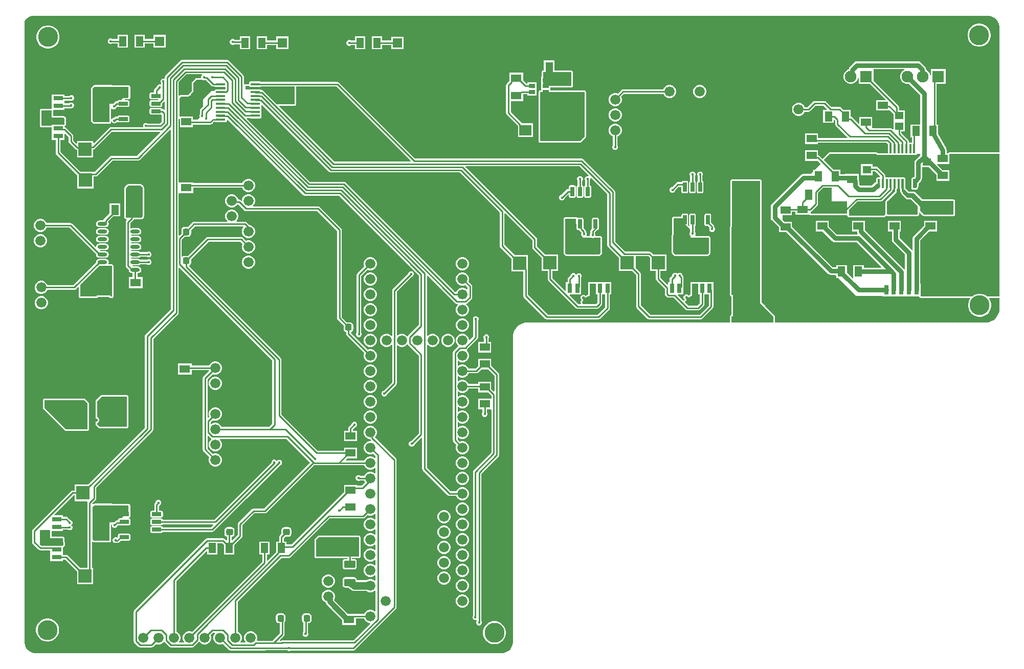
<source format=gtl>
G04*
G04 #@! TF.GenerationSoftware,Altium Limited,Altium Designer,23.1.1 (15)*
G04*
G04 Layer_Physical_Order=1*
G04 Layer_Color=255*
%FSLAX23Y23*%
%MOIN*%
G70*
G04*
G04 #@! TF.SameCoordinates,15EB6A63-CFD6-40EC-87C0-43203FAF91A2*
G04*
G04*
G04 #@! TF.FilePolarity,Positive*
G04*
G01*
G75*
%ADD16C,0.010*%
%ADD18R,0.051X0.071*%
%ADD19R,0.071X0.051*%
%ADD20R,0.031X0.063*%
%ADD21R,0.083X0.118*%
%ADD22R,0.065X0.047*%
%ADD23R,0.047X0.065*%
%ADD24R,0.031X0.047*%
%ADD25R,0.051X0.085*%
G04:AMPARAMS|DCode=26|XSize=62mil|YSize=16mil|CornerRadius=2mil|HoleSize=0mil|Usage=FLASHONLY|Rotation=90.000|XOffset=0mil|YOffset=0mil|HoleType=Round|Shape=RoundedRectangle|*
%AMROUNDEDRECTD26*
21,1,0.062,0.012,0,0,90.0*
21,1,0.058,0.016,0,0,90.0*
1,1,0.004,0.006,0.029*
1,1,0.004,0.006,-0.029*
1,1,0.004,-0.006,-0.029*
1,1,0.004,-0.006,0.029*
%
%ADD26ROUNDEDRECTD26*%
%ADD27R,0.086X0.087*%
G04:AMPARAMS|DCode=28|XSize=62mil|YSize=16mil|CornerRadius=2mil|HoleSize=0mil|Usage=FLASHONLY|Rotation=0.000|XOffset=0mil|YOffset=0mil|HoleType=Round|Shape=RoundedRectangle|*
%AMROUNDEDRECTD28*
21,1,0.062,0.012,0,0,0.0*
21,1,0.058,0.016,0,0,0.0*
1,1,0.004,0.029,-0.006*
1,1,0.004,-0.029,-0.006*
1,1,0.004,-0.029,0.006*
1,1,0.004,0.029,0.006*
%
%ADD28ROUNDEDRECTD28*%
%ADD29R,0.040X0.028*%
G04:AMPARAMS|DCode=30|XSize=44mil|YSize=43mil|CornerRadius=11mil|HoleSize=0mil|Usage=FLASHONLY|Rotation=90.000|XOffset=0mil|YOffset=0mil|HoleType=Round|Shape=RoundedRectangle|*
%AMROUNDEDRECTD30*
21,1,0.044,0.021,0,0,90.0*
21,1,0.023,0.043,0,0,90.0*
1,1,0.021,0.011,0.011*
1,1,0.021,0.011,-0.011*
1,1,0.021,-0.011,-0.011*
1,1,0.021,-0.011,0.011*
%
%ADD30ROUNDEDRECTD30*%
%ADD31R,0.059X0.063*%
%ADD32R,0.070X0.138*%
%ADD33R,0.047X0.031*%
%ADD34R,0.085X0.051*%
G04:AMPARAMS|DCode=35|XSize=47mil|YSize=72mil|CornerRadius=6mil|HoleSize=0mil|Usage=FLASHONLY|Rotation=90.000|XOffset=0mil|YOffset=0mil|HoleType=Round|Shape=RoundedRectangle|*
%AMROUNDEDRECTD35*
21,1,0.047,0.060,0,0,90.0*
21,1,0.035,0.072,0,0,90.0*
1,1,0.012,0.030,0.018*
1,1,0.012,0.030,-0.018*
1,1,0.012,-0.030,-0.018*
1,1,0.012,-0.030,0.018*
%
%ADD35ROUNDEDRECTD35*%
G04:AMPARAMS|DCode=36|XSize=61mil|YSize=24mil|CornerRadius=1mil|HoleSize=0mil|Usage=FLASHONLY|Rotation=270.000|XOffset=0mil|YOffset=0mil|HoleType=Round|Shape=RoundedRectangle|*
%AMROUNDEDRECTD36*
21,1,0.061,0.022,0,0,270.0*
21,1,0.060,0.024,0,0,270.0*
1,1,0.001,-0.011,-0.030*
1,1,0.001,-0.011,0.030*
1,1,0.001,0.011,0.030*
1,1,0.001,0.011,-0.030*
%
%ADD36ROUNDEDRECTD36*%
G04:AMPARAMS|DCode=37|XSize=61mil|YSize=24mil|CornerRadius=1mil|HoleSize=0mil|Usage=FLASHONLY|Rotation=180.000|XOffset=0mil|YOffset=0mil|HoleType=Round|Shape=RoundedRectangle|*
%AMROUNDEDRECTD37*
21,1,0.061,0.022,0,0,180.0*
21,1,0.060,0.024,0,0,180.0*
1,1,0.001,-0.030,0.011*
1,1,0.001,0.030,0.011*
1,1,0.001,0.030,-0.011*
1,1,0.001,-0.030,-0.011*
%
%ADD37ROUNDEDRECTD37*%
%ADD38R,0.053X0.045*%
%ADD39R,0.063X0.031*%
%ADD40R,0.118X0.083*%
%ADD41R,0.079X0.071*%
%ADD42R,0.055X0.051*%
%ADD43O,0.061X0.024*%
G04:AMPARAMS|DCode=44|XSize=44mil|YSize=43mil|CornerRadius=11mil|HoleSize=0mil|Usage=FLASHONLY|Rotation=180.000|XOffset=0mil|YOffset=0mil|HoleType=Round|Shape=RoundedRectangle|*
%AMROUNDEDRECTD44*
21,1,0.044,0.021,0,0,180.0*
21,1,0.023,0.043,0,0,180.0*
1,1,0.021,-0.011,0.011*
1,1,0.021,0.011,0.011*
1,1,0.021,0.011,-0.011*
1,1,0.021,-0.011,-0.011*
%
%ADD44ROUNDEDRECTD44*%
%ADD45R,0.087X0.086*%
%ADD72C,0.030*%
%ADD73R,0.193X0.116*%
%ADD74R,0.116X0.193*%
%ADD75C,0.025*%
%ADD76C,0.050*%
%ADD77C,0.035*%
%ADD78C,0.066*%
%ADD79C,0.076*%
%ADD80R,0.076X0.076*%
%ADD81C,0.017*%
%ADD82C,0.130*%
G36*
X6015Y4084D02*
X6006Y4078D01*
X5997Y4069D01*
X5990Y4058D01*
X5987Y4046D01*
Y4034D01*
X5990Y4022D01*
X5997Y4011D01*
X6006Y4002D01*
X6017Y3995D01*
X6029Y3992D01*
X6041D01*
X6046Y3993D01*
X6119Y3920D01*
Y3757D01*
X6118Y3752D01*
Y3727D01*
X6056D01*
Y3643D01*
X6064D01*
Y3613D01*
X6060Y3610D01*
X6060Y3610D01*
X6048D01*
X6047Y3610D01*
X6043Y3613D01*
Y3618D01*
X6042Y3624D01*
X6039Y3629D01*
X6023Y3644D01*
X6023Y3644D01*
X5996Y3672D01*
Y3684D01*
X6017D01*
Y3747D01*
X6017Y3749D01*
Y3752D01*
X6017Y3754D01*
Y3818D01*
X5980D01*
Y3841D01*
X5979Y3847D01*
X5976Y3852D01*
X5814Y4014D01*
X5814Y4088D01*
X5818Y4089D01*
X6013D01*
X6015Y4084D01*
D02*
G37*
G36*
X6560Y4435D02*
X6567D01*
X6582Y4432D01*
X6595Y4426D01*
X6608Y4418D01*
X6618Y4408D01*
X6626Y4395D01*
X6632Y4382D01*
X6635Y4367D01*
X6635Y4360D01*
Y3546D01*
X6307D01*
X6304Y3545D01*
X6300Y3543D01*
X6298Y3540D01*
X6298Y3539D01*
X6290D01*
Y3560D01*
X6290Y3562D01*
X6290Y3563D01*
X6289Y3567D01*
X6289Y3570D01*
X6288Y3571D01*
X6287Y3573D01*
X6234Y3667D01*
Y3727D01*
X6225D01*
Y3992D01*
X6283D01*
Y4088D01*
X6187D01*
Y4049D01*
X6182Y4048D01*
X6180Y4058D01*
X6173Y4069D01*
X6164Y4078D01*
X6157Y4083D01*
Y4087D01*
X6155Y4097D01*
X6149Y4105D01*
X6122Y4132D01*
X6114Y4138D01*
X6104Y4139D01*
X5706D01*
X5696Y4138D01*
X5688Y4132D01*
X5658Y4102D01*
X5653Y4094D01*
X5651Y4085D01*
X5648Y4085D01*
X5637Y4078D01*
X5628Y4069D01*
X5621Y4058D01*
X5618Y4046D01*
Y4034D01*
X5621Y4022D01*
X5628Y4011D01*
X5637Y4002D01*
X5648Y3995D01*
X5660Y3992D01*
X5672D01*
X5684Y3995D01*
X5695Y4002D01*
X5704Y4011D01*
X5711Y4022D01*
X5713Y4032D01*
X5718Y4031D01*
Y3992D01*
X5792D01*
X5894Y3890D01*
X5892Y3886D01*
X5832D01*
Y3819D01*
X5916D01*
Y3819D01*
X5920Y3820D01*
X5944Y3796D01*
Y3754D01*
X5944Y3752D01*
Y3749D01*
X5944Y3747D01*
Y3697D01*
X5939Y3695D01*
X5935Y3700D01*
X5930Y3703D01*
X5924Y3704D01*
X5807D01*
X5806Y3709D01*
X5806D01*
Y3777D01*
X5722D01*
Y3734D01*
X5717Y3732D01*
X5674Y3775D01*
X5669Y3778D01*
X5664Y3779D01*
Y3822D01*
X5618D01*
X5602Y3838D01*
X5597Y3842D01*
X5591Y3843D01*
X5539D01*
X5505Y3877D01*
X5500Y3880D01*
X5494Y3881D01*
X5430D01*
X5424Y3880D01*
X5419Y3877D01*
X5384Y3841D01*
X5366D01*
X5366Y3843D01*
X5360Y3852D01*
X5352Y3860D01*
X5343Y3866D01*
X5332Y3869D01*
X5320D01*
X5309Y3866D01*
X5300Y3860D01*
X5292Y3852D01*
X5286Y3843D01*
X5283Y3832D01*
Y3820D01*
X5286Y3809D01*
X5292Y3800D01*
X5300Y3792D01*
X5309Y3786D01*
X5320Y3783D01*
X5332D01*
X5343Y3786D01*
X5352Y3792D01*
X5360Y3800D01*
X5366Y3809D01*
X5366Y3811D01*
X5390D01*
X5396Y3812D01*
X5401Y3815D01*
X5436Y3851D01*
X5488D01*
X5511Y3827D01*
X5509Y3822D01*
X5486D01*
Y3738D01*
X5554D01*
Y3757D01*
X5558Y3759D01*
X5564Y3753D01*
Y3731D01*
X5565Y3725D01*
X5569Y3720D01*
X5645Y3643D01*
X5643Y3639D01*
X5452D01*
Y3669D01*
X5368D01*
Y3601D01*
X5452D01*
Y3608D01*
X5898D01*
X5908Y3599D01*
X5907Y3598D01*
Y3540D01*
X5903Y3538D01*
X5895D01*
X5893Y3538D01*
X5893Y3539D01*
X5889Y3540D01*
X5885D01*
X5882Y3539D01*
X5881Y3538D01*
X5879Y3538D01*
X5869D01*
X5868Y3538D01*
X5867Y3539D01*
X5864Y3540D01*
X5860D01*
X5856Y3539D01*
X5856Y3539D01*
X5856Y3538D01*
X5854Y3538D01*
X5844D01*
X5842Y3538D01*
X5841Y3539D01*
X5841Y3540D01*
X5841Y3540D01*
X5840Y3541D01*
X5840Y3542D01*
X5839Y3542D01*
X5839Y3543D01*
X5838Y3544D01*
X5837Y3544D01*
X5836Y3545D01*
X5835Y3545D01*
X5834Y3546D01*
X5833Y3546D01*
X5832D01*
X5831Y3546D01*
X5529D01*
X5525Y3545D01*
X5522Y3543D01*
X5482Y3504D01*
X5482Y3504D01*
X5462Y3523D01*
X5457Y3526D01*
X5452Y3527D01*
Y3559D01*
X5368D01*
Y3491D01*
X5451D01*
X5471Y3471D01*
X5432Y3432D01*
X5421D01*
Y3421D01*
X5405Y3405D01*
X5358D01*
X5349Y3404D01*
X5340Y3398D01*
X5152Y3210D01*
X5146Y3201D01*
X5145Y3192D01*
Y3121D01*
X5146Y3111D01*
X5152Y3103D01*
X5198Y3058D01*
Y3026D01*
X5246D01*
X5519Y2754D01*
X5528Y2748D01*
X5537Y2746D01*
X5564D01*
X5572Y2738D01*
Y2726D01*
X5584D01*
X5700Y2610D01*
X5871D01*
Y2607D01*
X6109D01*
X6110Y2605D01*
X6110Y2603D01*
X6110Y2603D01*
X6110Y2603D01*
X6111Y2601D01*
X6112Y2600D01*
X6112Y2600D01*
X6112Y2600D01*
X6114Y2599D01*
X6116Y2598D01*
X6120Y2596D01*
X6120Y2596D01*
X6120Y2596D01*
X6122Y2595D01*
X6124Y2595D01*
X6124Y2595D01*
X6124Y2595D01*
X6440D01*
X6443Y2591D01*
X6439Y2585D01*
X6433Y2571D01*
X6430Y2556D01*
Y2542D01*
X6433Y2527D01*
X6439Y2513D01*
X6447Y2501D01*
X6457Y2491D01*
X6469Y2483D01*
X6483Y2477D01*
X6498Y2474D01*
X6512D01*
X6527Y2477D01*
X6541Y2483D01*
X6553Y2491D01*
X6563Y2501D01*
X6571Y2513D01*
X6577Y2527D01*
X6580Y2542D01*
Y2556D01*
X6577Y2571D01*
X6571Y2585D01*
X6567Y2591D01*
X6570Y2595D01*
X6635D01*
X6635Y2590D01*
Y2524D01*
X6633Y2511D01*
X6630Y2499D01*
X6625Y2488D01*
X6619Y2477D01*
X6611Y2467D01*
X6603Y2459D01*
X6593Y2451D01*
X6582Y2445D01*
X6571Y2440D01*
X6559Y2437D01*
X6546Y2435D01*
X6540Y2435D01*
X5171D01*
Y2476D01*
X5170Y2480D01*
X5168Y2483D01*
X5109Y2543D01*
Y2548D01*
X5103D01*
X5084Y2567D01*
Y3359D01*
X5083Y3363D01*
X5081Y3366D01*
X5078Y3368D01*
X5074Y3369D01*
X4891D01*
X4889Y3369D01*
X4887Y3368D01*
X4887Y3368D01*
X4887Y3368D01*
X4885Y3367D01*
X4884Y3366D01*
X4884Y3366D01*
X4884Y3366D01*
X4883Y3365D01*
X4882Y3363D01*
X4882Y3363D01*
X4882Y3363D01*
X4881Y3361D01*
X4881Y3359D01*
X4879Y2753D01*
X4879Y2753D01*
X4879Y2753D01*
Y2615D01*
X4880Y2611D01*
X4882Y2608D01*
X4885Y2605D01*
X4888Y2605D01*
Y2487D01*
X4885Y2486D01*
X4882Y2484D01*
X4880Y2481D01*
X4879Y2477D01*
Y2435D01*
X3555D01*
X3555Y2435D01*
X3555Y2435D01*
X3547Y2435D01*
X3546Y2435D01*
X3545D01*
X3530Y2432D01*
X3529Y2431D01*
X3528Y2431D01*
X3513Y2425D01*
X3513Y2424D01*
X3512Y2424D01*
X3499Y2415D01*
X3498Y2415D01*
X3497Y2414D01*
X3486Y2403D01*
X3485Y2402D01*
X3485Y2401D01*
X3476Y2388D01*
X3476Y2387D01*
X3475Y2387D01*
X3469Y2372D01*
X3469Y2371D01*
X3469Y2370D01*
X3465Y2355D01*
Y2354D01*
X3465Y2353D01*
X3465Y2346D01*
X3465Y2345D01*
X3465Y2345D01*
Y2336D01*
X3465Y355D01*
X3465Y348D01*
X3462Y333D01*
X3456Y320D01*
X3448Y307D01*
X3438Y297D01*
X3425Y289D01*
X3412Y283D01*
X3397Y280D01*
X3390Y280D01*
X346D01*
X332Y283D01*
X319Y288D01*
X307Y296D01*
X296Y307D01*
X288Y319D01*
X283Y332D01*
X280Y346D01*
Y353D01*
Y4380D01*
Y4385D01*
X282Y4396D01*
X286Y4406D01*
X292Y4415D01*
X300Y4423D01*
X309Y4429D01*
X319Y4433D01*
X330Y4435D01*
X335Y4435D01*
X6560Y4435D01*
D02*
G37*
G36*
X6635Y2605D02*
X6555D01*
X6553Y2607D01*
X6541Y2615D01*
X6527Y2621D01*
X6512Y2624D01*
X6498D01*
X6483Y2621D01*
X6469Y2615D01*
X6457Y2607D01*
X6455Y2605D01*
X6124D01*
X6120Y2607D01*
Y2690D01*
X6119D01*
Y2972D01*
X6179Y3031D01*
X6227D01*
Y3099D01*
X6143D01*
Y3067D01*
X6076Y3001D01*
X6070Y2992D01*
X6068Y2983D01*
Y2909D01*
X6063Y2907D01*
X6063Y2908D01*
X5984Y2987D01*
Y3031D01*
X5992D01*
Y3099D01*
X5908D01*
Y3031D01*
X5933D01*
Y2976D01*
X5935Y2966D01*
X5941Y2958D01*
X6019Y2880D01*
Y2783D01*
X6014Y2782D01*
X6013Y2783D01*
X5758Y3038D01*
Y3056D01*
X5757Y3059D01*
Y3099D01*
X5673D01*
Y3031D01*
X5707D01*
Y3028D01*
X5709Y3018D01*
X5710Y3015D01*
X5708Y3010D01*
X5575D01*
X5522Y3063D01*
Y3099D01*
X5438D01*
Y3031D01*
X5482D01*
X5546Y2967D01*
X5555Y2961D01*
X5564Y2960D01*
X5702D01*
X5864Y2798D01*
X5862Y2793D01*
X5750D01*
Y2810D01*
X5682D01*
Y2726D01*
X5679Y2722D01*
X5640Y2762D01*
Y2810D01*
X5572D01*
Y2797D01*
X5548D01*
X5282Y3062D01*
Y3094D01*
X5234D01*
X5220Y3107D01*
Y3137D01*
X5282D01*
Y3159D01*
X5305D01*
Y3139D01*
X5395D01*
X5400Y3137D01*
X5401Y3136D01*
X5405Y3135D01*
X5640D01*
X5644Y3131D01*
X5645Y3129D01*
X5647Y3126D01*
X5650Y3124D01*
X5654Y3123D01*
X5881D01*
X5885Y3124D01*
X5888Y3126D01*
X5893Y3131D01*
X5897Y3134D01*
X5899Y3133D01*
X5900Y3132D01*
X5900Y3132D01*
X5900Y3132D01*
X5902Y3132D01*
X5904Y3131D01*
X6100D01*
X6104Y3132D01*
X6108Y3134D01*
X6110Y3138D01*
X6111Y3141D01*
Y3152D01*
X6116Y3154D01*
X6135Y3134D01*
X6139Y3132D01*
X6143Y3131D01*
X6335D01*
X6339Y3132D01*
X6343Y3134D01*
X6345Y3138D01*
X6346Y3141D01*
Y3228D01*
X6345Y3232D01*
X6343Y3235D01*
X6339Y3237D01*
X6335Y3238D01*
X6133D01*
X6086Y3285D01*
X6083Y3287D01*
X6079Y3288D01*
X6046D01*
X6024Y3310D01*
X6024Y3311D01*
X6023Y3311D01*
X6021Y3313D01*
X6020Y3313D01*
X6021Y3314D01*
Y3372D01*
X6020Y3377D01*
X6017Y3381D01*
X6013Y3383D01*
X6008Y3384D01*
X5996D01*
X5992Y3383D01*
X5990Y3382D01*
X5988Y3383D01*
X5983Y3384D01*
X5971D01*
X5966Y3383D01*
X5964Y3382D01*
X5962Y3383D01*
X5959Y3384D01*
X5958Y3384D01*
X5957Y3384D01*
X5957Y3384D01*
X5957D01*
X5957Y3384D01*
X5946D01*
X5945Y3384D01*
X5945D01*
X5945Y3384D01*
X5945Y3384D01*
X5944Y3384D01*
X5940Y3383D01*
X5938Y3382D01*
X5936Y3383D01*
X5932Y3384D01*
X5920D01*
X5915Y3383D01*
X5913Y3382D01*
X5911Y3383D01*
X5906Y3384D01*
X5894D01*
X5894Y3384D01*
X5890Y3387D01*
Y3395D01*
X5889Y3400D01*
X5885Y3405D01*
X5842Y3448D01*
X5837Y3452D01*
X5832Y3453D01*
X5808D01*
Y3469D01*
X5732D01*
Y3397D01*
X5808D01*
Y3422D01*
X5825D01*
X5856Y3391D01*
X5856Y3389D01*
X5855Y3384D01*
X5843D01*
X5838Y3383D01*
X5834Y3381D01*
X5831Y3377D01*
X5831Y3372D01*
Y3354D01*
X5830Y3354D01*
X5822Y3348D01*
X5802Y3328D01*
X5728D01*
X5720Y3336D01*
Y3358D01*
X5719Y3361D01*
Y3405D01*
X5629D01*
Y3404D01*
X5599D01*
Y3432D01*
X5553D01*
X5489Y3496D01*
X5529Y3536D01*
X5831D01*
X5831Y3535D01*
X5834Y3531D01*
X5838Y3529D01*
X5843Y3528D01*
X5855D01*
X5860Y3529D01*
X5862Y3530D01*
X5864Y3529D01*
X5868Y3528D01*
X5880D01*
X5885Y3529D01*
X5887Y3530D01*
X5889Y3529D01*
X5894Y3528D01*
X5906D01*
X5911Y3529D01*
X5913Y3530D01*
X5915Y3529D01*
X5920Y3528D01*
X5932D01*
X5936Y3529D01*
X5938Y3530D01*
X5940Y3529D01*
X5945Y3528D01*
X5957D01*
X5962Y3529D01*
X5964Y3530D01*
X5966Y3529D01*
X5971Y3528D01*
X5983D01*
X5988Y3529D01*
X5990Y3530D01*
X5992Y3529D01*
X5996Y3528D01*
X6008D01*
X6013Y3529D01*
X6015Y3530D01*
X6017Y3529D01*
X6022Y3528D01*
X6034D01*
X6039Y3529D01*
X6041Y3530D01*
X6043Y3529D01*
X6048Y3528D01*
X6060D01*
X6064Y3529D01*
X6066Y3530D01*
X6068Y3529D01*
X6073Y3528D01*
X6085D01*
X6090Y3529D01*
X6094Y3531D01*
X6097Y3535D01*
X6097Y3536D01*
X6118D01*
Y3527D01*
X6087Y3497D01*
X6081Y3489D01*
X6080Y3479D01*
Y3388D01*
X6076Y3384D01*
X6073D01*
X6068Y3383D01*
X6064Y3381D01*
X6062Y3377D01*
X6061Y3372D01*
Y3314D01*
X6062Y3309D01*
X6064Y3305D01*
X6068Y3303D01*
X6073Y3302D01*
X6085D01*
X6090Y3303D01*
X6090Y3303D01*
X6094Y3304D01*
X6101Y3309D01*
X6106Y3316D01*
X6108Y3325D01*
Y3344D01*
X6123Y3360D01*
X6129Y3368D01*
X6130Y3378D01*
Y3451D01*
X6173D01*
X6222Y3401D01*
X6223Y3401D01*
Y3361D01*
X6307D01*
Y3429D01*
X6267D01*
X6266Y3430D01*
X6229Y3467D01*
X6231Y3471D01*
X6307D01*
Y3536D01*
X6635D01*
X6635Y2605D01*
D02*
G37*
G36*
X5540Y3230D02*
X5545Y3225D01*
X5640D01*
Y3145D01*
X5405D01*
Y3160D01*
X5408Y3160D01*
X5413Y3163D01*
X5448Y3198D01*
X5451Y3203D01*
X5452Y3209D01*
Y3280D01*
X5486Y3315D01*
X5540D01*
Y3230D01*
D02*
G37*
G36*
X6010Y3372D02*
Y3314D01*
X6011Y3309D01*
X6013Y3305D01*
X6017Y3303D01*
X6042Y3278D01*
X6079D01*
X6129Y3228D01*
X6335D01*
Y3141D01*
X6143D01*
X6118Y3166D01*
Y3190D01*
X6110Y3198D01*
X6110Y3199D01*
X6108Y3202D01*
X6100Y3209D01*
Y3213D01*
X6097D01*
X6063Y3247D01*
X6059Y3249D01*
X6055Y3250D01*
X6035D01*
X6005Y3280D01*
Y3281D01*
X6004Y3285D01*
X6002Y3288D01*
X5998Y3293D01*
Y3306D01*
X5998Y3307D01*
Y3308D01*
X5997Y3309D01*
X5997Y3310D01*
X5996Y3310D01*
X5996Y3311D01*
X5995Y3313D01*
X5995Y3314D01*
Y3372D01*
X5995Y3372D01*
X6010D01*
X6010Y3372D01*
D02*
G37*
G36*
X5984D02*
Y3314D01*
X5985Y3309D01*
X5988Y3306D01*
Y3288D01*
X5995Y3281D01*
Y3276D01*
X6031Y3240D01*
X6055D01*
X6100Y3195D01*
Y3141D01*
X5904D01*
X5902Y3146D01*
Y3225D01*
X5904D01*
X5966Y3287D01*
Y3306D01*
X5969Y3309D01*
X5970Y3314D01*
Y3372D01*
X5970Y3373D01*
X5983D01*
X5984Y3372D01*
D02*
G37*
G36*
X5958D02*
Y3314D01*
X5959Y3313D01*
X5958Y3311D01*
X5957Y3310D01*
X5957Y3310D01*
X5956Y3309D01*
X5956Y3308D01*
Y3307D01*
X5956Y3306D01*
Y3291D01*
X5899Y3235D01*
X5898Y3234D01*
X5895Y3232D01*
X5893Y3229D01*
X5892Y3225D01*
Y3146D01*
X5892Y3146D01*
X5892Y3145D01*
X5892Y3144D01*
X5881Y3133D01*
X5654D01*
Y3170D01*
X5709Y3225D01*
X5859D01*
X5865Y3226D01*
X5870Y3229D01*
X5934Y3294D01*
X5937Y3299D01*
X5938Y3304D01*
X5940Y3305D01*
X5943Y3309D01*
X5944Y3314D01*
Y3372D01*
X5946Y3374D01*
X5957D01*
X5958Y3372D01*
D02*
G37*
G36*
X5074Y2563D02*
X5161Y2476D01*
Y2435D01*
X4889D01*
Y2477D01*
X4898D01*
Y2615D01*
X4889D01*
Y2753D01*
X4891Y3359D01*
X5074D01*
Y2563D01*
D02*
G37*
%LPC*%
G36*
X955Y4313D02*
X888D01*
Y4286D01*
X853D01*
X852Y4287D01*
X846Y4290D01*
X838D01*
X832Y4287D01*
X826Y4281D01*
X823Y4275D01*
Y4267D01*
X826Y4261D01*
X832Y4255D01*
X838Y4253D01*
X846D01*
X852Y4255D01*
X853Y4256D01*
X888D01*
Y4229D01*
X955D01*
Y4313D01*
D02*
G37*
G36*
X1751Y4303D02*
X1683D01*
Y4281D01*
X1648D01*
X1647Y4282D01*
X1641Y4285D01*
X1633D01*
X1627Y4282D01*
X1621Y4276D01*
X1618Y4270D01*
Y4262D01*
X1621Y4256D01*
X1627Y4250D01*
X1633Y4247D01*
X1641D01*
X1647Y4250D01*
X1648Y4251D01*
X1683D01*
Y4219D01*
X1751D01*
Y4303D01*
D02*
G37*
G36*
X2501Y4302D02*
X2433D01*
Y4275D01*
X2408D01*
X2407Y4276D01*
X2401Y4279D01*
X2393D01*
X2387Y4276D01*
X2381Y4270D01*
X2378Y4264D01*
Y4256D01*
X2381Y4250D01*
X2387Y4244D01*
X2393Y4241D01*
X2401D01*
X2407Y4244D01*
X2408Y4245D01*
X2433D01*
Y4218D01*
X2501D01*
Y4302D01*
D02*
G37*
G36*
X6509Y4385D02*
X6495D01*
X6480Y4382D01*
X6466Y4376D01*
X6454Y4368D01*
X6444Y4358D01*
X6436Y4346D01*
X6430Y4332D01*
X6427Y4317D01*
Y4303D01*
X6430Y4288D01*
X6436Y4274D01*
X6444Y4262D01*
X6454Y4252D01*
X6466Y4244D01*
X6480Y4238D01*
X6495Y4235D01*
X6509D01*
X6524Y4238D01*
X6538Y4244D01*
X6550Y4252D01*
X6560Y4262D01*
X6568Y4274D01*
X6574Y4288D01*
X6577Y4303D01*
Y4317D01*
X6574Y4332D01*
X6568Y4346D01*
X6560Y4358D01*
X6550Y4368D01*
X6538Y4376D01*
X6524Y4382D01*
X6509Y4385D01*
D02*
G37*
G36*
X1066Y4313D02*
X998D01*
Y4229D01*
X1066D01*
Y4256D01*
X1122D01*
Y4230D01*
X1201D01*
Y4312D01*
X1122D01*
Y4286D01*
X1066D01*
Y4313D01*
D02*
G37*
G36*
X442Y4373D02*
X427D01*
X412Y4370D01*
X399Y4365D01*
X386Y4356D01*
X376Y4346D01*
X368Y4334D01*
X362Y4320D01*
X359Y4306D01*
Y4291D01*
X362Y4276D01*
X368Y4263D01*
X376Y4250D01*
X386Y4240D01*
X399Y4232D01*
X412Y4226D01*
X427Y4223D01*
X442D01*
X456Y4226D01*
X470Y4232D01*
X482Y4240D01*
X493Y4250D01*
X501Y4263D01*
X506Y4276D01*
X509Y4291D01*
Y4306D01*
X506Y4320D01*
X501Y4334D01*
X493Y4346D01*
X482Y4356D01*
X470Y4365D01*
X456Y4370D01*
X442Y4373D01*
D02*
G37*
G36*
X1861Y4303D02*
X1793D01*
Y4219D01*
X1861D01*
Y4246D01*
X1922D01*
Y4220D01*
X2001D01*
Y4302D01*
X1922D01*
Y4276D01*
X1861D01*
Y4303D01*
D02*
G37*
G36*
X2611Y4302D02*
X2543D01*
Y4218D01*
X2611D01*
Y4245D01*
X2672D01*
Y4219D01*
X2751D01*
Y4301D01*
X2672D01*
Y4275D01*
X2611D01*
Y4302D01*
D02*
G37*
G36*
X1602Y4148D02*
X1307D01*
X1301Y4147D01*
X1296Y4144D01*
X1200Y4048D01*
X1197Y4043D01*
X1196Y4037D01*
Y4029D01*
X1191Y4026D01*
X1190Y4027D01*
X1182D01*
X1175Y4024D01*
X1170Y4019D01*
X1167Y4012D01*
Y4005D01*
X1170Y3998D01*
X1171Y3998D01*
Y3991D01*
X1166Y3988D01*
X1164Y3989D01*
X1156D01*
X1150Y3986D01*
X1144Y3980D01*
X1141Y3974D01*
Y3973D01*
X1129Y3961D01*
X1126Y3956D01*
X1125Y3950D01*
Y3936D01*
X1107D01*
X1103Y3935D01*
X1099Y3933D01*
X1097Y3929D01*
X1096Y3925D01*
Y3903D01*
X1097Y3899D01*
X1099Y3895D01*
X1103Y3893D01*
X1107Y3892D01*
X1151D01*
X1153Y3887D01*
X1153Y3886D01*
X1107D01*
X1103Y3885D01*
X1099Y3883D01*
X1097Y3879D01*
X1096Y3875D01*
Y3853D01*
X1097Y3849D01*
X1099Y3845D01*
X1103Y3843D01*
X1107Y3842D01*
X1167D01*
X1171Y3843D01*
X1175Y3845D01*
X1177Y3849D01*
X1178Y3853D01*
Y3864D01*
X1191Y3878D01*
X1196Y3876D01*
Y3824D01*
X1191Y3822D01*
X1188Y3825D01*
X1183Y3828D01*
X1177Y3829D01*
X1177D01*
X1177Y3829D01*
X1175Y3833D01*
X1171Y3835D01*
X1167Y3836D01*
X1107D01*
X1103Y3835D01*
X1099Y3833D01*
X1097Y3829D01*
X1096Y3825D01*
Y3803D01*
X1097Y3799D01*
X1099Y3795D01*
X1103Y3793D01*
X1107Y3792D01*
X1167D01*
X1171Y3793D01*
X1171Y3793D01*
X1176Y3790D01*
Y3747D01*
X1163Y3734D01*
X1083D01*
X1082Y3735D01*
X1076Y3737D01*
X1068D01*
X1062Y3735D01*
X1056Y3729D01*
X1054Y3723D01*
Y3715D01*
X1054Y3714D01*
X1051Y3710D01*
X843D01*
X838Y3709D01*
X833Y3706D01*
X733Y3607D01*
X729Y3608D01*
Y3620D01*
X623D01*
Y3606D01*
X618Y3604D01*
X599Y3623D01*
Y3653D01*
X598Y3658D01*
X594Y3663D01*
X551Y3706D01*
X546Y3709D01*
X541Y3710D01*
Y3717D01*
X542Y3717D01*
X544Y3718D01*
X544Y3718D01*
X544Y3718D01*
X546Y3719D01*
X547Y3720D01*
X547Y3720D01*
X547Y3720D01*
X548Y3722D01*
X550Y3723D01*
X550Y3723D01*
X550Y3723D01*
X550Y3725D01*
X550Y3727D01*
X552Y3767D01*
X552Y3767D01*
X552Y3767D01*
X551Y3769D01*
X551Y3771D01*
X551Y3771D01*
X551Y3771D01*
X550Y3773D01*
X549Y3774D01*
X549Y3774D01*
X549Y3775D01*
X542Y3781D01*
X538Y3784D01*
X535Y3784D01*
X469D01*
Y3820D01*
X472Y3823D01*
X541D01*
Y3834D01*
X582D01*
X582Y3834D01*
X588D01*
X595Y3837D01*
X600Y3842D01*
X603Y3849D01*
Y3856D01*
X600Y3863D01*
X595Y3868D01*
X588Y3871D01*
X581D01*
X574Y3868D01*
X570Y3865D01*
X541D01*
Y3883D01*
X581D01*
X583Y3882D01*
X590D01*
X597Y3885D01*
X602Y3890D01*
X605Y3897D01*
Y3904D01*
X602Y3911D01*
X597Y3916D01*
X590Y3919D01*
X583D01*
X576Y3916D01*
X573Y3913D01*
X541D01*
Y3924D01*
X459D01*
Y3873D01*
Y3830D01*
X390D01*
X386Y3829D01*
X383Y3827D01*
X381Y3824D01*
X380Y3820D01*
Y3720D01*
X381Y3716D01*
X383Y3713D01*
X386Y3711D01*
X390Y3710D01*
X459D01*
Y3676D01*
Y3627D01*
X485D01*
Y3542D01*
X486Y3537D01*
X489Y3532D01*
X624Y3397D01*
Y3311D01*
X730D01*
Y3388D01*
X745D01*
X751Y3389D01*
X756Y3393D01*
X855Y3492D01*
X1020D01*
X1026Y3493D01*
X1031Y3497D01*
X1231Y3696D01*
X1236Y3694D01*
Y3271D01*
X1235Y3267D01*
Y2521D01*
X1069Y2356D01*
X1066Y2351D01*
X1065Y2345D01*
Y1750D01*
X693Y1379D01*
X609D01*
Y1340D01*
X594D01*
X588Y1339D01*
X584Y1336D01*
X335Y1087D01*
X332Y1082D01*
X331Y1077D01*
Y1003D01*
X332Y997D01*
X335Y992D01*
X372Y955D01*
X377Y952D01*
X383Y951D01*
X449D01*
Y930D01*
Y880D01*
X531D01*
Y891D01*
X546D01*
X623Y814D01*
Y728D01*
X729D01*
Y836D01*
X720D01*
Y1007D01*
X725Y1009D01*
X727Y1006D01*
X731Y1004D01*
X734Y1003D01*
X834D01*
X838Y1004D01*
X842Y1006D01*
X844Y1010D01*
X845Y1013D01*
Y1118D01*
X845Y1118D01*
X850Y1115D01*
Y1114D01*
X850Y1113D01*
X850Y1112D01*
Y1112D01*
X850Y1112D01*
X851Y1107D01*
X854Y1102D01*
X859Y1099D01*
X862Y1098D01*
X865Y1097D01*
X872D01*
X879Y1100D01*
X884Y1105D01*
X887Y1112D01*
Y1112D01*
X889Y1114D01*
X897D01*
X900Y1114D01*
X960D01*
X964Y1115D01*
X967Y1117D01*
X970Y1121D01*
X970Y1125D01*
Y1147D01*
X970Y1151D01*
X967Y1155D01*
X964Y1157D01*
X962Y1158D01*
Y1163D01*
X963Y1163D01*
X967Y1165D01*
X969Y1169D01*
X969Y1170D01*
X970Y1171D01*
X970Y1175D01*
Y1197D01*
X970Y1201D01*
Y1243D01*
X969Y1245D01*
X969Y1246D01*
X969Y1246D01*
X969Y1246D01*
X968Y1248D01*
X967Y1250D01*
X967Y1250D01*
X967Y1250D01*
X965Y1251D01*
X963Y1252D01*
X963Y1252D01*
X963Y1252D01*
X961Y1252D01*
X960Y1253D01*
X740Y1255D01*
X739Y1255D01*
X739Y1255D01*
X734Y1254D01*
X732Y1254D01*
X731Y1253D01*
X731Y1253D01*
X730Y1253D01*
X730Y1253D01*
X730Y1253D01*
X729Y1252D01*
X728Y1251D01*
X727Y1250D01*
X721Y1252D01*
X721Y1255D01*
X745Y1279D01*
X748Y1284D01*
X749Y1289D01*
Y1361D01*
X1116Y1727D01*
X1119Y1732D01*
X1120Y1738D01*
Y2329D01*
X1281Y2489D01*
X1284Y2494D01*
X1285Y2500D01*
Y2792D01*
X1290Y2794D01*
X1895Y2189D01*
Y1776D01*
X1874Y1755D01*
X1565D01*
X1565Y1757D01*
X1559Y1766D01*
X1551Y1774D01*
X1542Y1780D01*
X1531Y1783D01*
X1519D01*
X1508Y1780D01*
X1499Y1774D01*
X1497Y1773D01*
X1493Y1775D01*
Y1786D01*
X1507Y1801D01*
X1508Y1800D01*
X1519Y1797D01*
X1531D01*
X1542Y1800D01*
X1551Y1806D01*
X1559Y1814D01*
X1565Y1823D01*
X1568Y1834D01*
Y1846D01*
X1565Y1857D01*
X1559Y1866D01*
X1551Y1874D01*
X1542Y1880D01*
X1531Y1883D01*
X1519D01*
X1508Y1880D01*
X1499Y1874D01*
X1491Y1866D01*
X1485Y1857D01*
X1482Y1846D01*
Y1834D01*
X1485Y1823D01*
X1486Y1822D01*
X1477Y1814D01*
X1473Y1816D01*
Y2066D01*
X1507Y2101D01*
X1508Y2100D01*
X1519Y2097D01*
X1531D01*
X1542Y2100D01*
X1551Y2106D01*
X1559Y2114D01*
X1565Y2123D01*
X1568Y2134D01*
Y2146D01*
X1565Y2157D01*
X1559Y2166D01*
X1551Y2174D01*
X1542Y2180D01*
X1531Y2183D01*
X1519D01*
X1508Y2180D01*
X1499Y2174D01*
X1491Y2166D01*
X1485Y2157D01*
X1485Y2155D01*
X1370D01*
Y2168D01*
X1280D01*
Y2096D01*
X1370D01*
Y2125D01*
X1481D01*
X1483Y2120D01*
X1446Y2083D01*
X1443Y2078D01*
X1442Y2072D01*
Y1608D01*
X1443Y1602D01*
X1446Y1597D01*
X1486Y1558D01*
X1485Y1557D01*
X1482Y1546D01*
Y1534D01*
X1485Y1523D01*
X1491Y1514D01*
X1499Y1506D01*
X1508Y1500D01*
X1519Y1497D01*
X1531D01*
X1542Y1500D01*
X1551Y1506D01*
X1559Y1514D01*
X1565Y1523D01*
X1568Y1534D01*
Y1546D01*
X1565Y1557D01*
X1559Y1566D01*
X1551Y1574D01*
X1542Y1580D01*
X1531Y1583D01*
X1519D01*
X1508Y1580D01*
X1507Y1579D01*
X1473Y1614D01*
Y1697D01*
X1477Y1699D01*
X1494Y1681D01*
X1498Y1679D01*
X1498Y1677D01*
X1498Y1674D01*
X1498Y1673D01*
X1491Y1666D01*
X1485Y1657D01*
X1482Y1646D01*
Y1634D01*
X1485Y1623D01*
X1491Y1614D01*
X1499Y1606D01*
X1508Y1600D01*
X1519Y1597D01*
X1531D01*
X1542Y1600D01*
X1551Y1606D01*
X1559Y1614D01*
X1565Y1623D01*
X1568Y1634D01*
Y1646D01*
X1565Y1657D01*
X1559Y1666D01*
X1554Y1672D01*
X1556Y1677D01*
X1988D01*
X2142Y1523D01*
X1842Y1222D01*
X1773D01*
X1767Y1221D01*
X1762Y1218D01*
X1675Y1130D01*
X1671Y1125D01*
X1670Y1119D01*
Y1051D01*
X1635Y1015D01*
X1630Y1017D01*
Y1039D01*
X1636Y1040D01*
X1643Y1044D01*
X1648Y1051D01*
X1649Y1059D01*
Y1081D01*
X1648Y1089D01*
X1643Y1096D01*
X1636Y1100D01*
X1628Y1102D01*
X1606D01*
X1598Y1100D01*
X1591Y1096D01*
X1586Y1089D01*
X1585Y1081D01*
Y1059D01*
X1586Y1051D01*
X1591Y1044D01*
X1598Y1040D01*
X1600Y1040D01*
Y1017D01*
X1595Y1016D01*
X1587Y1023D01*
X1582Y1027D01*
X1576Y1028D01*
X1471D01*
X1466Y1027D01*
X1461Y1023D01*
X996Y559D01*
X993Y554D01*
X992Y548D01*
Y360D01*
X993Y354D01*
X996Y349D01*
X1024Y321D01*
X1029Y318D01*
X1035Y317D01*
X1107D01*
X1113Y318D01*
X1118Y321D01*
X1137Y341D01*
X1138Y340D01*
X1149Y337D01*
X1161D01*
X1172Y340D01*
X1181Y346D01*
X1188Y352D01*
X1194Y352D01*
X1194Y352D01*
X1224Y321D01*
X1229Y318D01*
X1235Y317D01*
X1375D01*
X1381Y318D01*
X1386Y321D01*
X1416Y352D01*
X1419Y353D01*
X1423Y352D01*
X1429Y346D01*
X1438Y340D01*
X1449Y337D01*
X1461D01*
X1472Y340D01*
X1481Y346D01*
X1489Y354D01*
X1495Y363D01*
X1498Y374D01*
Y386D01*
X1495Y397D01*
X1494Y398D01*
X1509Y412D01*
X1520D01*
X1522Y408D01*
X1521Y406D01*
X1515Y397D01*
X1512Y386D01*
Y374D01*
X1515Y363D01*
X1521Y354D01*
X1529Y346D01*
X1538Y340D01*
X1549Y337D01*
X1561D01*
X1572Y340D01*
X1573Y341D01*
X1612Y301D01*
X1617Y298D01*
X1623Y297D01*
X1847D01*
X1851Y298D01*
X1993D01*
X1994Y297D01*
X2000Y294D01*
X2008D01*
X2014Y297D01*
X2423D01*
X2429Y298D01*
X2434Y301D01*
X2701Y568D01*
X2704Y573D01*
X2705Y579D01*
Y1540D01*
X2704Y1546D01*
X2701Y1551D01*
X2564Y1688D01*
X2569Y1694D01*
X2575Y1703D01*
X2578Y1714D01*
Y1726D01*
X2575Y1737D01*
X2569Y1746D01*
X2561Y1754D01*
X2552Y1760D01*
X2541Y1763D01*
X2529D01*
X2518Y1760D01*
X2509Y1754D01*
X2501Y1746D01*
X2495Y1737D01*
X2492Y1726D01*
Y1714D01*
X2495Y1703D01*
X2501Y1694D01*
X2509Y1686D01*
X2518Y1680D01*
X2529Y1677D01*
X2532D01*
X2535Y1674D01*
X2541Y1668D01*
X2539Y1663D01*
X2529D01*
X2518Y1660D01*
X2509Y1654D01*
X2501Y1646D01*
X2495Y1637D01*
X2492Y1626D01*
Y1614D01*
X2495Y1603D01*
X2501Y1594D01*
X2509Y1586D01*
X2518Y1580D01*
X2529Y1577D01*
X2541D01*
X2552Y1580D01*
X2553Y1581D01*
X2567Y1566D01*
Y1555D01*
X2563Y1553D01*
X2561Y1554D01*
X2552Y1560D01*
X2541Y1563D01*
X2529D01*
X2518Y1560D01*
X2509Y1554D01*
X2501Y1546D01*
X2495Y1537D01*
X2495Y1535D01*
X2375D01*
X2373Y1540D01*
X2384Y1551D01*
X2447D01*
Y1619D01*
X2363D01*
Y1600D01*
X2191D01*
X1955Y1836D01*
Y2194D01*
X1954Y2199D01*
X1951Y2204D01*
X1353Y2802D01*
X1354Y2803D01*
X1355Y2808D01*
X1361Y2811D01*
X1365Y2818D01*
X1367Y2826D01*
Y2848D01*
X1481Y2963D01*
X1687D01*
X1701Y2948D01*
X1700Y2947D01*
X1697Y2936D01*
Y2924D01*
X1700Y2913D01*
X1706Y2904D01*
X1714Y2896D01*
X1723Y2890D01*
X1734Y2887D01*
X1746D01*
X1757Y2890D01*
X1766Y2896D01*
X1774Y2904D01*
X1780Y2913D01*
X1783Y2924D01*
Y2936D01*
X1780Y2947D01*
X1774Y2956D01*
X1766Y2964D01*
X1757Y2970D01*
X1746Y2973D01*
X1734D01*
X1723Y2970D01*
X1723Y2970D01*
X1704Y2989D01*
X1699Y2992D01*
X1693Y2993D01*
X1475D01*
X1469Y2992D01*
X1464Y2989D01*
X1346Y2870D01*
X1346Y2870D01*
X1324D01*
X1316Y2869D01*
X1310Y2865D01*
X1305Y2866D01*
Y2976D01*
X1324Y2995D01*
X1324Y2995D01*
X1346D01*
X1354Y2996D01*
X1361Y3001D01*
X1365Y3008D01*
X1367Y3016D01*
Y3037D01*
X1392Y3063D01*
X1705D01*
X1707Y3058D01*
X1706Y3056D01*
X1700Y3047D01*
X1697Y3036D01*
Y3024D01*
X1700Y3013D01*
X1706Y3004D01*
X1714Y2996D01*
X1723Y2990D01*
X1734Y2987D01*
X1746D01*
X1757Y2990D01*
X1766Y2996D01*
X1774Y3004D01*
X1780Y3013D01*
X1783Y3024D01*
Y3036D01*
X1780Y3047D01*
X1774Y3056D01*
X1766Y3064D01*
X1757Y3070D01*
X1746Y3073D01*
X1745D01*
X1729Y3089D01*
X1724Y3092D01*
X1718Y3093D01*
X1663D01*
X1661Y3098D01*
X1666Y3104D01*
X1672Y3114D01*
X1675Y3124D01*
Y3136D01*
X1672Y3147D01*
X1666Y3156D01*
X1658Y3164D01*
X1649Y3170D01*
X1638Y3173D01*
X1626D01*
X1616Y3170D01*
X1606Y3164D01*
X1598Y3156D01*
X1592Y3147D01*
X1589Y3136D01*
Y3124D01*
X1592Y3114D01*
X1598Y3104D01*
X1604Y3098D01*
X1601Y3093D01*
X1386D01*
X1380Y3092D01*
X1375Y3089D01*
X1346Y3059D01*
X1346Y3059D01*
X1324D01*
X1316Y3058D01*
X1309Y3053D01*
X1305Y3046D01*
X1303Y3038D01*
Y3017D01*
X1290Y3004D01*
X1285Y3005D01*
Y3251D01*
X1286Y3256D01*
Y3277D01*
X1290Y3280D01*
X1291Y3280D01*
X1380D01*
Y3315D01*
X1700D01*
X1700Y3313D01*
X1706Y3304D01*
X1714Y3296D01*
X1723Y3290D01*
X1734Y3287D01*
X1746D01*
X1757Y3290D01*
X1766Y3296D01*
X1774Y3304D01*
X1780Y3313D01*
X1783Y3324D01*
Y3336D01*
X1780Y3347D01*
X1774Y3356D01*
X1766Y3364D01*
X1757Y3370D01*
X1746Y3373D01*
X1734D01*
X1723Y3370D01*
X1714Y3364D01*
X1706Y3356D01*
X1700Y3347D01*
X1700Y3345D01*
X1380D01*
Y3351D01*
X1291D01*
X1290Y3351D01*
X1286Y3355D01*
Y3762D01*
X1290Y3765D01*
X1290Y3765D01*
X1292Y3765D01*
X1293Y3764D01*
Y3711D01*
X1377D01*
Y3726D01*
X1492D01*
X1498Y3728D01*
X1503Y3731D01*
X1516Y3745D01*
X1522D01*
X1525Y3742D01*
X1530Y3742D01*
X1588D01*
X1593Y3742D01*
X1597Y3745D01*
X1599Y3749D01*
X1600Y3754D01*
Y3759D01*
X1605Y3761D01*
X2099Y3267D01*
X2104Y3264D01*
X2110Y3262D01*
X2331D01*
X2850Y2744D01*
Y2419D01*
X2809Y2378D01*
X2781Y2351D01*
X2779Y2347D01*
X2777Y2347D01*
X2774Y2347D01*
X2773Y2347D01*
X2766Y2354D01*
X2757Y2360D01*
X2746Y2363D01*
X2734D01*
X2723Y2360D01*
X2714Y2354D01*
X2712Y2353D01*
X2708Y2355D01*
Y2638D01*
X2803Y2734D01*
X2804D01*
X2810Y2736D01*
X2816Y2742D01*
X2819Y2748D01*
Y2756D01*
X2816Y2762D01*
X2810Y2768D01*
X2804Y2770D01*
X2796D01*
X2790Y2768D01*
X2784Y2762D01*
X2782Y2756D01*
Y2755D01*
X2681Y2655D01*
X2678Y2650D01*
X2677Y2644D01*
Y2351D01*
X2672Y2349D01*
X2666Y2354D01*
X2657Y2360D01*
X2646Y2363D01*
X2634D01*
X2623Y2360D01*
X2614Y2354D01*
X2606Y2346D01*
X2600Y2337D01*
X2597Y2326D01*
Y2314D01*
X2600Y2303D01*
X2606Y2294D01*
X2614Y2286D01*
X2623Y2280D01*
X2634Y2277D01*
X2646D01*
X2657Y2280D01*
X2666Y2286D01*
X2672Y2291D01*
X2677Y2289D01*
Y2045D01*
X2623Y1991D01*
X2622D01*
X2615Y1988D01*
X2610Y1983D01*
X2607Y1976D01*
Y1969D01*
X2610Y1962D01*
X2615Y1957D01*
X2622Y1954D01*
X2629D01*
X2636Y1957D01*
X2641Y1962D01*
X2644Y1969D01*
Y1969D01*
X2703Y2028D01*
X2706Y2033D01*
X2708Y2039D01*
Y2285D01*
X2712Y2287D01*
X2714Y2286D01*
X2723Y2280D01*
X2734Y2277D01*
X2746D01*
X2757Y2280D01*
X2766Y2286D01*
X2773Y2293D01*
X2774Y2293D01*
X2777Y2293D01*
X2779Y2293D01*
X2781Y2289D01*
X2809Y2262D01*
X2850Y2221D01*
Y1711D01*
X2802Y1663D01*
X2801D01*
X2795Y1661D01*
X2789Y1655D01*
X2786Y1649D01*
Y1641D01*
X2789Y1635D01*
X2795Y1629D01*
X2801Y1627D01*
X2809D01*
X2815Y1629D01*
X2821Y1635D01*
X2823Y1641D01*
Y1642D01*
X2868Y1686D01*
X2872Y1684D01*
Y1482D01*
X2874Y1476D01*
X2877Y1471D01*
X3039Y1309D01*
X3044Y1306D01*
X3050Y1305D01*
X3095D01*
X3095Y1303D01*
X3101Y1294D01*
X3109Y1286D01*
X3118Y1280D01*
X3129Y1277D01*
X3141D01*
X3152Y1280D01*
X3161Y1286D01*
X3169Y1294D01*
X3175Y1303D01*
X3178Y1314D01*
Y1326D01*
X3175Y1337D01*
X3169Y1346D01*
X3161Y1354D01*
X3152Y1360D01*
X3141Y1363D01*
X3129D01*
X3118Y1360D01*
X3109Y1354D01*
X3101Y1346D01*
X3095Y1337D01*
X3095Y1335D01*
X3056D01*
X2903Y1489D01*
Y2289D01*
X2908Y2291D01*
X2914Y2286D01*
X2923Y2280D01*
X2934Y2277D01*
X2946D01*
X2957Y2280D01*
X2966Y2286D01*
X2974Y2294D01*
X2980Y2303D01*
X2983Y2314D01*
Y2326D01*
X2980Y2337D01*
X2974Y2346D01*
X2966Y2354D01*
X2957Y2360D01*
X2946Y2363D01*
X2934D01*
X2923Y2360D01*
X2914Y2354D01*
X2908Y2349D01*
X2903Y2351D01*
Y2740D01*
X2908Y2742D01*
X3089Y2561D01*
X3094Y2558D01*
X3099Y2557D01*
X3104D01*
X3106Y2552D01*
X3101Y2546D01*
X3095Y2537D01*
X3092Y2526D01*
Y2514D01*
X3095Y2503D01*
X3101Y2494D01*
X3109Y2486D01*
X3118Y2480D01*
X3129Y2477D01*
X3141D01*
X3152Y2480D01*
X3161Y2486D01*
X3169Y2494D01*
X3175Y2503D01*
X3178Y2514D01*
Y2526D01*
X3175Y2537D01*
X3169Y2546D01*
X3162Y2553D01*
X3162Y2554D01*
X3162Y2557D01*
X3162Y2559D01*
X3166Y2561D01*
X3194Y2589D01*
X3197Y2594D01*
X3198Y2600D01*
Y2672D01*
X3197Y2678D01*
X3194Y2683D01*
X3174Y2702D01*
X3175Y2703D01*
X3178Y2714D01*
Y2726D01*
X3175Y2737D01*
X3169Y2746D01*
X3161Y2754D01*
X3152Y2760D01*
X3141Y2763D01*
X3129D01*
X3118Y2760D01*
X3109Y2754D01*
X3101Y2746D01*
X3095Y2737D01*
X3092Y2726D01*
Y2714D01*
X3095Y2703D01*
X3101Y2694D01*
X3109Y2686D01*
X3118Y2680D01*
X3129Y2677D01*
X3141D01*
X3152Y2680D01*
X3153Y2681D01*
X3167Y2666D01*
Y2655D01*
X3163Y2653D01*
X3161Y2654D01*
X3152Y2660D01*
X3141Y2663D01*
X3129D01*
X3118Y2660D01*
X3109Y2654D01*
X3101Y2646D01*
X3095Y2637D01*
X3095Y2635D01*
X3086D01*
X2373Y3349D01*
X2368Y3352D01*
X2362Y3353D01*
X2141D01*
X1729Y3766D01*
X1731Y3770D01*
X1748D01*
X1751Y3768D01*
X1756Y3767D01*
X1814D01*
X1819Y3768D01*
X1823Y3771D01*
X1825Y3775D01*
X1826Y3779D01*
Y3791D01*
X1825Y3796D01*
X1824Y3798D01*
X1825Y3800D01*
X1826Y3805D01*
Y3817D01*
X1825Y3822D01*
X1824Y3824D01*
X1825Y3826D01*
X1826Y3831D01*
Y3843D01*
X1825Y3847D01*
X1825Y3848D01*
X1826Y3853D01*
X1831Y3854D01*
X2266Y3419D01*
X2271Y3416D01*
X2277Y3415D01*
X3117D01*
X3378Y3154D01*
Y2937D01*
X3379Y2931D01*
X3382Y2926D01*
X3454Y2854D01*
Y2769D01*
X3531D01*
Y2611D01*
X3532Y2605D01*
X3536Y2600D01*
X3675Y2461D01*
X3680Y2458D01*
X3686Y2456D01*
X4022D01*
X4028Y2458D01*
X4033Y2461D01*
X4091Y2519D01*
X4094Y2524D01*
X4095Y2530D01*
Y2619D01*
X4106D01*
Y2701D01*
X3956D01*
Y2622D01*
X3956Y2619D01*
X3951Y2617D01*
X3949D01*
X3943Y2614D01*
X3938Y2610D01*
X3934Y2614D01*
X3927Y2617D01*
X3919D01*
X3913Y2614D01*
X3907Y2609D01*
X3905Y2602D01*
Y2595D01*
X3907Y2588D01*
X3912Y2584D01*
X3907Y2580D01*
X3905Y2573D01*
Y2566D01*
X3907Y2560D01*
X3904Y2555D01*
X3892D01*
X3833Y2614D01*
X3835Y2619D01*
X3909D01*
Y2701D01*
X3908D01*
Y2728D01*
X3909Y2729D01*
X3911Y2735D01*
Y2743D01*
X3909Y2749D01*
X3903Y2755D01*
X3897Y2757D01*
X3889D01*
X3883Y2755D01*
X3878Y2751D01*
X3873Y2751D01*
X3873Y2751D01*
X3867Y2757D01*
X3861Y2760D01*
X3853D01*
X3847Y2757D01*
X3841Y2751D01*
X3839Y2745D01*
Y2744D01*
X3824Y2730D01*
X3821Y2725D01*
X3820Y2719D01*
Y2701D01*
X3808D01*
Y2645D01*
X3804Y2644D01*
X3720Y2727D01*
Y2774D01*
X3759D01*
Y2880D01*
X3674D01*
X3621Y2932D01*
Y2978D01*
X3620Y2984D01*
X3617Y2989D01*
X3155Y3450D01*
X3157Y3455D01*
X3898D01*
X3957Y3396D01*
X3954Y3391D01*
X3954Y3391D01*
X3946D01*
X3940Y3389D01*
X3934Y3383D01*
X3931Y3377D01*
Y3369D01*
X3934Y3363D01*
X3935Y3362D01*
Y3331D01*
X3932Y3329D01*
X3930Y3325D01*
X3929Y3321D01*
Y3261D01*
X3930Y3257D01*
X3932Y3254D01*
X3936Y3251D01*
X3940Y3251D01*
X3962D01*
X3966Y3251D01*
X3970Y3254D01*
X3972Y3257D01*
X3973Y3261D01*
Y3321D01*
X3972Y3325D01*
X3970Y3329D01*
X3966Y3331D01*
X3966Y3331D01*
Y3363D01*
X3968Y3369D01*
Y3377D01*
X3968Y3377D01*
X3973Y3380D01*
X4079Y3273D01*
Y2939D01*
X4080Y2933D01*
X4084Y2928D01*
X4155Y2856D01*
Y2772D01*
X4240D01*
X4267Y2746D01*
Y2542D01*
X4268Y2536D01*
X4271Y2531D01*
X4341Y2461D01*
X4346Y2458D01*
X4352Y2456D01*
X4687D01*
X4693Y2458D01*
X4698Y2461D01*
X4766Y2529D01*
X4769Y2534D01*
X4770Y2540D01*
Y2619D01*
X4772D01*
Y2701D01*
X4622D01*
Y2619D01*
X4621Y2618D01*
X4621D01*
X4615Y2616D01*
X4610Y2611D01*
X4605Y2616D01*
X4599Y2618D01*
X4591D01*
X4585Y2616D01*
X4579Y2610D01*
X4576Y2604D01*
Y2596D01*
X4579Y2590D01*
X4583Y2585D01*
X4579Y2581D01*
X4579Y2579D01*
X4574Y2578D01*
X4538Y2614D01*
X4540Y2619D01*
X4575D01*
Y2669D01*
X4575Y2671D01*
Y2731D01*
X4574Y2737D01*
X4571Y2742D01*
X4568Y2744D01*
Y2746D01*
X4566Y2752D01*
X4560Y2758D01*
X4554Y2760D01*
X4546D01*
X4540Y2758D01*
X4535Y2754D01*
X4530Y2759D01*
X4524Y2761D01*
X4516D01*
X4510Y2759D01*
X4504Y2753D01*
X4502Y2747D01*
Y2744D01*
X4489Y2731D01*
X4486Y2726D01*
X4485Y2721D01*
Y2701D01*
X4474D01*
Y2686D01*
X4470Y2684D01*
X4426Y2727D01*
Y2772D01*
X4465D01*
Y2878D01*
X4380D01*
X4364Y2894D01*
X4359Y2897D01*
X4353Y2898D01*
X4196D01*
X4130Y2964D01*
Y3288D01*
X4129Y3294D01*
X4125Y3299D01*
X3923Y3501D01*
X3918Y3504D01*
X3912Y3505D01*
X2826D01*
X2331Y4001D01*
X2326Y4004D01*
X2320Y4005D01*
X1822D01*
X1819Y4008D01*
X1814Y4008D01*
X1756D01*
X1751Y4008D01*
X1747Y4005D01*
X1745Y4001D01*
X1744Y3996D01*
Y3990D01*
X1720D01*
X1716Y3989D01*
X1715Y3989D01*
X1710Y3992D01*
Y4040D01*
X1709Y4046D01*
X1706Y4051D01*
X1613Y4144D01*
X1608Y4147D01*
X1602Y4148D01*
D02*
G37*
G36*
X740Y3985D02*
X739Y3985D01*
X739Y3985D01*
X734Y3984D01*
X732Y3984D01*
X731Y3983D01*
X731Y3983D01*
X730Y3983D01*
X730Y3983D01*
X730Y3983D01*
X729Y3982D01*
X728Y3981D01*
X717Y3971D01*
X715Y3967D01*
X714Y3964D01*
Y3753D01*
X715Y3750D01*
X717Y3746D01*
X727Y3736D01*
X731Y3734D01*
X734Y3733D01*
X834D01*
X838Y3734D01*
X842Y3736D01*
X844Y3740D01*
X845Y3743D01*
Y3745D01*
X850Y3746D01*
X851Y3743D01*
X856Y3738D01*
X863Y3735D01*
X870D01*
X877Y3738D01*
X882Y3743D01*
X882Y3743D01*
X888Y3744D01*
X890Y3743D01*
X894Y3742D01*
X954D01*
X958Y3743D01*
X962Y3745D01*
X964Y3749D01*
X965Y3753D01*
Y3775D01*
X964Y3779D01*
X962Y3783D01*
X958Y3785D01*
X954Y3786D01*
X894D01*
X890Y3785D01*
X887Y3783D01*
X885Y3780D01*
X878D01*
X873Y3779D01*
X868Y3775D01*
X864Y3772D01*
X863D01*
X856Y3769D01*
X851Y3764D01*
X850Y3761D01*
X845Y3762D01*
Y3830D01*
X850Y3832D01*
X853Y3829D01*
X859Y3826D01*
X867D01*
X873Y3829D01*
X879Y3835D01*
X882Y3841D01*
Y3842D01*
X885Y3845D01*
X887Y3845D01*
X890Y3843D01*
X894Y3842D01*
X954D01*
X958Y3843D01*
X962Y3845D01*
X964Y3849D01*
X965Y3853D01*
Y3875D01*
X964Y3879D01*
X962Y3883D01*
X958Y3885D01*
X954Y3886D01*
X936D01*
X933Y3891D01*
X934Y3892D01*
X954D01*
X956Y3892D01*
X959D01*
X963Y3893D01*
X967Y3895D01*
X969Y3899D01*
X970Y3902D01*
Y3973D01*
X969Y3975D01*
X969Y3976D01*
X969Y3976D01*
X969Y3976D01*
X968Y3978D01*
X967Y3980D01*
X967Y3980D01*
X967Y3980D01*
X965Y3981D01*
X963Y3982D01*
X963Y3982D01*
X963Y3982D01*
X961Y3982D01*
X960Y3983D01*
X740Y3985D01*
D02*
G37*
G36*
X4491Y3985D02*
X4479D01*
X4468Y3982D01*
X4459Y3976D01*
X4451Y3968D01*
X4445Y3959D01*
X4445Y3957D01*
X4182D01*
X4176Y3956D01*
X4171Y3953D01*
X4148Y3929D01*
X4147Y3930D01*
X4136Y3933D01*
X4124D01*
X4113Y3930D01*
X4104Y3924D01*
X4096Y3916D01*
X4090Y3907D01*
X4087Y3896D01*
Y3884D01*
X4090Y3873D01*
X4096Y3864D01*
X4104Y3856D01*
X4113Y3850D01*
X4124Y3847D01*
X4136D01*
X4147Y3850D01*
X4156Y3856D01*
X4164Y3864D01*
X4170Y3873D01*
X4173Y3884D01*
Y3896D01*
X4170Y3907D01*
X4169Y3908D01*
X4188Y3927D01*
X4445D01*
X4445Y3925D01*
X4451Y3916D01*
X4459Y3908D01*
X4468Y3902D01*
X4479Y3899D01*
X4491D01*
X4502Y3902D01*
X4511Y3908D01*
X4519Y3916D01*
X4525Y3925D01*
X4528Y3936D01*
Y3948D01*
X4525Y3959D01*
X4519Y3968D01*
X4511Y3976D01*
X4502Y3982D01*
X4491Y3985D01*
D02*
G37*
G36*
X3530Y4066D02*
X3440D01*
Y4011D01*
X3439Y4009D01*
Y4008D01*
X3424Y3993D01*
X3420Y3988D01*
X3419Y3982D01*
Y3802D01*
X3420Y3796D01*
X3424Y3791D01*
X3497Y3718D01*
Y3645D01*
X3596D01*
Y3735D01*
X3523D01*
X3450Y3808D01*
Y3880D01*
X3530D01*
Y3925D01*
X3558D01*
Y3917D01*
X3618D01*
Y3954D01*
Y4002D01*
X3558D01*
Y3994D01*
X3552D01*
X3530Y4016D01*
Y4066D01*
D02*
G37*
G36*
X4687Y3985D02*
X4676D01*
X4665Y3982D01*
X4656Y3976D01*
X4648Y3968D01*
X4642Y3959D01*
X4639Y3948D01*
Y3936D01*
X4642Y3925D01*
X4648Y3916D01*
X4656Y3908D01*
X4665Y3902D01*
X4676Y3899D01*
X4687D01*
X4698Y3902D01*
X4708Y3908D01*
X4716Y3916D01*
X4722Y3925D01*
X4725Y3936D01*
Y3948D01*
X4722Y3959D01*
X4716Y3968D01*
X4708Y3976D01*
X4698Y3982D01*
X4687Y3985D01*
D02*
G37*
G36*
X4136Y3833D02*
X4124D01*
X4113Y3830D01*
X4104Y3824D01*
X4096Y3816D01*
X4090Y3807D01*
X4087Y3796D01*
Y3784D01*
X4090Y3773D01*
X4096Y3764D01*
X4104Y3756D01*
X4113Y3750D01*
X4124Y3747D01*
X4136D01*
X4147Y3750D01*
X4156Y3756D01*
X4164Y3764D01*
X4170Y3773D01*
X4173Y3784D01*
Y3796D01*
X4170Y3807D01*
X4164Y3816D01*
X4156Y3824D01*
X4147Y3830D01*
X4136Y3833D01*
D02*
G37*
G36*
X3736Y4145D02*
X3664D01*
Y4080D01*
X3660D01*
X3656Y4079D01*
X3653Y4077D01*
X3651Y4074D01*
X3650Y4070D01*
Y4039D01*
X3648D01*
Y3992D01*
Y3950D01*
X3640D01*
X3636Y3949D01*
X3633Y3947D01*
X3631Y3944D01*
X3630Y3940D01*
Y3620D01*
X3631Y3616D01*
X3633Y3613D01*
X3636Y3611D01*
X3640Y3610D01*
X3793D01*
Y3609D01*
X3869D01*
Y3610D01*
X3900D01*
X3904Y3611D01*
X3907Y3613D01*
X3937Y3643D01*
X3939Y3646D01*
X3940Y3650D01*
Y3940D01*
X3939Y3944D01*
X3937Y3947D01*
X3934Y3949D01*
X3930Y3950D01*
X3708D01*
Y3970D01*
X3845D01*
X3849Y3971D01*
X3852Y3973D01*
X3854Y3976D01*
X3855Y3980D01*
Y4063D01*
X3856Y4065D01*
X3855Y4069D01*
X3853Y4074D01*
X3853Y4074D01*
X3851Y4077D01*
X3847Y4079D01*
X3843Y4080D01*
X3736D01*
Y4145D01*
D02*
G37*
G36*
X4136Y3733D02*
X4124D01*
X4113Y3730D01*
X4104Y3724D01*
X4096Y3716D01*
X4090Y3707D01*
X4087Y3696D01*
Y3684D01*
X4090Y3673D01*
X4096Y3664D01*
X4104Y3656D01*
X4113Y3650D01*
X4115Y3650D01*
Y3591D01*
X4114Y3590D01*
X4111Y3584D01*
Y3576D01*
X4114Y3570D01*
X4120Y3564D01*
X4126Y3562D01*
X4134D01*
X4140Y3564D01*
X4146Y3570D01*
X4148Y3576D01*
Y3584D01*
X4146Y3590D01*
X4145Y3591D01*
Y3650D01*
X4147Y3650D01*
X4156Y3656D01*
X4164Y3664D01*
X4170Y3673D01*
X4173Y3684D01*
Y3696D01*
X4170Y3707D01*
X4164Y3716D01*
X4156Y3724D01*
X4147Y3730D01*
X4136Y3733D01*
D02*
G37*
G36*
X4687Y3421D02*
X4679D01*
X4673Y3419D01*
X4667Y3413D01*
X4665Y3407D01*
Y3399D01*
X4667Y3393D01*
X4668Y3392D01*
Y3359D01*
X4665Y3357D01*
X4663Y3353D01*
X4662Y3349D01*
Y3289D01*
X4663Y3285D01*
X4665Y3282D01*
X4669Y3279D01*
X4673Y3279D01*
X4695D01*
X4699Y3279D01*
X4703Y3282D01*
X4705Y3285D01*
X4706Y3289D01*
Y3349D01*
X4705Y3353D01*
X4703Y3357D01*
X4699Y3359D01*
X4699Y3359D01*
Y3393D01*
X4701Y3399D01*
Y3407D01*
X4699Y3413D01*
X4693Y3419D01*
X4687Y3421D01*
D02*
G37*
G36*
X4639D02*
X4631D01*
X4625Y3419D01*
X4619Y3413D01*
X4616Y3407D01*
Y3399D01*
X4619Y3393D01*
Y3359D01*
X4619Y3359D01*
X4615Y3357D01*
X4613Y3353D01*
X4612Y3349D01*
Y3289D01*
X4613Y3285D01*
X4615Y3282D01*
X4619Y3279D01*
X4623Y3279D01*
X4645D01*
X4649Y3279D01*
X4653Y3282D01*
X4655Y3285D01*
X4656Y3289D01*
Y3349D01*
X4655Y3353D01*
X4653Y3357D01*
X4650Y3359D01*
Y3392D01*
X4651Y3393D01*
X4654Y3399D01*
Y3407D01*
X4651Y3413D01*
X4645Y3419D01*
X4639Y3421D01*
D02*
G37*
G36*
X4595Y3360D02*
X4573D01*
X4569Y3359D01*
X4565Y3357D01*
X4563Y3353D01*
X4562Y3352D01*
X4538D01*
X4532Y3350D01*
X4527Y3347D01*
X4500Y3320D01*
X4499D01*
X4492Y3317D01*
X4487Y3312D01*
X4484Y3305D01*
Y3297D01*
X4487Y3291D01*
X4492Y3285D01*
X4499Y3283D01*
X4507D01*
X4513Y3285D01*
X4519Y3291D01*
X4521Y3297D01*
Y3298D01*
X4544Y3321D01*
X4562D01*
Y3289D01*
X4563Y3285D01*
X4565Y3282D01*
X4569Y3279D01*
X4573Y3279D01*
X4595D01*
X4599Y3279D01*
X4603Y3282D01*
X4605Y3285D01*
X4606Y3289D01*
Y3349D01*
X4605Y3353D01*
X4603Y3357D01*
X4599Y3359D01*
X4595Y3360D01*
D02*
G37*
G36*
X3905Y3391D02*
X3897D01*
X3891Y3388D01*
X3885Y3382D01*
X3882Y3376D01*
Y3368D01*
X3885Y3362D01*
X3886Y3361D01*
Y3331D01*
X3886Y3331D01*
X3882Y3329D01*
X3880Y3325D01*
X3879Y3321D01*
Y3261D01*
X3880Y3257D01*
X3882Y3254D01*
X3886Y3251D01*
X3890Y3251D01*
X3912D01*
X3916Y3251D01*
X3920Y3254D01*
X3922Y3257D01*
X3923Y3261D01*
Y3321D01*
X3922Y3325D01*
X3920Y3329D01*
X3916Y3331D01*
X3916Y3331D01*
Y3361D01*
X3917Y3362D01*
X3920Y3368D01*
Y3376D01*
X3917Y3382D01*
X3911Y3388D01*
X3905Y3391D01*
D02*
G37*
G36*
X3862Y3332D02*
X3840D01*
X3836Y3331D01*
X3832Y3329D01*
X3830Y3325D01*
X3829Y3321D01*
Y3307D01*
X3823D01*
X3817Y3305D01*
X3812Y3302D01*
X3780Y3270D01*
X3779D01*
X3772Y3267D01*
X3767Y3262D01*
X3764Y3255D01*
Y3247D01*
X3767Y3241D01*
X3772Y3235D01*
X3779Y3233D01*
X3787D01*
X3793Y3235D01*
X3799Y3241D01*
X3801Y3247D01*
Y3248D01*
X3824Y3271D01*
X3829Y3269D01*
Y3261D01*
X3830Y3257D01*
X3832Y3254D01*
X3836Y3251D01*
X3840Y3251D01*
X3862D01*
X3866Y3251D01*
X3870Y3254D01*
X3872Y3257D01*
X3873Y3261D01*
Y3321D01*
X3872Y3325D01*
X3870Y3329D01*
X3866Y3331D01*
X3862Y3332D01*
D02*
G37*
G36*
X4645Y3147D02*
X4623D01*
X4619Y3147D01*
X4615Y3144D01*
X4613Y3141D01*
X4612Y3137D01*
Y3077D01*
X4613Y3073D01*
X4615Y3070D01*
X4611Y3067D01*
X4605Y3072D01*
X4605Y3073D01*
X4606Y3077D01*
Y3137D01*
X4605Y3141D01*
X4603Y3144D01*
X4599Y3147D01*
X4595Y3147D01*
X4573D01*
X4569Y3147D01*
X4565Y3144D01*
X4563Y3141D01*
X4562Y3137D01*
Y3125D01*
X4511D01*
X4509Y3125D01*
X4507Y3124D01*
X4507Y3124D01*
X4507Y3124D01*
X4505Y3123D01*
X4504Y3122D01*
X4504Y3122D01*
X4504Y3122D01*
X4503Y3121D01*
X4502Y3119D01*
X4502Y3119D01*
X4501Y3119D01*
X4501Y3117D01*
X4501Y3115D01*
X4499Y2895D01*
X4499Y2895D01*
X4499Y2894D01*
X4499Y2890D01*
X4500Y2888D01*
X4500Y2887D01*
X4500Y2886D01*
X4500Y2886D01*
X4500Y2886D01*
X4501Y2886D01*
X4501Y2885D01*
X4502Y2883D01*
X4513Y2873D01*
X4516Y2871D01*
X4520Y2870D01*
X4730D01*
X4734Y2871D01*
X4737Y2873D01*
X4747Y2883D01*
X4749Y2886D01*
X4750Y2890D01*
Y2990D01*
X4749Y2994D01*
X4747Y2997D01*
X4744Y2999D01*
X4740Y3000D01*
X4653D01*
X4651Y3005D01*
X4654Y3011D01*
Y3019D01*
X4651Y3025D01*
X4650Y3026D01*
Y3067D01*
X4653Y3069D01*
X4655Y3073D01*
X4656Y3077D01*
Y3137D01*
X4655Y3141D01*
X4653Y3144D01*
X4649Y3147D01*
X4645Y3147D01*
D02*
G37*
G36*
X904Y3212D02*
X836D01*
Y3149D01*
X799Y3112D01*
X796Y3107D01*
X795Y3102D01*
X770D01*
X761Y3101D01*
X754Y3096D01*
X749Y3089D01*
X748Y3080D01*
X749Y3071D01*
X754Y3064D01*
X761Y3059D01*
X770Y3058D01*
X807D01*
X816Y3059D01*
X823Y3064D01*
X828Y3071D01*
X830Y3080D01*
X828Y3089D01*
X825Y3092D01*
Y3095D01*
X858Y3128D01*
X904D01*
Y3212D01*
D02*
G37*
G36*
X4745Y3147D02*
X4723D01*
X4719Y3147D01*
X4715Y3144D01*
X4713Y3141D01*
X4712Y3137D01*
Y3077D01*
X4713Y3073D01*
X4715Y3069D01*
X4719Y3067D01*
X4723Y3066D01*
X4734D01*
X4745Y3056D01*
Y3053D01*
X4744Y3050D01*
Y3042D01*
X4746Y3035D01*
X4752Y3030D01*
X4758Y3027D01*
X4766D01*
X4773Y3030D01*
X4778Y3035D01*
X4781Y3042D01*
Y3050D01*
X4778Y3056D01*
X4775Y3059D01*
Y3062D01*
X4774Y3068D01*
X4771Y3073D01*
X4756Y3088D01*
Y3137D01*
X4755Y3141D01*
X4753Y3144D01*
X4749Y3147D01*
X4745Y3147D01*
D02*
G37*
G36*
X1034Y3340D02*
X967D01*
X966Y3340D01*
X965D01*
X959Y3339D01*
X958Y3338D01*
X957Y3338D01*
X952Y3336D01*
X951Y3335D01*
X950Y3335D01*
X945Y3332D01*
X945Y3331D01*
X944Y3331D01*
X939Y3326D01*
X939Y3325D01*
X938Y3325D01*
X935Y3320D01*
X935Y3319D01*
X934Y3318D01*
X932Y3313D01*
X932Y3312D01*
X931Y3311D01*
X930Y3305D01*
Y3304D01*
X930Y3303D01*
Y3128D01*
X931Y3124D01*
X932Y3120D01*
X934Y3117D01*
X937Y3114D01*
X940Y3112D01*
X944Y3111D01*
X946Y3110D01*
X948Y3105D01*
X945Y3102D01*
X942Y3097D01*
X940Y3091D01*
Y2807D01*
X942Y2801D01*
X945Y2796D01*
X960Y2781D01*
X960Y2780D01*
X962Y2771D01*
X967Y2764D01*
X974Y2759D01*
X983Y2758D01*
X986D01*
Y2733D01*
X960D01*
Y2661D01*
X1050D01*
Y2733D01*
X1017D01*
Y2758D01*
X1020D01*
X1029Y2759D01*
X1036Y2764D01*
X1041Y2771D01*
X1042Y2780D01*
X1041Y2789D01*
X1036Y2796D01*
X1029Y2801D01*
X1020Y2802D01*
X986D01*
X986Y2803D01*
X989Y2808D01*
X1020D01*
X1029Y2809D01*
X1036Y2814D01*
X1036Y2815D01*
X1079D01*
X1080Y2814D01*
X1086Y2812D01*
X1094D01*
X1100Y2814D01*
X1106Y2820D01*
X1109Y2826D01*
Y2834D01*
X1106Y2840D01*
X1100Y2846D01*
X1094Y2849D01*
X1086D01*
X1080Y2846D01*
X1079Y2845D01*
X1036D01*
X1036Y2846D01*
X1029Y2851D01*
X1020Y2852D01*
X983D01*
X979Y2852D01*
X975Y2855D01*
X979Y2858D01*
X983Y2858D01*
X1020D01*
X1029Y2859D01*
X1036Y2864D01*
X1036Y2865D01*
X1079D01*
X1080Y2864D01*
X1086Y2862D01*
X1094D01*
X1100Y2864D01*
X1106Y2870D01*
X1109Y2876D01*
Y2884D01*
X1106Y2890D01*
X1100Y2896D01*
X1094Y2898D01*
X1086D01*
X1080Y2896D01*
X1079Y2895D01*
X1036D01*
X1036Y2896D01*
X1029Y2901D01*
X1020Y2902D01*
X983D01*
X979Y2902D01*
X975Y2905D01*
X979Y2908D01*
X983Y2908D01*
X1020D01*
X1029Y2909D01*
X1036Y2914D01*
X1041Y2921D01*
X1042Y2930D01*
X1041Y2939D01*
X1036Y2946D01*
X1029Y2951D01*
X1020Y2952D01*
X983D01*
X979Y2952D01*
X975Y2955D01*
X979Y2958D01*
X983Y2958D01*
X1020D01*
X1029Y2959D01*
X1036Y2964D01*
X1041Y2971D01*
X1042Y2980D01*
X1041Y2989D01*
X1036Y2996D01*
X1029Y3001D01*
X1020Y3002D01*
X983D01*
X979Y3002D01*
X975Y3005D01*
X979Y3008D01*
X983Y3008D01*
X1020D01*
X1029Y3009D01*
X1036Y3014D01*
X1041Y3021D01*
X1042Y3030D01*
X1041Y3039D01*
X1036Y3046D01*
X1029Y3051D01*
X1020Y3052D01*
X983D01*
X976Y3051D01*
X971Y3054D01*
Y3085D01*
X991Y3105D01*
X994Y3110D01*
X994Y3110D01*
X1042D01*
X1046Y3111D01*
X1050Y3112D01*
X1053Y3114D01*
X1056Y3117D01*
X1058Y3120D01*
X1059Y3124D01*
X1060Y3128D01*
Y3310D01*
Y3314D01*
X1059Y3318D01*
X1059Y3318D01*
X1056Y3325D01*
X1056Y3325D01*
X1054Y3329D01*
X1049Y3334D01*
X1045Y3336D01*
X1045Y3336D01*
X1038Y3339D01*
X1038Y3339D01*
X1034Y3340D01*
D02*
G37*
G36*
X807Y3052D02*
X770D01*
X761Y3051D01*
X754Y3046D01*
X749Y3039D01*
X748Y3030D01*
X749Y3021D01*
X754Y3014D01*
X761Y3009D01*
X770Y3008D01*
X807D01*
X816Y3009D01*
X823Y3014D01*
X828Y3021D01*
X830Y3030D01*
X828Y3039D01*
X823Y3046D01*
X816Y3051D01*
X807Y3052D01*
D02*
G37*
G36*
Y3002D02*
X770D01*
X761Y3001D01*
X754Y2996D01*
X749Y2989D01*
X748Y2980D01*
X749Y2971D01*
X754Y2964D01*
X761Y2959D01*
X770Y2958D01*
X807D01*
X816Y2959D01*
X823Y2964D01*
X828Y2971D01*
X830Y2980D01*
X828Y2989D01*
X823Y2996D01*
X816Y3001D01*
X807Y3002D01*
D02*
G37*
G36*
X391Y3013D02*
X379D01*
X368Y3010D01*
X359Y3004D01*
X351Y2996D01*
X345Y2987D01*
X342Y2976D01*
Y2964D01*
X345Y2953D01*
X351Y2944D01*
X359Y2936D01*
X368Y2930D01*
X379Y2927D01*
X391D01*
X402Y2930D01*
X411Y2936D01*
X419Y2944D01*
X425Y2953D01*
X428Y2964D01*
Y2976D01*
X425Y2987D01*
X419Y2996D01*
X411Y3004D01*
X402Y3010D01*
X391Y3013D01*
D02*
G37*
G36*
X3876Y3124D02*
X3806D01*
X3804Y3124D01*
X3802Y3124D01*
X3802Y3124D01*
X3802Y3124D01*
X3800Y3122D01*
X3799Y3121D01*
X3799Y3121D01*
X3799Y3121D01*
X3798Y3120D01*
X3797Y3118D01*
X3797Y3118D01*
X3796Y3118D01*
X3796Y3116D01*
X3796Y3114D01*
X3794Y2894D01*
X3794Y2894D01*
X3794Y2893D01*
X3794Y2889D01*
X3795Y2887D01*
X3795Y2886D01*
X3795Y2885D01*
X3795Y2885D01*
X3795Y2885D01*
X3796Y2885D01*
X3796Y2884D01*
X3797Y2882D01*
X3808Y2872D01*
X3811Y2870D01*
X3815Y2869D01*
X4025D01*
X4029Y2870D01*
X4032Y2872D01*
X4042Y2882D01*
X4044Y2885D01*
X4045Y2889D01*
Y2989D01*
X4044Y2993D01*
X4042Y2996D01*
X4042Y2996D01*
X4039Y2999D01*
X4035Y2999D01*
X4004D01*
X4002Y3002D01*
Y3009D01*
X3999Y3016D01*
X3999Y3016D01*
Y3025D01*
X4012Y3038D01*
X4012D01*
X4016Y3039D01*
X4020Y3041D01*
X4022Y3045D01*
X4023Y3049D01*
Y3109D01*
X4022Y3113D01*
X4020Y3116D01*
X4016Y3119D01*
X4012Y3119D01*
X3990D01*
X3986Y3119D01*
X3982Y3116D01*
X3980Y3113D01*
X3979Y3109D01*
Y3049D01*
X3979Y3049D01*
X3973Y3042D01*
X3970Y3038D01*
X3968Y3032D01*
Y3016D01*
X3968Y3016D01*
X3965Y3009D01*
Y3002D01*
X3963Y2999D01*
X3946D01*
X3943Y3004D01*
X3945Y3009D01*
Y3017D01*
X3943Y3023D01*
X3940Y3026D01*
Y3029D01*
X3939Y3035D01*
X3936Y3040D01*
X3923Y3053D01*
Y3109D01*
X3922Y3113D01*
X3920Y3116D01*
X3916Y3119D01*
X3912Y3119D01*
X3890D01*
X3886Y3119D01*
X3885Y3118D01*
X3883Y3121D01*
X3880Y3124D01*
X3876Y3124D01*
D02*
G37*
G36*
X391Y3113D02*
X379D01*
X368Y3110D01*
X359Y3104D01*
X351Y3096D01*
X345Y3087D01*
X342Y3076D01*
Y3064D01*
X345Y3053D01*
X351Y3044D01*
X359Y3036D01*
X368Y3030D01*
X379Y3027D01*
X391D01*
X402Y3030D01*
X411Y3036D01*
X419Y3044D01*
X425Y3053D01*
X425Y3055D01*
X574D01*
X748Y2881D01*
X748Y2880D01*
X749Y2871D01*
X754Y2864D01*
X761Y2859D01*
X770Y2858D01*
X807D01*
X816Y2859D01*
X823Y2864D01*
X828Y2871D01*
X830Y2880D01*
X828Y2889D01*
X823Y2896D01*
X816Y2901D01*
X807Y2902D01*
X773D01*
X773Y2903D01*
X776Y2908D01*
X807D01*
X816Y2909D01*
X823Y2914D01*
X828Y2921D01*
X830Y2930D01*
X828Y2939D01*
X823Y2946D01*
X816Y2951D01*
X807Y2952D01*
X770D01*
X761Y2951D01*
X754Y2946D01*
X749Y2939D01*
X748Y2931D01*
X743Y2928D01*
X591Y3081D01*
X586Y3084D01*
X580Y3085D01*
X425D01*
X425Y3087D01*
X419Y3096D01*
X411Y3104D01*
X402Y3110D01*
X391Y3113D01*
D02*
G37*
G36*
X1746Y2873D02*
X1734D01*
X1723Y2870D01*
X1714Y2864D01*
X1706Y2856D01*
X1700Y2847D01*
X1697Y2836D01*
Y2824D01*
X1700Y2813D01*
X1706Y2804D01*
X1714Y2796D01*
X1723Y2790D01*
X1734Y2787D01*
X1746D01*
X1757Y2790D01*
X1766Y2796D01*
X1774Y2804D01*
X1780Y2813D01*
X1783Y2824D01*
Y2836D01*
X1780Y2847D01*
X1774Y2856D01*
X1766Y2864D01*
X1757Y2870D01*
X1746Y2873D01*
D02*
G37*
G36*
X3141Y2863D02*
X3129D01*
X3118Y2860D01*
X3109Y2854D01*
X3101Y2846D01*
X3095Y2837D01*
X3092Y2826D01*
Y2814D01*
X3095Y2803D01*
X3101Y2794D01*
X3109Y2786D01*
X3118Y2780D01*
X3129Y2777D01*
X3141D01*
X3152Y2780D01*
X3161Y2786D01*
X3169Y2794D01*
X3175Y2803D01*
X3178Y2814D01*
Y2826D01*
X3175Y2837D01*
X3169Y2846D01*
X3161Y2854D01*
X3152Y2860D01*
X3141Y2863D01*
D02*
G37*
G36*
X2541D02*
X2529D01*
X2518Y2860D01*
X2509Y2854D01*
X2501Y2846D01*
X2495Y2837D01*
X2492Y2826D01*
Y2814D01*
X2495Y2803D01*
X2496Y2802D01*
X2450Y2756D01*
X2447Y2752D01*
X2445Y2746D01*
Y2370D01*
X2445Y2370D01*
X2442Y2363D01*
Y2356D01*
X2445Y2349D01*
X2450Y2344D01*
X2457Y2341D01*
X2464D01*
X2471Y2344D01*
X2476Y2349D01*
X2479Y2356D01*
Y2363D01*
X2476Y2370D01*
X2476Y2370D01*
Y2739D01*
X2517Y2781D01*
X2518Y2780D01*
X2529Y2777D01*
X2541D01*
X2552Y2780D01*
X2561Y2786D01*
X2569Y2794D01*
X2575Y2803D01*
X2578Y2814D01*
Y2826D01*
X2575Y2837D01*
X2569Y2846D01*
X2561Y2854D01*
X2552Y2860D01*
X2541Y2863D01*
D02*
G37*
G36*
X807Y2852D02*
X770D01*
X761Y2851D01*
X754Y2846D01*
X749Y2839D01*
X748Y2830D01*
X748Y2829D01*
X599Y2680D01*
X430D01*
X430Y2682D01*
X424Y2691D01*
X416Y2699D01*
X407Y2705D01*
X396Y2708D01*
X384D01*
X373Y2705D01*
X364Y2699D01*
X356Y2691D01*
X350Y2682D01*
X347Y2671D01*
Y2659D01*
X350Y2648D01*
X356Y2639D01*
X364Y2631D01*
X373Y2625D01*
X384Y2622D01*
X396D01*
X407Y2625D01*
X416Y2631D01*
X424Y2639D01*
X430Y2648D01*
X430Y2650D01*
X605D01*
X611Y2651D01*
X616Y2654D01*
X630Y2669D01*
X635Y2667D01*
Y2605D01*
X636Y2601D01*
X638Y2598D01*
X641Y2596D01*
X645Y2595D01*
X750D01*
X753Y2596D01*
X757Y2598D01*
X759Y2601D01*
X759Y2603D01*
X831D01*
X831Y2601D01*
X833Y2598D01*
X837Y2596D01*
X840Y2595D01*
X850D01*
X854Y2596D01*
X857Y2598D01*
X859Y2601D01*
X860Y2605D01*
Y2805D01*
X859Y2809D01*
X857Y2812D01*
X854Y2814D01*
X850Y2815D01*
X829D01*
X827Y2820D01*
X828Y2821D01*
X830Y2830D01*
X828Y2839D01*
X823Y2846D01*
X816Y2851D01*
X807Y2852D01*
D02*
G37*
G36*
X2541Y2763D02*
X2529D01*
X2518Y2760D01*
X2509Y2754D01*
X2501Y2746D01*
X2495Y2737D01*
X2492Y2726D01*
Y2714D01*
X2495Y2703D01*
X2501Y2694D01*
X2509Y2686D01*
X2518Y2680D01*
X2529Y2677D01*
X2541D01*
X2552Y2680D01*
X2561Y2686D01*
X2569Y2694D01*
X2575Y2703D01*
X2578Y2714D01*
Y2726D01*
X2575Y2737D01*
X2569Y2746D01*
X2561Y2754D01*
X2552Y2760D01*
X2541Y2763D01*
D02*
G37*
G36*
Y2663D02*
X2529D01*
X2518Y2660D01*
X2509Y2654D01*
X2501Y2646D01*
X2495Y2637D01*
X2492Y2626D01*
Y2614D01*
X2495Y2603D01*
X2501Y2594D01*
X2509Y2586D01*
X2518Y2580D01*
X2529Y2577D01*
X2541D01*
X2552Y2580D01*
X2561Y2586D01*
X2569Y2594D01*
X2575Y2603D01*
X2578Y2614D01*
Y2626D01*
X2575Y2637D01*
X2569Y2646D01*
X2561Y2654D01*
X2552Y2660D01*
X2541Y2663D01*
D02*
G37*
G36*
X396Y2608D02*
X384D01*
X373Y2605D01*
X364Y2599D01*
X356Y2591D01*
X350Y2582D01*
X347Y2571D01*
Y2559D01*
X350Y2548D01*
X356Y2539D01*
X364Y2531D01*
X373Y2525D01*
X384Y2522D01*
X396D01*
X407Y2525D01*
X416Y2531D01*
X424Y2539D01*
X430Y2548D01*
X433Y2559D01*
Y2571D01*
X430Y2582D01*
X424Y2591D01*
X416Y2599D01*
X407Y2605D01*
X396Y2608D01*
D02*
G37*
G36*
X2541Y2563D02*
X2529D01*
X2518Y2560D01*
X2509Y2554D01*
X2501Y2546D01*
X2495Y2537D01*
X2492Y2526D01*
Y2514D01*
X2495Y2503D01*
X2501Y2494D01*
X2509Y2486D01*
X2518Y2480D01*
X2529Y2477D01*
X2541D01*
X2552Y2480D01*
X2561Y2486D01*
X2569Y2494D01*
X2575Y2503D01*
X2578Y2514D01*
Y2526D01*
X2575Y2537D01*
X2569Y2546D01*
X2561Y2554D01*
X2552Y2560D01*
X2541Y2563D01*
D02*
G37*
G36*
X3141Y2463D02*
X3129D01*
X3118Y2460D01*
X3109Y2454D01*
X3101Y2446D01*
X3095Y2437D01*
X3092Y2426D01*
Y2414D01*
X3095Y2403D01*
X3101Y2394D01*
X3109Y2386D01*
X3118Y2380D01*
X3129Y2377D01*
X3141D01*
X3152Y2380D01*
X3161Y2386D01*
X3169Y2394D01*
X3175Y2403D01*
X3178Y2414D01*
Y2426D01*
X3175Y2437D01*
X3169Y2446D01*
X3161Y2454D01*
X3152Y2460D01*
X3141Y2463D01*
D02*
G37*
G36*
X2541D02*
X2529D01*
X2518Y2460D01*
X2509Y2454D01*
X2501Y2446D01*
X2495Y2437D01*
X2492Y2426D01*
Y2414D01*
X2495Y2403D01*
X2501Y2394D01*
X2509Y2386D01*
X2518Y2380D01*
X2529Y2377D01*
X2541D01*
X2552Y2380D01*
X2561Y2386D01*
X2569Y2394D01*
X2575Y2403D01*
X2578Y2414D01*
Y2426D01*
X2575Y2437D01*
X2569Y2446D01*
X2561Y2454D01*
X2552Y2460D01*
X2541Y2463D01*
D02*
G37*
G36*
X3225Y2477D02*
X3218D01*
X3211Y2474D01*
X3206Y2469D01*
X3203Y2462D01*
Y2455D01*
X3206Y2448D01*
X3206Y2447D01*
Y2345D01*
X3182Y2321D01*
X3178Y2323D01*
Y2326D01*
X3175Y2337D01*
X3169Y2346D01*
X3161Y2354D01*
X3152Y2360D01*
X3141Y2363D01*
X3129D01*
X3118Y2360D01*
X3109Y2354D01*
X3101Y2346D01*
X3095Y2337D01*
X3092Y2326D01*
Y2314D01*
X3095Y2303D01*
X3101Y2294D01*
X3107Y2287D01*
X3107Y2281D01*
X3107Y2281D01*
X3076Y2251D01*
X3073Y2246D01*
X3072Y2240D01*
Y1668D01*
X3073Y1662D01*
X3076Y1657D01*
X3096Y1638D01*
X3095Y1637D01*
X3092Y1626D01*
Y1614D01*
X3095Y1603D01*
X3101Y1594D01*
X3109Y1586D01*
X3118Y1580D01*
X3129Y1577D01*
X3141D01*
X3152Y1580D01*
X3161Y1586D01*
X3169Y1594D01*
X3175Y1603D01*
X3178Y1614D01*
Y1626D01*
X3175Y1637D01*
X3169Y1646D01*
X3161Y1654D01*
X3152Y1660D01*
X3141Y1663D01*
X3129D01*
X3118Y1660D01*
X3117Y1659D01*
X3103Y1674D01*
Y1685D01*
X3107Y1687D01*
X3109Y1686D01*
X3118Y1680D01*
X3129Y1677D01*
X3141D01*
X3152Y1680D01*
X3161Y1686D01*
X3169Y1694D01*
X3175Y1703D01*
X3178Y1714D01*
Y1726D01*
X3175Y1737D01*
X3169Y1746D01*
X3161Y1754D01*
X3152Y1760D01*
X3141Y1763D01*
X3129D01*
X3118Y1760D01*
X3109Y1754D01*
X3107Y1753D01*
X3103Y1755D01*
Y1785D01*
X3107Y1787D01*
X3109Y1786D01*
X3118Y1780D01*
X3129Y1777D01*
X3141D01*
X3152Y1780D01*
X3161Y1786D01*
X3169Y1794D01*
X3175Y1803D01*
X3178Y1814D01*
Y1826D01*
X3175Y1837D01*
X3169Y1846D01*
X3161Y1854D01*
X3152Y1860D01*
X3141Y1863D01*
X3129D01*
X3118Y1860D01*
X3109Y1854D01*
X3107Y1853D01*
X3103Y1855D01*
Y1885D01*
X3107Y1887D01*
X3109Y1886D01*
X3118Y1880D01*
X3129Y1877D01*
X3141D01*
X3152Y1880D01*
X3161Y1886D01*
X3169Y1894D01*
X3175Y1903D01*
X3178Y1914D01*
Y1926D01*
X3175Y1937D01*
X3169Y1946D01*
X3161Y1954D01*
X3152Y1960D01*
X3141Y1963D01*
X3129D01*
X3118Y1960D01*
X3109Y1954D01*
X3107Y1953D01*
X3103Y1955D01*
Y1985D01*
X3107Y1987D01*
X3109Y1986D01*
X3118Y1980D01*
X3129Y1977D01*
X3141D01*
X3152Y1980D01*
X3161Y1986D01*
X3169Y1994D01*
X3175Y2003D01*
X3175Y2005D01*
X3238D01*
Y1981D01*
X3301D01*
X3324Y1959D01*
Y1943D01*
X3322Y1939D01*
X3319Y1939D01*
X3238D01*
Y1871D01*
X3265D01*
Y1851D01*
X3264Y1850D01*
X3261Y1844D01*
Y1836D01*
X3264Y1830D01*
X3270Y1824D01*
X3276Y1821D01*
X3284D01*
X3290Y1824D01*
X3296Y1830D01*
X3299Y1836D01*
Y1844D01*
X3296Y1850D01*
X3295Y1851D01*
Y1871D01*
X3322Y1871D01*
X3324Y1867D01*
Y1588D01*
X3207Y1472D01*
X3204Y1467D01*
X3203Y1461D01*
Y523D01*
X3201Y518D01*
Y510D01*
X3203Y504D01*
X3209Y498D01*
X3215Y495D01*
X3223D01*
X3223Y496D01*
X3227Y493D01*
Y489D01*
X3224Y483D01*
Y475D01*
X3227Y469D01*
X3233Y463D01*
X3239Y461D01*
X3247D01*
X3253Y463D01*
X3259Y469D01*
X3261Y475D01*
Y483D01*
X3259Y489D01*
X3258Y490D01*
Y1451D01*
X3370Y1563D01*
X3373Y1568D01*
X3374Y1574D01*
Y2095D01*
X3373Y2101D01*
X3370Y2106D01*
X3322Y2153D01*
Y2199D01*
X3238D01*
Y2153D01*
X3220Y2135D01*
X3175D01*
X3175Y2137D01*
X3169Y2146D01*
X3161Y2154D01*
X3152Y2160D01*
X3141Y2163D01*
X3129D01*
X3118Y2160D01*
X3109Y2154D01*
X3107Y2153D01*
X3103Y2155D01*
Y2185D01*
X3107Y2187D01*
X3109Y2186D01*
X3118Y2180D01*
X3129Y2177D01*
X3141D01*
X3152Y2180D01*
X3161Y2186D01*
X3169Y2194D01*
X3175Y2203D01*
X3178Y2214D01*
Y2226D01*
X3175Y2237D01*
X3169Y2246D01*
X3163Y2253D01*
X3163Y2259D01*
X3163Y2259D01*
X3232Y2328D01*
X3236Y2333D01*
X3237Y2339D01*
Y2447D01*
X3237Y2448D01*
X3240Y2455D01*
Y2462D01*
X3237Y2469D01*
X3232Y2474D01*
X3225Y2477D01*
D02*
G37*
G36*
X3046Y2363D02*
X3034D01*
X3023Y2360D01*
X3014Y2354D01*
X3006Y2346D01*
X3000Y2337D01*
X2997Y2326D01*
Y2314D01*
X3000Y2303D01*
X3006Y2294D01*
X3014Y2286D01*
X3023Y2280D01*
X3034Y2277D01*
X3046D01*
X3057Y2280D01*
X3066Y2286D01*
X3074Y2294D01*
X3080Y2303D01*
X3083Y2314D01*
Y2326D01*
X3080Y2337D01*
X3074Y2346D01*
X3066Y2354D01*
X3057Y2360D01*
X3046Y2363D01*
D02*
G37*
G36*
X2541D02*
X2529D01*
X2518Y2360D01*
X2509Y2354D01*
X2501Y2346D01*
X2495Y2337D01*
X2492Y2326D01*
Y2314D01*
X2495Y2303D01*
X2501Y2294D01*
X2509Y2286D01*
X2518Y2280D01*
X2529Y2277D01*
X2541D01*
X2552Y2280D01*
X2561Y2286D01*
X2569Y2294D01*
X2575Y2303D01*
X2578Y2314D01*
Y2326D01*
X2575Y2337D01*
X2569Y2346D01*
X2561Y2354D01*
X2552Y2360D01*
X2541Y2363D01*
D02*
G37*
G36*
X3294Y2359D02*
X3286D01*
X3280Y2356D01*
X3274Y2350D01*
X3272Y2344D01*
Y2336D01*
X3274Y2330D01*
X3275Y2329D01*
Y2309D01*
X3238D01*
Y2241D01*
X3322D01*
Y2309D01*
X3305D01*
Y2329D01*
X3306Y2330D01*
X3309Y2336D01*
Y2344D01*
X3306Y2350D01*
X3300Y2356D01*
X3294Y2359D01*
D02*
G37*
G36*
X1638Y3273D02*
X1626D01*
X1616Y3270D01*
X1606Y3264D01*
X1598Y3256D01*
X1592Y3247D01*
X1589Y3236D01*
Y3224D01*
X1592Y3214D01*
X1598Y3204D01*
X1606Y3196D01*
X1616Y3190D01*
X1626Y3187D01*
X1638D01*
X1649Y3190D01*
X1658Y3196D01*
X1666Y3204D01*
X1668Y3207D01*
X1674D01*
X1714Y3167D01*
X1719Y3164D01*
X1725Y3162D01*
X2189D01*
X2318Y3033D01*
Y2465D01*
X2319Y2459D01*
X2322Y2454D01*
X2360Y2416D01*
Y2394D01*
X2362Y2386D01*
X2366Y2379D01*
X2373Y2374D01*
X2377Y2373D01*
Y2363D01*
X2378Y2357D01*
X2381Y2352D01*
X2496Y2238D01*
X2495Y2237D01*
X2492Y2226D01*
Y2214D01*
X2495Y2203D01*
X2501Y2194D01*
X2509Y2186D01*
X2518Y2180D01*
X2529Y2177D01*
X2541D01*
X2552Y2180D01*
X2561Y2186D01*
X2569Y2194D01*
X2575Y2203D01*
X2578Y2214D01*
Y2226D01*
X2575Y2237D01*
X2569Y2246D01*
X2561Y2254D01*
X2552Y2260D01*
X2541Y2263D01*
X2529D01*
X2518Y2260D01*
X2517Y2259D01*
X2408Y2369D01*
X2409Y2374D01*
X2411Y2374D01*
X2418Y2379D01*
X2422Y2386D01*
X2424Y2394D01*
Y2416D01*
X2422Y2424D01*
X2418Y2431D01*
X2411Y2436D01*
X2403Y2437D01*
X2382D01*
X2348Y2471D01*
Y3040D01*
X2347Y3046D01*
X2344Y3051D01*
X2206Y3189D01*
X2201Y3192D01*
X2195Y3193D01*
X1771D01*
X1769Y3198D01*
X1774Y3204D01*
X1780Y3213D01*
X1783Y3224D01*
Y3236D01*
X1780Y3247D01*
X1774Y3256D01*
X1766Y3264D01*
X1757Y3270D01*
X1746Y3273D01*
X1734D01*
X1723Y3270D01*
X1714Y3264D01*
X1706Y3256D01*
X1700Y3247D01*
X1697Y3236D01*
Y3233D01*
X1693Y3231D01*
X1691Y3233D01*
X1686Y3237D01*
X1680Y3238D01*
X1674D01*
X1672Y3247D01*
X1666Y3256D01*
X1658Y3264D01*
X1649Y3270D01*
X1638Y3273D01*
D02*
G37*
G36*
X2541Y2163D02*
X2529D01*
X2518Y2160D01*
X2509Y2154D01*
X2501Y2146D01*
X2495Y2137D01*
X2492Y2126D01*
Y2114D01*
X2495Y2103D01*
X2501Y2094D01*
X2509Y2086D01*
X2518Y2080D01*
X2529Y2077D01*
X2541D01*
X2552Y2080D01*
X2561Y2086D01*
X2569Y2094D01*
X2575Y2103D01*
X2578Y2114D01*
Y2126D01*
X2575Y2137D01*
X2569Y2146D01*
X2561Y2154D01*
X2552Y2160D01*
X2541Y2163D01*
D02*
G37*
G36*
X1531Y2083D02*
X1519D01*
X1508Y2080D01*
X1499Y2074D01*
X1491Y2066D01*
X1485Y2057D01*
X1482Y2046D01*
Y2034D01*
X1485Y2023D01*
X1491Y2014D01*
X1499Y2006D01*
X1508Y2000D01*
X1519Y1997D01*
X1531D01*
X1542Y2000D01*
X1551Y2006D01*
X1559Y2014D01*
X1565Y2023D01*
X1568Y2034D01*
Y2046D01*
X1565Y2057D01*
X1559Y2066D01*
X1551Y2074D01*
X1542Y2080D01*
X1531Y2083D01*
D02*
G37*
G36*
X2541Y2063D02*
X2529D01*
X2518Y2060D01*
X2509Y2054D01*
X2501Y2046D01*
X2495Y2037D01*
X2492Y2026D01*
Y2014D01*
X2495Y2003D01*
X2501Y1994D01*
X2509Y1986D01*
X2518Y1980D01*
X2529Y1977D01*
X2541D01*
X2552Y1980D01*
X2561Y1986D01*
X2569Y1994D01*
X2575Y2003D01*
X2578Y2014D01*
Y2026D01*
X2575Y2037D01*
X2569Y2046D01*
X2561Y2054D01*
X2552Y2060D01*
X2541Y2063D01*
D02*
G37*
G36*
Y1963D02*
X2529D01*
X2518Y1960D01*
X2509Y1954D01*
X2501Y1946D01*
X2495Y1937D01*
X2492Y1926D01*
Y1914D01*
X2495Y1903D01*
X2501Y1894D01*
X2509Y1886D01*
X2518Y1880D01*
X2529Y1877D01*
X2541D01*
X2552Y1880D01*
X2561Y1886D01*
X2569Y1894D01*
X2575Y1903D01*
X2578Y1914D01*
Y1926D01*
X2575Y1937D01*
X2569Y1946D01*
X2561Y1954D01*
X2552Y1960D01*
X2541Y1963D01*
D02*
G37*
G36*
Y1863D02*
X2529D01*
X2518Y1860D01*
X2509Y1854D01*
X2501Y1846D01*
X2495Y1837D01*
X2492Y1826D01*
Y1814D01*
X2495Y1803D01*
X2501Y1794D01*
X2509Y1786D01*
X2518Y1780D01*
X2529Y1777D01*
X2541D01*
X2552Y1780D01*
X2561Y1786D01*
X2569Y1794D01*
X2575Y1803D01*
X2578Y1814D01*
Y1826D01*
X2575Y1837D01*
X2569Y1846D01*
X2561Y1854D01*
X2552Y1860D01*
X2541Y1863D01*
D02*
G37*
G36*
X786Y1964D02*
X784Y1964D01*
X782Y1963D01*
X782Y1963D01*
X782Y1963D01*
X780Y1962D01*
X779Y1961D01*
X779Y1961D01*
X779Y1961D01*
X746Y1928D01*
X744Y1925D01*
X743Y1921D01*
Y1819D01*
X744Y1815D01*
X746Y1811D01*
X749Y1809D01*
X750Y1809D01*
X755Y1807D01*
X757Y1805D01*
X758Y1802D01*
Y1798D01*
X757Y1795D01*
X755Y1793D01*
X750Y1791D01*
X749Y1791D01*
X746Y1789D01*
X744Y1785D01*
X743Y1781D01*
Y1772D01*
X744Y1768D01*
X746Y1765D01*
X763Y1748D01*
X766Y1746D01*
X770Y1745D01*
X947D01*
X951Y1746D01*
X954Y1748D01*
X956Y1751D01*
X957Y1755D01*
Y1953D01*
X957Y1955D01*
X956Y1957D01*
X956Y1957D01*
X956Y1957D01*
X955Y1959D01*
X954Y1960D01*
X954Y1960D01*
X954Y1960D01*
X953Y1961D01*
X951Y1962D01*
X951Y1962D01*
X951Y1962D01*
X949Y1963D01*
X947Y1963D01*
X786Y1964D01*
X786Y1964D01*
X786Y1964D01*
D02*
G37*
G36*
X670Y1940D02*
X474D01*
X470Y1939D01*
X469Y1938D01*
X410D01*
X406Y1938D01*
X403Y1935D01*
X401Y1932D01*
X400Y1928D01*
Y1880D01*
X401Y1876D01*
X403Y1873D01*
X543Y1733D01*
X546Y1731D01*
X550Y1730D01*
X690D01*
X694Y1731D01*
X697Y1733D01*
X699Y1736D01*
X700Y1740D01*
Y1910D01*
X699Y1914D01*
X697Y1917D01*
X677Y1937D01*
X674Y1939D01*
X670Y1940D01*
D02*
G37*
G36*
X2434Y1788D02*
X2426D01*
X2420Y1786D01*
X2414Y1780D01*
X2411Y1774D01*
Y1773D01*
X2394Y1756D01*
X2391Y1751D01*
X2390Y1745D01*
Y1729D01*
X2363D01*
Y1662D01*
X2447D01*
Y1729D01*
X2420D01*
Y1739D01*
X2433Y1752D01*
X2434D01*
X2440Y1754D01*
X2446Y1760D01*
X2448Y1766D01*
Y1774D01*
X2446Y1780D01*
X2440Y1786D01*
X2434Y1788D01*
D02*
G37*
G36*
X3141Y1563D02*
X3129D01*
X3118Y1560D01*
X3109Y1554D01*
X3101Y1546D01*
X3095Y1537D01*
X3092Y1526D01*
Y1514D01*
X3095Y1503D01*
X3101Y1494D01*
X3109Y1486D01*
X3118Y1480D01*
X3129Y1477D01*
X3141D01*
X3152Y1480D01*
X3161Y1486D01*
X3169Y1494D01*
X3175Y1503D01*
X3178Y1514D01*
Y1526D01*
X3175Y1537D01*
X3169Y1546D01*
X3161Y1554D01*
X3152Y1560D01*
X3141Y1563D01*
D02*
G37*
G36*
Y1463D02*
X3129D01*
X3118Y1460D01*
X3109Y1454D01*
X3101Y1446D01*
X3095Y1437D01*
X3092Y1426D01*
Y1414D01*
X3095Y1403D01*
X3101Y1394D01*
X3109Y1386D01*
X3118Y1380D01*
X3129Y1377D01*
X3141D01*
X3152Y1380D01*
X3161Y1386D01*
X3169Y1394D01*
X3175Y1403D01*
X3178Y1414D01*
Y1426D01*
X3175Y1437D01*
X3169Y1446D01*
X3161Y1454D01*
X3152Y1460D01*
X3141Y1463D01*
D02*
G37*
G36*
Y1263D02*
X3129D01*
X3118Y1260D01*
X3109Y1254D01*
X3101Y1246D01*
X3095Y1237D01*
X3092Y1226D01*
Y1214D01*
X3095Y1203D01*
X3101Y1194D01*
X3109Y1186D01*
X3118Y1180D01*
X3129Y1177D01*
X3141D01*
X3152Y1180D01*
X3161Y1186D01*
X3169Y1194D01*
X3175Y1203D01*
X3178Y1214D01*
Y1226D01*
X3175Y1237D01*
X3169Y1246D01*
X3161Y1254D01*
X3152Y1260D01*
X3141Y1263D01*
D02*
G37*
G36*
X1157Y1280D02*
X1149D01*
X1142Y1277D01*
X1137Y1272D01*
X1134Y1265D01*
Y1262D01*
X1131Y1259D01*
X1128Y1254D01*
X1127Y1248D01*
Y1208D01*
X1112D01*
X1108Y1207D01*
X1105Y1205D01*
X1102Y1201D01*
X1102Y1197D01*
Y1175D01*
X1102Y1171D01*
X1105Y1167D01*
X1108Y1165D01*
X1112Y1164D01*
X1172D01*
X1176Y1165D01*
X1180Y1167D01*
X1182Y1171D01*
X1183Y1175D01*
Y1197D01*
X1182Y1201D01*
X1180Y1205D01*
X1176Y1207D01*
X1172Y1208D01*
X1158D01*
Y1241D01*
X1160Y1244D01*
X1163Y1245D01*
X1169Y1251D01*
X1171Y1257D01*
Y1265D01*
X1169Y1272D01*
X1163Y1277D01*
X1157Y1280D01*
D02*
G37*
G36*
X1912Y1542D02*
X1905D01*
X1898Y1539D01*
X1893Y1534D01*
X1890Y1527D01*
Y1524D01*
X1518Y1151D01*
X1182D01*
X1182Y1151D01*
X1180Y1155D01*
X1176Y1157D01*
X1172Y1158D01*
X1112D01*
X1108Y1157D01*
X1105Y1155D01*
X1102Y1151D01*
X1102Y1147D01*
Y1125D01*
X1102Y1121D01*
X1105Y1117D01*
X1108Y1115D01*
X1112Y1114D01*
X1172D01*
X1176Y1115D01*
X1180Y1117D01*
X1182Y1121D01*
X1182Y1121D01*
X1509D01*
X1511Y1116D01*
X1496Y1101D01*
X1182D01*
X1182Y1101D01*
X1180Y1105D01*
X1176Y1107D01*
X1172Y1108D01*
X1112D01*
X1108Y1107D01*
X1105Y1105D01*
X1102Y1101D01*
X1102Y1097D01*
Y1075D01*
X1102Y1071D01*
X1105Y1067D01*
X1108Y1065D01*
X1112Y1064D01*
X1172D01*
X1176Y1065D01*
X1180Y1067D01*
X1182Y1071D01*
X1182Y1071D01*
X1503D01*
X1509Y1072D01*
X1514Y1075D01*
X1724Y1286D01*
X1725Y1286D01*
X1730Y1289D01*
X1944Y1503D01*
X1945D01*
X1951Y1506D01*
X1957Y1512D01*
X1959Y1518D01*
Y1526D01*
X1957Y1532D01*
X1951Y1538D01*
X1945Y1541D01*
X1937D01*
X1931Y1538D01*
X1929Y1536D01*
X1924Y1534D01*
X1922Y1536D01*
X1919Y1539D01*
X1912Y1542D01*
D02*
G37*
G36*
X3021Y1213D02*
X3009D01*
X2998Y1210D01*
X2989Y1204D01*
X2981Y1196D01*
X2975Y1187D01*
X2972Y1176D01*
Y1164D01*
X2975Y1153D01*
X2981Y1144D01*
X2989Y1136D01*
X2998Y1130D01*
X3009Y1127D01*
X3021D01*
X3031Y1130D01*
X3041Y1136D01*
X3049Y1144D01*
X3055Y1153D01*
X3058Y1164D01*
Y1176D01*
X3055Y1187D01*
X3049Y1196D01*
X3041Y1204D01*
X3031Y1210D01*
X3021Y1213D01*
D02*
G37*
G36*
X3141Y1163D02*
X3129D01*
X3118Y1160D01*
X3109Y1154D01*
X3101Y1146D01*
X3095Y1137D01*
X3092Y1126D01*
Y1114D01*
X3095Y1103D01*
X3101Y1094D01*
X3109Y1086D01*
X3118Y1080D01*
X3129Y1077D01*
X3141D01*
X3152Y1080D01*
X3161Y1086D01*
X3169Y1094D01*
X3175Y1103D01*
X3178Y1114D01*
Y1126D01*
X3175Y1137D01*
X3169Y1146D01*
X3161Y1154D01*
X3152Y1160D01*
X3141Y1163D01*
D02*
G37*
G36*
X960Y1058D02*
X900D01*
X896Y1057D01*
X892Y1055D01*
X890Y1051D01*
X889Y1047D01*
Y1037D01*
X884Y1032D01*
X878Y1035D01*
X870D01*
X864Y1032D01*
X858Y1027D01*
X856Y1020D01*
Y1013D01*
X858Y1006D01*
X860Y1004D01*
X861Y1002D01*
X863Y1001D01*
X864Y1001D01*
X864Y1001D01*
X866Y999D01*
X869Y998D01*
X870Y998D01*
X872D01*
X872Y998D01*
X886D01*
X892Y999D01*
X897Y1002D01*
X909Y1014D01*
X960D01*
X964Y1015D01*
X967Y1017D01*
X970Y1021D01*
X970Y1025D01*
Y1047D01*
X970Y1051D01*
X967Y1055D01*
X964Y1057D01*
X960Y1058D01*
D02*
G37*
G36*
X3021Y1113D02*
X3009D01*
X2998Y1110D01*
X2989Y1104D01*
X2981Y1096D01*
X2975Y1087D01*
X2972Y1076D01*
Y1064D01*
X2975Y1053D01*
X2981Y1044D01*
X2989Y1036D01*
X2998Y1030D01*
X3009Y1027D01*
X3021D01*
X3031Y1030D01*
X3041Y1036D01*
X3049Y1044D01*
X3055Y1053D01*
X3058Y1064D01*
Y1076D01*
X3055Y1087D01*
X3049Y1096D01*
X3041Y1104D01*
X3031Y1110D01*
X3021Y1113D01*
D02*
G37*
G36*
X3141Y1063D02*
X3129D01*
X3118Y1060D01*
X3109Y1054D01*
X3101Y1046D01*
X3095Y1037D01*
X3092Y1026D01*
Y1014D01*
X3095Y1003D01*
X3101Y994D01*
X3109Y986D01*
X3118Y980D01*
X3129Y977D01*
X3141D01*
X3152Y980D01*
X3161Y986D01*
X3169Y994D01*
X3175Y1003D01*
X3178Y1014D01*
Y1026D01*
X3175Y1037D01*
X3169Y1046D01*
X3161Y1054D01*
X3152Y1060D01*
X3141Y1063D01*
D02*
G37*
G36*
X3021Y1013D02*
X3009D01*
X2998Y1010D01*
X2989Y1004D01*
X2981Y996D01*
X2975Y987D01*
X2972Y976D01*
Y964D01*
X2975Y953D01*
X2981Y944D01*
X2989Y936D01*
X2998Y930D01*
X3009Y927D01*
X3021D01*
X3031Y930D01*
X3041Y936D01*
X3049Y944D01*
X3055Y953D01*
X3058Y964D01*
Y976D01*
X3055Y987D01*
X3049Y996D01*
X3041Y1004D01*
X3031Y1010D01*
X3021Y1013D01*
D02*
G37*
G36*
X3141Y963D02*
X3129D01*
X3118Y960D01*
X3109Y954D01*
X3101Y946D01*
X3095Y937D01*
X3092Y926D01*
Y914D01*
X3095Y903D01*
X3101Y894D01*
X3109Y886D01*
X3118Y880D01*
X3129Y877D01*
X3141D01*
X3152Y880D01*
X3161Y886D01*
X3169Y894D01*
X3175Y903D01*
X3178Y914D01*
Y926D01*
X3175Y937D01*
X3169Y946D01*
X3161Y954D01*
X3152Y960D01*
X3141Y963D01*
D02*
G37*
G36*
X3021Y913D02*
X3009D01*
X2998Y910D01*
X2989Y904D01*
X2981Y896D01*
X2975Y887D01*
X2972Y876D01*
Y864D01*
X2975Y853D01*
X2981Y844D01*
X2989Y836D01*
X2998Y830D01*
X3009Y827D01*
X3021D01*
X3031Y830D01*
X3041Y836D01*
X3049Y844D01*
X3055Y853D01*
X3058Y864D01*
Y876D01*
X3055Y887D01*
X3049Y896D01*
X3041Y904D01*
X3031Y910D01*
X3021Y913D01*
D02*
G37*
G36*
X3141Y863D02*
X3129D01*
X3118Y860D01*
X3109Y854D01*
X3101Y846D01*
X3095Y837D01*
X3092Y826D01*
Y814D01*
X3095Y803D01*
X3101Y794D01*
X3109Y786D01*
X3118Y780D01*
X3129Y777D01*
X3141D01*
X3152Y780D01*
X3161Y786D01*
X3169Y794D01*
X3175Y803D01*
X3178Y814D01*
Y826D01*
X3175Y837D01*
X3169Y846D01*
X3161Y854D01*
X3152Y860D01*
X3141Y863D01*
D02*
G37*
G36*
X3021Y813D02*
X3009D01*
X2998Y810D01*
X2989Y804D01*
X2981Y796D01*
X2975Y787D01*
X2972Y776D01*
Y764D01*
X2975Y753D01*
X2981Y744D01*
X2989Y736D01*
X2998Y730D01*
X3009Y727D01*
X3021D01*
X3031Y730D01*
X3041Y736D01*
X3049Y744D01*
X3055Y753D01*
X3058Y764D01*
Y776D01*
X3055Y787D01*
X3049Y796D01*
X3041Y804D01*
X3031Y810D01*
X3021Y813D01*
D02*
G37*
G36*
X3141Y763D02*
X3129D01*
X3118Y760D01*
X3109Y754D01*
X3101Y746D01*
X3095Y737D01*
X3092Y726D01*
Y714D01*
X3095Y703D01*
X3101Y694D01*
X3109Y686D01*
X3118Y680D01*
X3129Y677D01*
X3141D01*
X3152Y680D01*
X3161Y686D01*
X3169Y694D01*
X3175Y703D01*
X3178Y714D01*
Y726D01*
X3175Y737D01*
X3169Y746D01*
X3161Y754D01*
X3152Y760D01*
X3141Y763D01*
D02*
G37*
G36*
Y663D02*
X3129D01*
X3118Y660D01*
X3109Y654D01*
X3101Y646D01*
X3095Y637D01*
X3092Y626D01*
Y614D01*
X3095Y603D01*
X3101Y594D01*
X3109Y586D01*
X3118Y580D01*
X3129Y577D01*
X3141D01*
X3152Y580D01*
X3161Y586D01*
X3169Y594D01*
X3175Y603D01*
X3178Y614D01*
Y626D01*
X3175Y637D01*
X3169Y646D01*
X3161Y654D01*
X3152Y660D01*
X3141Y663D01*
D02*
G37*
G36*
X438Y506D02*
X424D01*
X409Y503D01*
X395Y497D01*
X383Y489D01*
X373Y478D01*
X365Y466D01*
X359Y453D01*
X356Y438D01*
Y423D01*
X359Y409D01*
X365Y395D01*
X373Y383D01*
X383Y372D01*
X395Y364D01*
X409Y359D01*
X424Y356D01*
X438D01*
X453Y359D01*
X466Y364D01*
X479Y372D01*
X489Y383D01*
X497Y395D01*
X503Y409D01*
X506Y423D01*
Y438D01*
X503Y453D01*
X497Y466D01*
X489Y478D01*
X479Y489D01*
X466Y497D01*
X453Y503D01*
X438Y506D01*
D02*
G37*
G36*
X3350Y488D02*
X3336D01*
X3321Y485D01*
X3307Y479D01*
X3295Y471D01*
X3285Y461D01*
X3277Y449D01*
X3271Y435D01*
X3268Y420D01*
Y406D01*
X3271Y391D01*
X3277Y377D01*
X3285Y365D01*
X3295Y355D01*
X3307Y347D01*
X3321Y341D01*
X3336Y338D01*
X3350D01*
X3365Y341D01*
X3379Y347D01*
X3391Y355D01*
X3401Y365D01*
X3409Y377D01*
X3415Y391D01*
X3418Y406D01*
Y420D01*
X3415Y435D01*
X3409Y449D01*
X3401Y461D01*
X3391Y471D01*
X3379Y479D01*
X3365Y485D01*
X3350Y488D01*
D02*
G37*
%LPD*%
G36*
X1437Y4054D02*
X1439Y4050D01*
X1434Y4045D01*
X1431Y4039D01*
Y4031D01*
X1431Y4030D01*
X1400D01*
X1396Y4029D01*
X1393Y4027D01*
X1373Y4007D01*
X1371Y4004D01*
X1370Y4000D01*
Y3944D01*
X1358Y3933D01*
X1356Y3929D01*
X1355Y3926D01*
Y3925D01*
X1355D01*
X1351Y3924D01*
X1347Y3922D01*
X1346Y3920D01*
X1300D01*
X1296Y3919D01*
X1293Y3917D01*
X1291Y3915D01*
X1286Y3917D01*
Y4005D01*
X1336Y4055D01*
X1437D01*
X1437Y4054D01*
D02*
G37*
G36*
X1745Y3979D02*
X1747Y3975D01*
X1751Y3973D01*
X1756Y3972D01*
X1814D01*
X1819Y3973D01*
X1822Y3975D01*
X2040D01*
Y3860D01*
X1925D01*
X1838Y3947D01*
X1833Y3951D01*
X1827Y3952D01*
X1824D01*
X1823Y3954D01*
X1819Y3956D01*
X1814Y3957D01*
X1756D01*
X1751Y3956D01*
X1749Y3955D01*
X1720D01*
Y3980D01*
X1745D01*
X1745Y3979D01*
D02*
G37*
G36*
X1440Y4019D02*
X1446Y4016D01*
X1454D01*
X1457Y4018D01*
X1461D01*
X1499Y3979D01*
X1504Y3976D01*
X1510Y3975D01*
X1522D01*
X1525Y3973D01*
X1530Y3972D01*
X1588D01*
X1590Y3970D01*
Y3962D01*
X1588Y3957D01*
X1530D01*
X1525Y3956D01*
X1521Y3954D01*
X1519Y3950D01*
X1518Y3945D01*
Y3945D01*
X1497D01*
X1445Y3892D01*
Y3845D01*
X1428Y3829D01*
X1425Y3824D01*
X1424Y3818D01*
Y3795D01*
X1423Y3795D01*
X1421Y3788D01*
Y3781D01*
X1423Y3775D01*
X1408Y3760D01*
X1377D01*
Y3779D01*
X1293D01*
X1290Y3782D01*
Y3900D01*
X1300Y3910D01*
X1350D01*
X1355Y3915D01*
X1366D01*
Y3926D01*
X1380Y3940D01*
Y4000D01*
X1400Y4020D01*
X1439D01*
X1440Y4019D01*
D02*
G37*
G36*
X459Y3774D02*
X535D01*
X541Y3767D01*
X540Y3727D01*
X459D01*
Y3720D01*
X390D01*
Y3820D01*
X459D01*
Y3774D01*
D02*
G37*
G36*
X1166Y3675D02*
X1014Y3523D01*
X849D01*
X843Y3522D01*
X838Y3518D01*
X739Y3419D01*
X715D01*
X713Y3419D01*
X646D01*
X515Y3549D01*
Y3627D01*
X541D01*
Y3666D01*
X546Y3668D01*
X568Y3646D01*
Y3617D01*
X569Y3611D01*
X573Y3606D01*
X613Y3566D01*
X618Y3563D01*
X623Y3562D01*
Y3512D01*
X729D01*
Y3564D01*
X734Y3565D01*
X739Y3569D01*
X850Y3680D01*
X1165D01*
X1166Y3675D01*
D02*
G37*
G36*
X2798Y3490D02*
X2797Y3485D01*
X2300D01*
X1940Y3845D01*
X1942Y3850D01*
X2040D01*
X2044Y3851D01*
X2047Y3853D01*
X2049Y3856D01*
X2050Y3860D01*
Y3975D01*
X2314D01*
X2798Y3490D01*
D02*
G37*
G36*
X4671Y2619D02*
X4682D01*
Y2563D01*
X4664Y2545D01*
X4607D01*
X4586Y2566D01*
X4585Y2568D01*
X4586Y2572D01*
X4586Y2573D01*
X4587Y2574D01*
X4587Y2575D01*
X4588Y2575D01*
X4591Y2578D01*
X4593Y2581D01*
X4594Y2585D01*
X4593Y2589D01*
X4591Y2593D01*
X4588Y2595D01*
X4587Y2598D01*
Y2602D01*
X4588Y2605D01*
X4590Y2607D01*
X4593Y2608D01*
X4597D01*
X4600Y2607D01*
X4603Y2604D01*
X4606Y2602D01*
X4610Y2601D01*
X4614Y2602D01*
X4617Y2604D01*
X4620Y2607D01*
X4625Y2609D01*
X4626Y2609D01*
X4626Y2609D01*
X4626Y2609D01*
X4627Y2610D01*
X4629Y2611D01*
X4629Y2611D01*
X4629Y2611D01*
X4630Y2613D01*
X4631Y2615D01*
X4631Y2615D01*
X4631Y2615D01*
X4632Y2617D01*
X4632Y2619D01*
Y2691D01*
X4671D01*
Y2619D01*
D02*
G37*
G36*
X4005D02*
X4013D01*
Y2565D01*
X4004Y2555D01*
X3921D01*
X3920Y2556D01*
X3917Y2560D01*
X3917Y2560D01*
X3917Y2560D01*
X3917Y2562D01*
X3916Y2564D01*
X3916Y2564D01*
X3916Y2564D01*
X3915Y2568D01*
Y2571D01*
X3916Y2574D01*
X3919Y2577D01*
X3921Y2580D01*
X3922Y2584D01*
X3921Y2588D01*
X3919Y2591D01*
X3916Y2594D01*
X3915Y2597D01*
Y2600D01*
X3916Y2603D01*
X3918Y2606D01*
X3921Y2607D01*
X3925D01*
X3928Y2606D01*
X3931Y2603D01*
X3934Y2600D01*
X3938Y2600D01*
X3942Y2600D01*
X3945Y2603D01*
X3948Y2606D01*
X3951Y2607D01*
X3953Y2607D01*
X3954Y2607D01*
X3959Y2609D01*
X3959Y2609D01*
X3960Y2609D01*
X3961Y2610D01*
X3962Y2611D01*
X3963Y2611D01*
X3963Y2611D01*
X3964Y2613D01*
X3965Y2614D01*
X3965Y2614D01*
X3965Y2615D01*
X3966Y2616D01*
X3966Y2617D01*
X3966Y2618D01*
X3966Y2619D01*
X3966Y2622D01*
Y2691D01*
X4005D01*
Y2619D01*
D02*
G37*
G36*
X4357Y2857D02*
Y2772D01*
X4396D01*
Y2721D01*
X4397Y2715D01*
X4400Y2710D01*
X4454Y2656D01*
Y2622D01*
X4455Y2616D01*
X4458Y2611D01*
X4467Y2603D01*
X4472Y2599D01*
X4478Y2598D01*
X4511D01*
X4590Y2519D01*
X4595Y2516D01*
X4596Y2516D01*
X4600Y2515D01*
X4670D01*
X4676Y2516D01*
X4681Y2519D01*
X4708Y2546D01*
X4711Y2551D01*
X4712Y2557D01*
Y2619D01*
X4740D01*
Y2546D01*
X4680Y2487D01*
X4358D01*
X4297Y2548D01*
Y2752D01*
X4296Y2758D01*
X4293Y2763D01*
X4263Y2793D01*
Y2868D01*
X4347D01*
X4357Y2857D01*
D02*
G37*
G36*
X3591Y2971D02*
Y2926D01*
X3592Y2920D01*
X3595Y2915D01*
X3651Y2859D01*
Y2774D01*
X3690D01*
Y2720D01*
X3691Y2715D01*
X3694Y2710D01*
X3875Y2529D01*
X3880Y2526D01*
X3885Y2525D01*
X4010D01*
X4016Y2526D01*
X4021Y2529D01*
X4042Y2550D01*
X4045Y2555D01*
X4046Y2561D01*
Y2619D01*
X4065D01*
Y2536D01*
X4015Y2487D01*
X3692D01*
X3562Y2618D01*
Y2784D01*
X3562Y2785D01*
Y2875D01*
X3477D01*
X3408Y2943D01*
Y3147D01*
X3413Y3149D01*
X3591Y2971D01*
D02*
G37*
G36*
X2170Y1505D02*
X2495D01*
X2495Y1503D01*
X2501Y1494D01*
X2509Y1486D01*
X2518Y1480D01*
X2529Y1477D01*
X2541D01*
X2552Y1480D01*
X2561Y1486D01*
X2563Y1487D01*
X2567Y1485D01*
Y1455D01*
X2563Y1453D01*
X2561Y1454D01*
X2552Y1460D01*
X2541Y1463D01*
X2529D01*
X2518Y1460D01*
X2509Y1454D01*
X2501Y1446D01*
X2495Y1437D01*
X2469D01*
X2468Y1438D01*
X2461Y1441D01*
X2454D01*
X2447Y1438D01*
X2442Y1433D01*
X2439Y1426D01*
Y1419D01*
X2442Y1412D01*
X2447Y1407D01*
X2454Y1404D01*
X2461D01*
X2466Y1406D01*
X2494D01*
X2495Y1403D01*
X2501Y1394D01*
X2479Y1372D01*
X2447D01*
Y1376D01*
X2363D01*
Y1329D01*
X2021Y988D01*
X1989D01*
Y1007D01*
X1970D01*
Y1029D01*
X1980Y1038D01*
X1999D01*
X2007Y1040D01*
X2014Y1044D01*
X2019Y1051D01*
X2020Y1059D01*
Y1081D01*
X2019Y1089D01*
X2014Y1096D01*
X2007Y1100D01*
X1999Y1102D01*
X1977D01*
X1969Y1100D01*
X1962Y1096D01*
X1957Y1089D01*
X1956Y1081D01*
Y1059D01*
X1956Y1058D01*
X1944Y1046D01*
X1941Y1041D01*
X1940Y1035D01*
Y1007D01*
X1921D01*
Y948D01*
X1921Y946D01*
Y940D01*
X1865Y883D01*
X1860Y885D01*
Y923D01*
X1879D01*
Y1007D01*
X1811D01*
Y923D01*
X1830D01*
Y876D01*
X1373Y419D01*
X1372Y420D01*
X1361Y423D01*
X1349D01*
X1338Y420D01*
X1329Y414D01*
X1321Y406D01*
X1315Y397D01*
X1312Y386D01*
Y374D01*
X1315Y363D01*
X1321Y354D01*
X1322Y352D01*
X1320Y348D01*
X1290D01*
X1288Y352D01*
X1289Y354D01*
X1295Y363D01*
X1298Y374D01*
Y386D01*
X1295Y397D01*
X1289Y406D01*
X1281Y414D01*
X1272Y420D01*
X1270Y420D01*
Y749D01*
X1467Y945D01*
X1471Y943D01*
Y923D01*
X1539D01*
Y997D01*
X1570D01*
X1581Y986D01*
Y923D01*
X1649D01*
Y986D01*
X1696Y1034D01*
X1700Y1039D01*
X1701Y1044D01*
Y1113D01*
X1779Y1192D01*
X1848D01*
X1854Y1193D01*
X1859Y1196D01*
X2168Y1505D01*
X2168Y1505D01*
X2170Y1505D01*
D02*
G37*
G36*
X959Y1243D02*
Y1173D01*
X926D01*
X912Y1158D01*
X900D01*
X896Y1157D01*
X892Y1155D01*
X890Y1151D01*
X889Y1147D01*
Y1145D01*
X883D01*
X877Y1144D01*
X872Y1141D01*
X866Y1134D01*
X865D01*
X858Y1132D01*
X834D01*
Y1013D01*
X734D01*
X724Y1023D01*
Y1234D01*
X735Y1244D01*
X735Y1244D01*
X735Y1244D01*
X740Y1244D01*
X959Y1243D01*
D02*
G37*
G36*
X2567Y1185D02*
Y1155D01*
X2563Y1153D01*
X2561Y1154D01*
X2552Y1160D01*
X2541Y1163D01*
X2529D01*
X2518Y1160D01*
X2509Y1154D01*
X2501Y1146D01*
X2495Y1137D01*
X2492Y1126D01*
Y1114D01*
X2495Y1103D01*
X2501Y1094D01*
X2509Y1086D01*
X2518Y1080D01*
X2529Y1077D01*
X2541D01*
X2552Y1080D01*
X2561Y1086D01*
X2563Y1087D01*
X2567Y1085D01*
Y1055D01*
X2563Y1053D01*
X2561Y1054D01*
X2552Y1060D01*
X2541Y1063D01*
X2529D01*
X2518Y1060D01*
X2509Y1054D01*
X2501Y1046D01*
X2495Y1037D01*
X2492Y1026D01*
Y1014D01*
X2495Y1003D01*
X2501Y994D01*
X2509Y986D01*
X2518Y980D01*
X2529Y977D01*
X2541D01*
X2552Y980D01*
X2561Y986D01*
X2563Y987D01*
X2567Y985D01*
Y955D01*
X2563Y953D01*
X2561Y954D01*
X2552Y960D01*
X2541Y963D01*
X2529D01*
X2518Y960D01*
X2509Y954D01*
X2501Y946D01*
X2495Y937D01*
X2492Y926D01*
Y914D01*
X2495Y903D01*
X2501Y894D01*
X2509Y886D01*
X2518Y880D01*
X2529Y877D01*
X2541D01*
X2552Y880D01*
X2561Y886D01*
X2563Y887D01*
X2567Y885D01*
Y855D01*
X2563Y853D01*
X2561Y854D01*
X2552Y860D01*
X2541Y863D01*
X2529D01*
X2518Y860D01*
X2509Y854D01*
X2501Y846D01*
X2495Y837D01*
X2492Y826D01*
Y814D01*
X2495Y803D01*
X2501Y794D01*
X2509Y786D01*
X2518Y780D01*
X2529Y777D01*
X2541D01*
X2552Y780D01*
X2561Y786D01*
X2563Y787D01*
X2567Y785D01*
Y755D01*
X2563Y753D01*
X2561Y754D01*
X2552Y760D01*
X2541Y763D01*
X2529D01*
X2518Y760D01*
X2511Y755D01*
X2446D01*
Y758D01*
X2445Y765D01*
X2441Y770D01*
X2436Y773D01*
X2430Y775D01*
X2419D01*
X2419Y775D01*
X2409Y776D01*
X2400D01*
X2391Y775D01*
X2390Y775D01*
X2370D01*
X2364Y773D01*
X2359Y770D01*
X2355Y765D01*
X2354Y758D01*
Y723D01*
X2355Y717D01*
X2359Y712D01*
X2364Y708D01*
X2370Y707D01*
X2390D01*
X2391Y707D01*
X2394Y706D01*
X2405Y695D01*
X2413Y689D01*
X2421Y686D01*
X2430Y685D01*
X2511D01*
X2518Y680D01*
X2529Y677D01*
X2541D01*
X2552Y680D01*
X2561Y686D01*
X2563Y687D01*
X2567Y685D01*
Y555D01*
X2563Y553D01*
X2561Y554D01*
X2552Y560D01*
X2541Y563D01*
X2529D01*
X2518Y560D01*
X2509Y554D01*
X2501Y546D01*
X2495Y537D01*
X2495Y535D01*
X2440D01*
Y536D01*
X2389D01*
X2298Y626D01*
Y631D01*
X2300Y633D01*
X2303Y644D01*
Y656D01*
X2300Y667D01*
X2294Y676D01*
X2286Y684D01*
X2277Y690D01*
X2266Y693D01*
X2254D01*
X2243Y690D01*
X2234Y684D01*
X2226Y676D01*
X2220Y667D01*
X2217Y656D01*
Y644D01*
X2220Y633D01*
X2226Y624D01*
X2234Y616D01*
X2243Y610D01*
X2244Y607D01*
X2247Y601D01*
X2251Y595D01*
X2350Y496D01*
Y464D01*
X2440D01*
Y505D01*
X2495D01*
X2495Y503D01*
X2501Y494D01*
X2509Y486D01*
X2518Y480D01*
X2529Y477D01*
X2532D01*
X2534Y473D01*
X2424Y363D01*
X1960D01*
X1955Y362D01*
X1952Y360D01*
X1946D01*
X1944Y365D01*
X1971Y391D01*
X1974Y396D01*
X1975Y402D01*
Y481D01*
X1976Y481D01*
X1980Y488D01*
X1982Y496D01*
Y518D01*
X1980Y526D01*
X1976Y533D01*
X1969Y538D01*
X1961Y539D01*
X1958D01*
X1956Y541D01*
X1950Y542D01*
X1944Y541D01*
X1942Y539D01*
X1939D01*
X1931Y538D01*
X1924Y533D01*
X1920Y526D01*
X1918Y518D01*
Y496D01*
X1920Y488D01*
X1924Y481D01*
X1931Y476D01*
X1939Y475D01*
X1945D01*
Y409D01*
X1896Y360D01*
X1798D01*
X1795Y365D01*
X1798Y374D01*
Y386D01*
X1795Y397D01*
X1789Y406D01*
X1781Y414D01*
X1772Y420D01*
X1761Y423D01*
X1749D01*
X1738Y420D01*
X1729Y414D01*
X1721Y406D01*
X1715Y397D01*
X1712Y386D01*
Y374D01*
X1715Y363D01*
X1721Y354D01*
X1722Y352D01*
X1720Y348D01*
X1690D01*
X1688Y352D01*
X1689Y354D01*
X1695Y363D01*
X1698Y374D01*
Y386D01*
X1695Y397D01*
X1689Y406D01*
X1681Y414D01*
X1672Y420D01*
X1670Y420D01*
Y617D01*
X1954Y901D01*
X2006D01*
X2012Y902D01*
X2017Y905D01*
X2269Y1158D01*
X2488D01*
X2494Y1159D01*
X2499Y1162D01*
X2517Y1181D01*
X2518Y1180D01*
X2529Y1177D01*
X2541D01*
X2552Y1180D01*
X2561Y1186D01*
X2563Y1187D01*
X2567Y1185D01*
D02*
G37*
G36*
X609Y1271D02*
X688D01*
X691Y1266D01*
X691Y1266D01*
X690Y1260D01*
Y836D01*
X645D01*
X563Y917D01*
X558Y920D01*
X552Y921D01*
X531D01*
Y971D01*
X533Y971D01*
X533Y972D01*
X534Y972D01*
X535Y972D01*
X536Y973D01*
X541Y977D01*
X542Y978D01*
X542Y978D01*
X543Y979D01*
X543Y980D01*
X544Y981D01*
X544Y982D01*
X544Y983D01*
X545Y984D01*
X545Y985D01*
X545Y986D01*
X542Y1024D01*
X542Y1024D01*
X542Y1024D01*
X542Y1029D01*
X541Y1030D01*
X541Y1032D01*
X541Y1032D01*
X540Y1033D01*
X540Y1034D01*
X539Y1035D01*
X538Y1036D01*
X538Y1036D01*
X537Y1037D01*
X535Y1037D01*
X535Y1038D01*
X534Y1038D01*
X533Y1038D01*
X531Y1038D01*
X459D01*
Y1077D01*
X531D01*
Y1085D01*
X564D01*
X565Y1084D01*
X571Y1082D01*
X579D01*
X585Y1084D01*
X591Y1090D01*
X594Y1096D01*
Y1104D01*
X591Y1110D01*
X586Y1115D01*
X591Y1120D01*
X594Y1127D01*
Y1135D01*
X591Y1141D01*
X585Y1147D01*
X579Y1149D01*
X578D01*
X565Y1163D01*
X560Y1166D01*
X554Y1168D01*
X531D01*
Y1178D01*
X475D01*
X474Y1183D01*
X601Y1310D01*
X609D01*
Y1271D01*
D02*
G37*
G36*
X449Y1081D02*
Y1028D01*
X531D01*
X531Y1028D01*
X532Y1023D01*
X535Y985D01*
X530Y981D01*
X481D01*
X479Y981D01*
X389D01*
X380Y991D01*
Y1079D01*
X385Y1084D01*
X445D01*
X449Y1081D01*
D02*
G37*
%LPC*%
G36*
X2460Y1047D02*
X2197D01*
X2193Y1046D01*
X2190Y1044D01*
X2173Y1027D01*
X2171Y1024D01*
X2170Y1020D01*
Y910D01*
X2171Y906D01*
X2173Y903D01*
X2176Y901D01*
X2180Y900D01*
X2385D01*
Y893D01*
X2370D01*
X2364Y892D01*
X2359Y888D01*
X2355Y883D01*
X2354Y877D01*
Y842D01*
X2355Y835D01*
X2359Y830D01*
X2364Y827D01*
X2370Y825D01*
X2430D01*
X2436Y827D01*
X2441Y830D01*
X2445Y835D01*
X2446Y842D01*
Y877D01*
X2445Y883D01*
X2441Y888D01*
X2436Y892D01*
X2430Y893D01*
X2415D01*
Y900D01*
X2460D01*
X2464Y901D01*
X2467Y903D01*
X2469Y906D01*
X2470Y910D01*
Y1037D01*
X2469Y1041D01*
X2467Y1044D01*
X2464Y1046D01*
X2460Y1047D01*
D02*
G37*
G36*
X2266Y793D02*
X2254D01*
X2243Y790D01*
X2234Y784D01*
X2226Y776D01*
X2220Y767D01*
X2217Y756D01*
Y744D01*
X2220Y733D01*
X2226Y724D01*
X2234Y716D01*
X2243Y710D01*
X2254Y707D01*
X2266D01*
X2277Y710D01*
X2286Y716D01*
X2294Y724D01*
X2300Y733D01*
X2303Y744D01*
Y756D01*
X2300Y767D01*
X2294Y776D01*
X2286Y784D01*
X2277Y790D01*
X2266Y793D01*
D02*
G37*
G36*
X2131Y539D02*
X2109D01*
X2101Y538D01*
X2094Y533D01*
X2090Y526D01*
X2088Y518D01*
Y496D01*
X2090Y488D01*
X2094Y481D01*
X2099Y478D01*
Y418D01*
X2096Y416D01*
X2094Y409D01*
Y402D01*
X2096Y395D01*
X2102Y390D01*
X2108Y387D01*
X2116D01*
X2123Y390D01*
X2128Y395D01*
X2131Y402D01*
Y409D01*
X2129Y412D01*
X2129Y412D01*
Y475D01*
X2131D01*
X2139Y476D01*
X2146Y481D01*
X2150Y488D01*
X2152Y496D01*
Y518D01*
X2150Y526D01*
X2146Y533D01*
X2139Y538D01*
X2131Y539D01*
D02*
G37*
%LPD*%
G36*
X2460Y910D02*
X2180D01*
Y1020D01*
X2197Y1037D01*
X2460D01*
Y910D01*
D02*
G37*
G36*
X959Y3973D02*
Y3902D01*
X926D01*
X910Y3886D01*
X894D01*
X890Y3885D01*
X887Y3883D01*
X885Y3880D01*
X882D01*
X877Y3879D01*
X872Y3875D01*
X860Y3864D01*
X859D01*
X854Y3862D01*
X834D01*
Y3743D01*
X734D01*
X724Y3753D01*
Y3964D01*
X735Y3974D01*
X735Y3974D01*
X735Y3974D01*
X740Y3974D01*
X959Y3973D01*
D02*
G37*
G36*
X3845Y4065D02*
X3845Y4065D01*
Y3980D01*
X3665D01*
X3660Y3985D01*
Y4070D01*
X3843D01*
X3845Y4065D01*
D02*
G37*
G36*
X3930Y3650D02*
X3900Y3620D01*
X3640D01*
Y3940D01*
X3930D01*
Y3650D01*
D02*
G37*
G36*
X4581Y3082D02*
X4619Y3044D01*
Y3025D01*
X4616Y3019D01*
Y3011D01*
X4619Y3005D01*
X4622Y3002D01*
Y2990D01*
X4740D01*
Y2890D01*
X4730Y2880D01*
X4520D01*
X4510Y2891D01*
X4510Y2891D01*
X4510Y2891D01*
X4509Y2895D01*
X4511Y3115D01*
X4581D01*
Y3082D01*
D02*
G37*
G36*
X1041Y3327D02*
X1047Y3321D01*
X1050Y3314D01*
Y3310D01*
Y3130D01*
Y3128D01*
X1048Y3124D01*
X1046Y3122D01*
X1042Y3120D01*
X948D01*
X944Y3122D01*
X942Y3124D01*
X940Y3128D01*
Y3130D01*
Y3300D01*
Y3303D01*
X941Y3309D01*
X943Y3314D01*
X947Y3319D01*
X951Y3323D01*
X956Y3327D01*
X961Y3329D01*
X967Y3330D01*
X1034D01*
X1041Y3327D01*
D02*
G37*
G36*
X3876Y3081D02*
X3879Y3078D01*
Y3049D01*
X3880Y3045D01*
X3882Y3041D01*
X3886Y3039D01*
X3890Y3038D01*
X3895D01*
X3897Y3036D01*
X3910Y3023D01*
Y3020D01*
X3908Y3017D01*
Y3009D01*
X3911Y3003D01*
X3917Y2997D01*
X3917Y2997D01*
Y2989D01*
X3975D01*
X3980Y2987D01*
X3987D01*
X3992Y2989D01*
X4035D01*
X4035Y2989D01*
Y2889D01*
X4025Y2879D01*
X3815D01*
X3805Y2890D01*
X3805Y2890D01*
X3805Y2890D01*
X3804Y2894D01*
X3806Y3114D01*
X3876D01*
Y3081D01*
D02*
G37*
G36*
X850Y2605D02*
X840D01*
Y2614D01*
X750D01*
Y2605D01*
X645D01*
Y2683D01*
X767Y2805D01*
X850D01*
Y2605D01*
D02*
G37*
G36*
X3344Y2088D02*
Y1988D01*
X3339Y1987D01*
X3322Y2003D01*
Y2049D01*
X3238D01*
Y2035D01*
X3175D01*
X3175Y2037D01*
X3169Y2046D01*
X3161Y2054D01*
X3152Y2060D01*
X3141Y2063D01*
X3129D01*
X3118Y2060D01*
X3109Y2054D01*
X3107Y2053D01*
X3103Y2055D01*
Y2085D01*
X3107Y2087D01*
X3109Y2086D01*
X3118Y2080D01*
X3129Y2077D01*
X3141D01*
X3152Y2080D01*
X3161Y2086D01*
X3169Y2094D01*
X3175Y2103D01*
X3175Y2105D01*
X3226D01*
X3232Y2106D01*
X3237Y2109D01*
X3259Y2131D01*
X3301D01*
X3344Y2088D01*
D02*
G37*
G36*
X947Y1953D02*
Y1755D01*
X770D01*
X753Y1772D01*
Y1781D01*
X754D01*
X760Y1784D01*
X766Y1790D01*
X768Y1796D01*
Y1804D01*
X766Y1810D01*
X760Y1816D01*
X754Y1819D01*
X753D01*
Y1921D01*
X786Y1954D01*
X947Y1953D01*
D02*
G37*
G36*
X690Y1910D02*
Y1740D01*
X550D01*
X410Y1880D01*
Y1928D01*
X474D01*
Y1930D01*
X670D01*
X690Y1910D01*
D02*
G37*
D16*
X4130Y3890D02*
X4182Y3942D01*
X4485D01*
X4130Y3580D02*
Y3690D01*
X3783Y3251D02*
X3823Y3291D01*
X3087Y1668D02*
Y2240D01*
X3222Y2339D02*
Y2458D01*
X3153Y2270D02*
X3222Y2339D01*
X3117Y2270D02*
X3153D01*
X3087Y2240D02*
X3117Y2270D01*
X3087Y1668D02*
X3135Y1620D01*
X705Y811D02*
Y1260D01*
X676Y782D02*
X705Y811D01*
X4003Y3051D02*
Y3070D01*
X3984Y3006D02*
Y3032D01*
X4003Y3051D01*
X1555Y380D02*
X1623Y312D01*
X1847D01*
X1848Y313D02*
X2004D01*
X1847Y312D02*
X1848Y313D01*
X1575Y428D02*
X1605Y398D01*
X1503Y428D02*
X1575D01*
X1605Y363D02*
Y398D01*
X1455Y380D02*
X1503Y428D01*
X5423Y3512D02*
X5452D01*
X5573Y3391D01*
X5410Y3525D02*
X5423Y3512D01*
X5573Y3385D02*
Y3391D01*
X5758Y3669D02*
X5916D01*
X5661Y3649D02*
X5907D01*
X5784Y3689D02*
X5924D01*
X5410Y3635D02*
X5422Y3624D01*
X5905D01*
X5923Y3572D02*
X5926Y3569D01*
X5923Y3572D02*
Y3605D01*
X5916Y3669D02*
X5974Y3610D01*
X5907Y3649D02*
X5949Y3608D01*
X5924Y3689D02*
X6000Y3613D01*
X5949Y3572D02*
Y3608D01*
X5974Y3572D02*
Y3610D01*
X6000Y3572D02*
Y3613D01*
X5905Y3624D02*
X5923Y3605D01*
X5846Y3340D02*
X5849Y3343D01*
X5390Y3261D02*
Y3270D01*
X5350Y3174D02*
Y3221D01*
X5390Y3261D01*
X5480Y3175D02*
X5481D01*
X5500Y3194D02*
Y3270D01*
X5481Y3175D02*
X5500Y3194D01*
X5650Y3260D02*
X5850D01*
X5402Y3174D02*
X5437Y3209D01*
X5580Y3330D02*
X5650Y3260D01*
X5480Y3330D02*
X5580D01*
X5437Y3209D02*
Y3287D01*
X5480Y3330D01*
X5850Y3260D02*
X5898Y3307D01*
Y3341D01*
X5900Y3343D01*
X5638Y3175D02*
X5703Y3240D01*
X5859D01*
X5923Y3304D01*
X5240Y3170D02*
X5244Y3174D01*
X5350D01*
X5402D01*
X5923Y3304D02*
Y3341D01*
X5585Y3175D02*
X5638D01*
X5923Y3341D02*
X5926Y3343D01*
X1007Y360D02*
Y548D01*
X1471Y1012D02*
X1576D01*
X1007Y548D02*
X1471Y1012D01*
X1576D02*
X1615Y974D01*
Y974D01*
X1615D01*
X1634Y992D01*
X1035Y332D02*
X1107D01*
X1007Y360D02*
X1035Y332D01*
X1615Y965D02*
Y974D01*
X2006Y916D02*
X2263Y1173D01*
X1655Y623D02*
X1948Y916D01*
X2006D01*
X1407Y404D02*
X1936Y933D01*
Y946D01*
X1955Y965D01*
X1407Y365D02*
Y404D01*
X1655Y380D02*
Y623D01*
X1845Y870D02*
Y965D01*
X1355Y380D02*
X1845Y870D01*
X2692Y2644D02*
X2800Y2752D01*
X2820Y2368D02*
X2865Y2413D01*
X2626Y1973D02*
X2692Y2039D01*
X2792Y2340D02*
X2820Y2368D01*
X2792Y2300D02*
Y2340D01*
X2820Y2272D02*
X2865Y2227D01*
X2692Y2039D02*
Y2644D01*
X2792Y2300D02*
X2820Y2272D01*
X2888Y1482D02*
X3050Y1320D01*
X2346Y3298D02*
X2888Y2756D01*
Y1482D02*
Y2756D01*
X2865Y1705D02*
Y2227D01*
X2805Y1645D02*
X2865Y1705D01*
X2354Y3318D02*
X3099Y2572D01*
X3155D01*
X1719Y1300D02*
X1941Y1522D01*
X1717Y1300D02*
X1719D01*
X1503Y1086D02*
X1717Y1300D01*
X1142Y1086D02*
X1503D01*
X1524Y1136D02*
X1910Y1522D01*
X1142Y1136D02*
X1524D01*
X2337Y3278D02*
X2865Y2750D01*
Y2413D02*
Y2750D01*
X1271Y3256D02*
Y4011D01*
X1270Y2500D02*
Y3255D01*
X1251Y4019D02*
X1322Y4090D01*
X1250Y2515D02*
Y3267D01*
X1173Y3695D02*
X1211Y3733D01*
X1270Y3255D02*
X1271Y3256D01*
X1169Y3719D02*
X1191Y3741D01*
X1020Y3507D02*
X1231Y3718D01*
X1271Y4011D02*
X1330Y4070D01*
X1211Y4037D02*
X1307Y4133D01*
X843Y3695D02*
X1173D01*
X1177Y3814D02*
X1191Y3800D01*
X1250Y3267D02*
X1251Y3268D01*
X1191Y3741D02*
Y3800D01*
X1231Y3718D02*
Y4029D01*
X1211Y3733D02*
Y4037D01*
X1251Y3268D02*
Y4019D01*
X1231Y4029D02*
X1315Y4113D01*
X1072Y3719D02*
X1169D01*
X1137Y3814D02*
X1177D01*
X1186Y3894D02*
Y4010D01*
X1156Y3864D02*
X1186Y3894D01*
X1137Y3864D02*
X1156D01*
X1439Y3784D02*
Y3818D01*
X1478Y3857D01*
X734Y1367D02*
X1105Y1738D01*
X734Y1289D02*
Y1367D01*
X705Y1260D02*
X734Y1289D01*
X676Y782D02*
Y783D01*
X1635Y332D02*
X1775D01*
X1788Y345D02*
X1903D01*
X1605Y363D02*
X1635Y332D01*
X1775D02*
X1788Y345D01*
X2004Y312D02*
X2423D01*
X2431Y348D02*
X2583Y500D01*
X1960Y348D02*
X2431D01*
X1903Y345D02*
X1957D01*
X1960Y348D01*
X2114Y412D02*
Y501D01*
X2112Y405D02*
X2114Y407D01*
Y412D01*
X2114Y412D01*
X3243Y479D02*
X3243Y479D01*
X3243Y479D02*
Y1457D01*
X3218Y515D02*
X3219Y514D01*
X3218Y515D02*
Y1461D01*
X3339Y1582D01*
X3243Y1457D02*
X3359Y1574D01*
Y2095D01*
X3289Y2165D02*
X3359Y2095D01*
X3339Y1582D02*
Y1965D01*
X3289Y2015D02*
X3339Y1965D01*
X3275Y2020D02*
X3280Y2015D01*
X3289D01*
X3280Y2165D02*
X3289D01*
X2333Y1210D02*
X2354Y1232D01*
X2330Y1210D02*
X2333D01*
X2535Y1620D02*
X2583Y1572D01*
Y500D02*
Y1572D01*
X4208Y2825D02*
X4209D01*
X4210D01*
X4469Y2622D02*
Y2663D01*
X4282Y2542D02*
Y2752D01*
X4478Y2614D02*
X4517D01*
X4352Y2472D02*
X4687D01*
X4248Y2786D02*
X4282Y2752D01*
Y2542D02*
X4352Y2472D01*
X4210Y2825D02*
X4248Y2787D01*
Y2786D02*
Y2787D01*
X4517Y2614D02*
X4600Y2530D01*
X4469Y2622D02*
X4478Y2614D01*
X4411Y2721D02*
X4469Y2663D01*
X5630Y3771D02*
X5637Y3764D01*
X5663D01*
X5758Y3669D01*
X5630Y3771D02*
Y3789D01*
X5579Y3731D02*
X5661Y3649D01*
X5579Y3731D02*
Y3759D01*
X5559Y3780D02*
X5579Y3759D01*
X5520Y3780D02*
X5559D01*
X5949Y3572D02*
X5951Y3569D01*
X5764Y3709D02*
X5784Y3689D01*
X5880Y3846D02*
X5916D01*
X5963Y3799D01*
X5874Y3852D02*
X5880Y3846D01*
X5764Y3709D02*
Y3743D01*
X5766Y4040D02*
X5965Y3841D01*
Y3801D02*
Y3841D01*
Y3801D02*
X5981Y3785D01*
X3290Y2285D02*
Y2340D01*
X4635Y3402D02*
X4635Y3403D01*
X4634Y3319D02*
X4635Y3320D01*
Y3402D01*
X4683Y3403D02*
X4683Y3402D01*
Y3320D02*
X4684Y3319D01*
X4683Y3320D02*
Y3402D01*
X4503Y3301D02*
X4538Y3336D01*
X4577D01*
X3950Y3373D02*
X3951Y3372D01*
Y3292D02*
X3951Y3291D01*
X3951Y3292D02*
Y3372D01*
X3901Y3291D02*
Y3372D01*
X2461Y2359D02*
Y2746D01*
X2535Y2820D01*
X3835Y2719D02*
X3857Y2741D01*
X2399Y1345D02*
X2405D01*
X1955Y1035D02*
X1995Y1075D01*
X1693Y2978D02*
X1734Y2937D01*
X1475Y2978D02*
X1693D01*
X1335Y2838D02*
X1475Y2978D01*
X1718Y3078D02*
X1747Y3049D01*
X1457Y1608D02*
Y2072D01*
X1525Y2140D01*
X1457Y1608D02*
X1525Y1540D01*
X1848Y1207D02*
X2161Y1520D01*
X2167D01*
X2195Y3178D02*
X2333Y3040D01*
Y2465D02*
Y3040D01*
X2392Y2405D02*
Y2406D01*
X2333Y2465D02*
X2392Y2406D01*
Y2363D02*
Y2405D01*
Y2363D02*
X2535Y2220D01*
X506Y3695D02*
X541D01*
X500Y3702D02*
X506Y3695D01*
X541D02*
X583Y3653D01*
Y3617D02*
Y3653D01*
Y3617D02*
X624Y3577D01*
X665D02*
X676Y3566D01*
X624Y3577D02*
X665D01*
X676Y3566D02*
X689Y3579D01*
X728D01*
X843Y3695D01*
X1733Y3865D02*
X1782D01*
X1695Y3903D02*
X1733Y3865D01*
X1695Y3903D02*
Y4040D01*
X1721Y3812D02*
X1755D01*
X1719Y3785D02*
X1755D01*
X1722Y3839D02*
X1782D01*
X1635Y3869D02*
Y4015D01*
X1655Y3878D02*
Y4023D01*
X1675Y3886D02*
X1722Y3839D01*
X1655Y3878D02*
X1721Y3812D01*
X1635Y3869D02*
X1719Y3785D01*
X1675Y3886D02*
Y4032D01*
X1307Y4133D02*
X1602D01*
X1695Y4040D01*
X1782Y3865D02*
X1785Y3862D01*
X1330Y4070D02*
X1580D01*
X1594Y4113D02*
X1675Y4032D01*
X1322Y4090D02*
X1588D01*
X1315Y4113D02*
X1594D01*
X1588Y4090D02*
X1655Y4023D01*
X1580Y4070D02*
X1635Y4015D01*
X2110Y3278D02*
X2337D01*
X1535Y3811D02*
X1605D01*
X1605Y3783D02*
X2110Y3278D01*
X2135Y3338D02*
X2362D01*
X2118Y3298D02*
X2346D01*
X1605Y3811D02*
X2118Y3298D01*
X1535Y3862D02*
X1610D01*
X2127Y3318D02*
X2354D01*
X1608Y3837D02*
X2127Y3318D01*
X1537Y3783D02*
X1605D01*
X1535Y3837D02*
X1608D01*
X1610Y3862D02*
X2135Y3338D01*
X1782Y3839D02*
X1785Y3837D01*
X1573Y4035D02*
X1605Y4003D01*
X1467Y4033D02*
X1510Y3990D01*
X1450Y4035D02*
X1452Y4033D01*
X1505Y4035D02*
X1573D01*
X1452Y4033D02*
X1467D01*
X1510Y3990D02*
X1535D01*
X1755Y3812D02*
X1755Y3811D01*
X1605Y3951D02*
Y4003D01*
X1595Y3941D02*
X1605Y3951D01*
X849Y3507D02*
X1020D01*
X745Y3404D02*
X849Y3507D01*
X677Y3365D02*
Y3366D01*
X715Y3404D01*
X745D01*
X500Y3542D02*
X677Y3366D01*
X500Y3542D02*
Y3652D01*
X1785Y3990D02*
X2320D01*
X3683Y3935D02*
X3696Y3922D01*
X3520Y3941D02*
X3595D01*
X3485Y3916D02*
X3495D01*
X3520Y3941D01*
X3546Y3979D02*
X3584D01*
X3495Y4030D02*
X3546Y3979D01*
X3584D02*
X3594Y3969D01*
X3485Y4030D02*
X3495D01*
X3475D02*
X3485D01*
X1338Y3742D02*
X1492D01*
X1335Y3745D02*
X1338Y3742D01*
X1785Y3913D02*
X1786Y3912D01*
X1823D02*
X2285Y3450D01*
X1786Y3912D02*
X1823D01*
X1785Y3888D02*
X1787Y3885D01*
X1822D02*
X2277Y3430D01*
X2285Y3450D02*
X3134D01*
X1788Y3936D02*
X1827D01*
X2294Y3470D01*
X2277Y3430D02*
X3123D01*
X1787Y3885D02*
X1822D01*
X2294Y3470D02*
X3904D01*
X1785Y3939D02*
X1788Y3936D01*
X1478Y3857D02*
Y3892D01*
X1464Y3804D02*
X1498Y3838D01*
Y3882D02*
X1504Y3888D01*
X1478Y3892D02*
X1499Y3913D01*
X1498Y3838D02*
Y3882D01*
X1504Y3888D02*
X1535D01*
X1499Y3913D02*
X1535D01*
X1565Y3940D02*
X1567Y3941D01*
X1595D01*
X4577Y3336D02*
X4584Y3329D01*
Y3319D02*
Y3329D01*
X4760Y3048D02*
Y3062D01*
Y3048D02*
X4762Y3046D01*
X4736Y3086D02*
Y3105D01*
Y3086D02*
X4760Y3062D01*
X4734Y3107D02*
X4736Y3105D01*
X4736D01*
X4634Y3107D02*
X4635Y3106D01*
Y3016D02*
Y3106D01*
Y3016D02*
X4635Y3015D01*
X4600Y2530D02*
X4670D01*
X4697Y2557D02*
Y2660D01*
X4670Y2530D02*
X4697Y2557D01*
X4746Y2660D02*
X4755Y2651D01*
Y2540D02*
Y2651D01*
X3705Y2720D02*
X3885Y2540D01*
X4010D01*
X4031Y2561D01*
Y2660D01*
X383Y966D02*
X479D01*
X346Y1003D02*
Y1077D01*
Y1003D02*
X383Y966D01*
X346Y1077D02*
X594Y1325D01*
X479Y966D02*
X490Y955D01*
X1349Y3330D02*
X1740D01*
X1335Y3316D02*
X1349Y3330D01*
X1335Y3027D02*
X1386Y3078D01*
X1718D01*
X1725Y3178D02*
X2195D01*
X1632Y3230D02*
X1640Y3223D01*
X1680D01*
X1725Y3178D01*
X1463Y3767D02*
X1464Y3768D01*
Y3804D01*
X1492Y3742D02*
X1510Y3760D01*
X1535D01*
X3823Y3291D02*
X3851D01*
X1153Y1258D02*
Y1261D01*
X1142Y1248D02*
X1153Y1258D01*
X1142Y1186D02*
Y1248D01*
X1637Y4266D02*
X1712D01*
X1717Y4261D01*
X2263Y1173D02*
X2488D01*
X1465Y965D02*
X1505D01*
X1255Y380D02*
Y755D01*
X1465Y965D01*
X1940Y1830D02*
X2185Y1585D01*
X2396D01*
X1940Y1830D02*
Y2194D01*
X2396Y1585D02*
X2405D01*
X1880Y1740D02*
X1982D01*
X2176Y1546D01*
X1335Y2799D02*
X1940Y2194D01*
X2362Y3338D02*
X3080Y2620D01*
X3135D01*
X1950Y507D02*
Y527D01*
X842Y4271D02*
X922D01*
X2354Y1232D02*
X2405D01*
Y1695D02*
Y1745D01*
X2430Y1770D01*
X3280Y1840D02*
Y1905D01*
X2577Y4260D02*
X2711D01*
X2397D02*
X2467D01*
X3435Y3802D02*
Y3982D01*
X1827Y4261D02*
X1961D01*
X3435Y3982D02*
X3455Y4002D01*
Y4009D01*
X3475Y4030D01*
X1056Y4271D02*
X1161D01*
X3135Y2020D02*
X3275D01*
X3135Y2120D02*
X3226D01*
X3271Y2165D01*
X3280D01*
X1290Y2982D02*
X1335Y3027D01*
X1994Y1692D02*
X2167Y1520D01*
X1505Y1692D02*
X1994D01*
X1525Y1740D02*
X1880D01*
X1910Y1770D01*
Y2195D01*
X1477Y1720D02*
X1505Y1692D01*
X1477Y1720D02*
Y1792D01*
X1525Y1840D01*
X2170Y1520D02*
X2331D01*
X2400Y859D02*
Y966D01*
X2488Y1173D02*
X2535Y1220D01*
X2114Y501D02*
X2120Y507D01*
X1290Y2815D02*
X1910Y2195D01*
X6131Y4044D02*
X6135Y4040D01*
X5666D02*
X5676Y4050D01*
X5494Y3866D02*
X5533Y3827D01*
X5390Y3826D02*
X5430Y3866D01*
X5494D01*
X5326Y3826D02*
X5390D01*
X6210Y3722D02*
Y4011D01*
X6233Y4034D01*
X6028Y3569D02*
Y3618D01*
X6012Y3633D02*
Y3634D01*
X5981Y3665D02*
Y3716D01*
Y3665D02*
X6012Y3634D01*
Y3633D02*
X6028Y3618D01*
X1001Y2696D02*
Y2780D01*
Y2696D02*
X1005Y2692D01*
X789Y2691D02*
X795Y2685D01*
X866Y1113D02*
X883Y1130D01*
X872Y1013D02*
X886D01*
X865Y3751D02*
X878Y3764D01*
X1335Y2799D02*
Y2838D01*
X2331Y1520D02*
X2535D01*
X2331D02*
X2396Y1585D01*
X1290Y2815D02*
Y2982D01*
X1105Y2335D02*
X1270Y2500D01*
X1080Y2345D02*
X1250Y2515D01*
X1105Y1738D02*
Y2335D01*
X1080Y1744D02*
Y2345D01*
X1140Y3950D02*
X1160Y3970D01*
X1140Y3914D02*
Y3950D01*
X4687Y2472D02*
X4755Y2540D01*
X4022Y2472D02*
X4080Y2530D01*
Y2660D01*
X3686Y2472D02*
X4022D01*
X1325Y2132D02*
X1333Y2140D01*
X1525D01*
X662Y1326D02*
X1080Y1744D01*
X2820Y3490D02*
X3912D01*
X2320Y3990D02*
X2820Y3490D01*
X3512Y3720D02*
X3542Y3690D01*
X3435Y3802D02*
X3512Y3724D01*
Y3720D02*
Y3724D01*
X3542Y3690D02*
X3546D01*
X3696Y3717D02*
Y3922D01*
Y3717D02*
X3724Y3690D01*
X3134Y3450D02*
X3606Y2978D01*
X3904Y3470D02*
X4094Y3280D01*
X3123Y3430D02*
X3393Y3160D01*
X3912Y3490D02*
X4114Y3288D01*
X5533Y3827D02*
X5591D01*
X5925Y3569D02*
X5926Y3569D01*
X5591Y3827D02*
X5630Y3789D01*
X5974Y3572D02*
X5977Y3569D01*
X6000Y3572D02*
X6002Y3569D01*
X6204Y3716D02*
X6210Y3722D01*
X6204Y3693D02*
Y3716D01*
X5832Y3437D02*
X5874Y3395D01*
X5771Y3437D02*
X5832D01*
X5874Y3343D02*
Y3395D01*
X6079Y3569D02*
Y3666D01*
X2415Y520D02*
X2535D01*
X2395Y500D02*
X2415Y520D01*
X1634Y993D02*
X1686Y1044D01*
Y1119D02*
X1773Y1207D01*
X1848D01*
X1686Y1044D02*
Y1119D01*
X1634Y992D02*
Y993D01*
X1615Y974D02*
Y1010D01*
X1615D02*
Y1052D01*
X1955Y965D02*
X1955Y965D01*
X1955Y965D02*
Y1035D01*
X2378Y1323D02*
X2399Y1345D01*
X2378Y1323D02*
Y1323D01*
X1963Y973D02*
X2028D01*
X2378Y1323D01*
X1955Y965D02*
X1963Y973D01*
X2420Y1357D02*
X2485D01*
X2405Y1342D02*
X2420Y1357D01*
X2485D02*
X2524Y1395D01*
X2515Y1420D02*
X2524Y1411D01*
Y1395D02*
Y1411D01*
X2459Y1421D02*
X2534D01*
X3155Y2572D02*
X3183Y2600D01*
X1001Y2830D02*
X1090D01*
X1001Y2880D02*
X1090D01*
X770Y2830D02*
X789D01*
X390Y2665D02*
X605D01*
X770Y2830D01*
Y2880D02*
X789D01*
X385Y3070D02*
X580D01*
X770Y2880D01*
X956Y2807D02*
X983Y2780D01*
X1001D01*
X956Y2807D02*
Y3091D01*
X980Y3115D01*
Y3170D01*
X804Y3080D02*
X810Y3086D01*
X789Y3080D02*
X804D01*
X870Y3161D02*
Y3170D01*
X810Y3101D02*
X870Y3161D01*
X810Y3086D02*
Y3101D01*
X789Y2696D02*
Y2780D01*
X3050Y1320D02*
X3135D01*
X3183Y2600D02*
Y2672D01*
X3135Y2720D02*
X3183Y2672D01*
X1449Y3965D02*
X1535D01*
X2534Y1421D02*
X2535Y1420D01*
X2457Y1423D02*
X2459Y1421D01*
X1107Y332D02*
X1155Y380D01*
X1375Y332D02*
X1407Y365D01*
X1235Y332D02*
X1375D01*
X1205Y362D02*
X1235Y332D01*
X1205Y362D02*
Y398D01*
X1175Y428D02*
X1205Y398D01*
X1103Y428D02*
X1175D01*
X1055Y380D02*
X1103Y428D01*
X1903Y345D02*
X1960Y402D01*
Y507D01*
X2546Y1684D02*
X2690Y1540D01*
Y579D02*
Y1540D01*
X2423Y312D02*
X2690Y579D01*
X2546Y1684D02*
Y1709D01*
X2535Y1720D02*
X2546Y1709D01*
X4410Y2825D02*
X4411D01*
X4372Y2863D02*
X4410Y2825D01*
X4353Y2883D02*
X4372Y2863D01*
X4190Y2883D02*
X4353D01*
X4372Y2863D02*
Y2863D01*
X662Y1325D02*
Y1326D01*
X594Y1325D02*
X662D01*
X493Y1100D02*
X575D01*
X554Y1152D02*
X575Y1131D01*
X490Y1152D02*
X554D01*
X575Y1131D02*
Y1131D01*
X3883Y2660D02*
X3893Y2670D01*
Y2739D01*
X3835Y2661D02*
Y2719D01*
X886Y1013D02*
X910Y1036D01*
X928D01*
X865Y1113D02*
X866D01*
X883Y1130D02*
X922D01*
X928Y1136D01*
X552Y906D02*
X676Y783D01*
X490Y906D02*
X552D01*
X863Y3845D02*
X882Y3864D01*
X927D01*
X878Y3764D02*
X927D01*
X582Y3849D02*
X584Y3851D01*
X500Y3849D02*
X582D01*
X500Y3898D02*
X585D01*
X500Y3898D02*
X500Y3898D01*
X3834Y2660D02*
X3835Y2661D01*
X3907Y3047D02*
Y3050D01*
Y3047D02*
X3925Y3029D01*
Y3015D02*
Y3029D01*
Y3015D02*
X3927Y3013D01*
X4500Y2721D02*
X4520Y2741D01*
X4500Y2660D02*
Y2721D01*
X4520Y2741D02*
Y2743D01*
X4550Y2741D02*
X4560Y2731D01*
X4550Y2741D02*
Y2742D01*
X4560Y2671D02*
Y2731D01*
X4549Y2660D02*
X4560Y2671D01*
X4094Y2939D02*
Y3280D01*
X4114Y2958D02*
Y3288D01*
X3606Y2926D02*
X3666Y2865D01*
X3606Y2926D02*
Y2978D01*
X3507Y2822D02*
X3508D01*
X3393Y2937D02*
Y3160D01*
X3469Y2860D02*
X3507Y2822D01*
X3393Y2937D02*
X3469Y2860D01*
Y2860D02*
Y2860D01*
X4114Y2958D02*
X4190Y2883D01*
X4094Y2939D02*
X4208Y2825D01*
X3666Y2865D02*
X3704Y2827D01*
X3666Y2865D02*
Y2865D01*
X4411Y2721D02*
Y2825D01*
X3704Y2827D02*
X3705D01*
X3509Y2822D02*
X3547Y2784D01*
Y2611D02*
Y2784D01*
Y2611D02*
X3686Y2472D01*
X3705Y2720D02*
Y2827D01*
D18*
X777Y1050D02*
D03*
X663D02*
D03*
X770Y3800D02*
D03*
X656D02*
D03*
X773Y3905D02*
D03*
X659D02*
D03*
X3586Y4100D02*
D03*
X3700D02*
D03*
X1444Y3960D02*
D03*
X1330D02*
D03*
X2100Y3920D02*
D03*
X1986D02*
D03*
X5048Y2742D02*
D03*
X5162D02*
D03*
X660Y1160D02*
D03*
X774D02*
D03*
D19*
X4670Y2924D02*
D03*
Y2810D02*
D03*
X3980Y2920D02*
D03*
Y2806D02*
D03*
X5350Y3060D02*
D03*
Y3174D02*
D03*
X6055Y3063D02*
D03*
Y3177D02*
D03*
X1335Y3316D02*
D03*
Y3430D02*
D03*
X1325Y2132D02*
D03*
Y2018D02*
D03*
X5585Y3175D02*
D03*
Y3061D02*
D03*
X6290Y3177D02*
D03*
Y3063D02*
D03*
X5821Y3175D02*
D03*
Y3060D02*
D03*
X2400Y966D02*
D03*
Y1080D02*
D03*
X2395Y500D02*
D03*
Y614D02*
D03*
X1005Y2583D02*
D03*
Y2697D02*
D03*
X795Y2578D02*
D03*
Y2692D02*
D03*
X3864Y2806D02*
D03*
X4569Y2807D02*
D03*
X3485Y4030D02*
D03*
X5674Y3483D02*
D03*
X3864Y2920D02*
D03*
X4569Y2921D02*
D03*
X3485Y3916D02*
D03*
X5674Y3369D02*
D03*
D20*
X5897Y2648D02*
D03*
X5946D02*
D03*
X5995D02*
D03*
X6045D02*
D03*
X6094D02*
D03*
X6143D02*
D03*
X3982Y2660D02*
D03*
X4648D02*
D03*
X3834D02*
D03*
X3883D02*
D03*
X3932D02*
D03*
X4031D02*
D03*
X4080D02*
D03*
X4500D02*
D03*
X4549D02*
D03*
X4598D02*
D03*
X4697D02*
D03*
X4746D02*
D03*
D21*
X6243Y2534D02*
D03*
X5797D02*
D03*
X3734Y2546D02*
D03*
X4180D02*
D03*
X4400D02*
D03*
X4846D02*
D03*
D22*
X5410Y3635D02*
D03*
Y3525D02*
D03*
X5240Y3060D02*
D03*
Y3170D02*
D03*
X6185Y3065D02*
D03*
X5715Y3065D02*
D03*
X5950D02*
D03*
X1335Y3745D02*
D03*
Y3855D02*
D03*
X5764Y3743D02*
D03*
Y3853D02*
D03*
X5874Y3852D02*
D03*
Y3742D02*
D03*
X6265Y3395D02*
D03*
Y3505D02*
D03*
X5480Y3175D02*
D03*
Y3065D02*
D03*
X6185Y3175D02*
D03*
X5950Y3175D02*
D03*
X5715D02*
D03*
X3280Y1905D02*
D03*
Y2015D02*
D03*
Y2275D02*
D03*
Y2165D02*
D03*
X2405Y1585D02*
D03*
Y1342D02*
D03*
Y1232D02*
D03*
Y1695D02*
D03*
D23*
X5500Y3270D02*
D03*
X5390D02*
D03*
X5716Y2768D02*
D03*
X5606D02*
D03*
X1827Y4261D02*
D03*
X1717D02*
D03*
X2467Y4260D02*
D03*
X2577D02*
D03*
X922Y4271D02*
D03*
X1032D02*
D03*
X6090Y3685D02*
D03*
X6200D02*
D03*
X5565Y3390D02*
D03*
X5455D02*
D03*
X1845Y965D02*
D03*
X1955D02*
D03*
X980Y3170D02*
D03*
X870D02*
D03*
X1615Y965D02*
D03*
X1505D02*
D03*
X5630Y3780D02*
D03*
X5520D02*
D03*
D24*
X5197Y2586D02*
D03*
X5148D02*
D03*
D25*
X5272Y2496D02*
D03*
X5073D02*
D03*
D26*
X6002Y3343D02*
D03*
X6028D02*
D03*
X5977D02*
D03*
X6079D02*
D03*
X6054D02*
D03*
X5874D02*
D03*
X5849D02*
D03*
X5926D02*
D03*
X5951D02*
D03*
X5900D02*
D03*
X6054Y3569D02*
D03*
X6079D02*
D03*
X6028D02*
D03*
X5849D02*
D03*
X5874D02*
D03*
X5977D02*
D03*
X6002D02*
D03*
X5900D02*
D03*
X5951D02*
D03*
X5926D02*
D03*
D27*
X662Y1325D02*
D03*
X808D02*
D03*
X677Y3365D02*
D03*
X823D02*
D03*
X676Y3566D02*
D03*
X822D02*
D03*
Y782D02*
D03*
X676D02*
D03*
D28*
X1559Y3990D02*
D03*
Y3965D02*
D03*
Y3939D02*
D03*
Y3913D02*
D03*
Y3888D02*
D03*
Y3862D02*
D03*
Y3837D02*
D03*
Y3811D02*
D03*
Y3785D02*
D03*
Y3760D02*
D03*
X1785D02*
D03*
Y3785D02*
D03*
Y3811D02*
D03*
Y3837D02*
D03*
Y3862D02*
D03*
Y3888D02*
D03*
Y3913D02*
D03*
Y3939D02*
D03*
Y3965D02*
D03*
Y3990D02*
D03*
D29*
X3588Y3941D02*
D03*
Y3978D02*
D03*
Y4015D02*
D03*
X3678D02*
D03*
Y3978D02*
D03*
Y3941D02*
D03*
D30*
X1335Y2710D02*
D03*
Y2838D02*
D03*
Y3155D02*
D03*
Y3027D02*
D03*
X2120Y507D02*
D03*
Y635D02*
D03*
X2392Y2405D02*
D03*
Y2533D02*
D03*
X1950Y635D02*
D03*
Y507D02*
D03*
D31*
X2711Y4260D02*
D03*
X2853D02*
D03*
X2103Y4261D02*
D03*
X1961D02*
D03*
X1161Y4271D02*
D03*
X1303D02*
D03*
D32*
X813Y1850D02*
D03*
X607D02*
D03*
D33*
X440Y1905D02*
D03*
Y1954D02*
D03*
D34*
X350Y1830D02*
D03*
Y2029D02*
D03*
D35*
X2400Y859D02*
D03*
Y741D02*
D03*
D36*
X4734Y3319D02*
D03*
X4684D02*
D03*
X4634D02*
D03*
X4584D02*
D03*
Y3107D02*
D03*
X4634D02*
D03*
X4684D02*
D03*
X4734D02*
D03*
X4001Y3291D02*
D03*
X3951D02*
D03*
X3901D02*
D03*
X3851D02*
D03*
Y3079D02*
D03*
X3901D02*
D03*
X3951D02*
D03*
X4001D02*
D03*
D37*
X1142Y1036D02*
D03*
Y1086D02*
D03*
Y1136D02*
D03*
Y1186D02*
D03*
X930D02*
D03*
Y1136D02*
D03*
Y1086D02*
D03*
Y1036D02*
D03*
X1137Y3764D02*
D03*
Y3814D02*
D03*
Y3864D02*
D03*
Y3914D02*
D03*
X924D02*
D03*
Y3864D02*
D03*
Y3814D02*
D03*
Y3764D02*
D03*
D38*
X6160Y3415D02*
D03*
Y3484D02*
D03*
X5981Y3716D02*
D03*
Y3785D02*
D03*
D39*
X490Y1103D02*
D03*
Y1005D02*
D03*
Y906D02*
D03*
Y955D02*
D03*
Y1054D02*
D03*
Y1152D02*
D03*
X500Y3751D02*
D03*
Y3898D02*
D03*
Y3849D02*
D03*
Y3800D02*
D03*
Y3702D02*
D03*
Y3652D02*
D03*
D40*
X376Y1253D02*
D03*
Y806D02*
D03*
X386Y3999D02*
D03*
Y3552D02*
D03*
D41*
X3546Y3690D02*
D03*
X3724D02*
D03*
D42*
X3831Y3582D02*
D03*
Y3645D02*
D03*
X5770Y3370D02*
D03*
Y3433D02*
D03*
D43*
X1001Y2980D02*
D03*
Y2930D02*
D03*
Y3030D02*
D03*
Y2830D02*
D03*
Y2880D02*
D03*
Y3080D02*
D03*
Y2780D02*
D03*
X789Y2830D02*
D03*
Y2880D02*
D03*
Y3030D02*
D03*
Y3080D02*
D03*
Y2930D02*
D03*
Y2980D02*
D03*
Y2780D02*
D03*
D44*
X1617Y1070D02*
D03*
X1988D02*
D03*
X1860D02*
D03*
X1745D02*
D03*
D45*
X3508Y2968D02*
D03*
X3705Y2973D02*
D03*
X4209Y2971D02*
D03*
X4411D02*
D03*
X3508Y2822D02*
D03*
X3705Y2827D02*
D03*
X4209Y2825D02*
D03*
X4411D02*
D03*
D72*
X3280Y2275D02*
G03*
X3290Y2285I0J10D01*
G01*
X5170Y3121D02*
Y3192D01*
X5358Y3380D01*
X5446D01*
X5732Y3028D02*
Y3056D01*
Y3028D02*
X5995Y2765D01*
Y2648D02*
Y2765D01*
X5694Y3326D02*
Y3358D01*
X5718Y3302D02*
X5812D01*
X5694Y3326D02*
X5718Y3302D01*
X5684Y3369D02*
X5694Y3358D01*
X5812Y3302D02*
X5840Y3330D01*
X5170Y3121D02*
X5231Y3060D01*
X5240D01*
X5537Y2772D02*
X5602D01*
X5249Y3060D02*
X5537Y2772D01*
X5602D02*
X5606Y2768D01*
X5240Y3060D02*
X5249D01*
X5606Y2759D02*
X5717Y2648D01*
X5897D01*
X5606Y2759D02*
Y2768D01*
X5713Y2985D02*
X5930Y2768D01*
X5945Y2753D01*
X5716Y2768D02*
X5930D01*
X5564Y2985D02*
X5713D01*
X5497Y3052D02*
X5564Y2985D01*
X5945Y2649D02*
Y2753D01*
X5497Y3052D02*
Y3056D01*
X5489Y3065D02*
X5497Y3056D01*
X5480Y3065D02*
X5489D01*
X5945Y2649D02*
X5946Y2648D01*
X5959Y2976D02*
X6045Y2890D01*
Y2648D02*
Y2890D01*
X6094Y2648D02*
Y2983D01*
X6176Y3065D01*
X6185D01*
X5724Y3065D02*
X5732Y3056D01*
X5715Y3065D02*
X5724D01*
X5950D02*
X5950D01*
X5959Y3056D01*
Y2976D02*
Y3056D01*
X6170Y3490D02*
X6248Y3412D01*
X6144Y3752D02*
Y3931D01*
X6143Y3517D02*
Y3752D01*
X6035Y4040D02*
X6144Y3931D01*
X6131Y4044D02*
Y4087D01*
X5706Y4114D02*
X6104D01*
X6131Y4087D01*
X5676Y4084D02*
X5706Y4114D01*
X5676Y4050D02*
Y4084D01*
X6143Y3517D02*
X6170Y3490D01*
X6105Y3479D02*
X6143Y3517D01*
X6087Y3360D02*
X6105Y3378D01*
X6087Y3360D02*
X6087D01*
X6105Y3378D02*
Y3479D01*
X6256Y3395D02*
X6265D01*
X6248Y3404D02*
Y3412D01*
Y3404D02*
X6256Y3395D01*
X6265Y3505D02*
Y3560D01*
X6195Y3684D02*
X6265Y3560D01*
X5579Y3379D02*
X5664D01*
X5674Y3369D01*
X5573Y3385D02*
X5579Y3379D01*
X6195Y3684D02*
X6204Y3693D01*
D73*
X4659Y3213D02*
D03*
X3926Y3185D02*
D03*
D74*
X1036Y1111D02*
D03*
X1031Y3839D02*
D03*
D75*
X6085Y3343D02*
Y3358D01*
Y3325D02*
Y3343D01*
Y3358D02*
X6087Y3360D01*
D76*
X2400Y741D02*
X2409D01*
X2430Y720D02*
X2535D01*
X2409Y741D02*
X2430Y720D01*
D77*
X2271Y615D02*
X2385Y500D01*
X2260Y650D02*
X2271Y639D01*
X2385Y500D02*
X2395D01*
X2271Y615D02*
Y639D01*
D78*
X4130Y3690D02*
D03*
Y3790D02*
D03*
Y3890D02*
D03*
X4485Y3942D02*
D03*
X4879D02*
D03*
X4682D02*
D03*
X1632Y3230D02*
D03*
Y3130D02*
D03*
Y3030D02*
D03*
Y2930D02*
D03*
X1740Y3330D02*
D03*
Y3230D02*
D03*
Y3130D02*
D03*
Y3030D02*
D03*
Y2930D02*
D03*
Y2830D02*
D03*
X1755Y380D02*
D03*
X1655D02*
D03*
X1555D02*
D03*
X1455D02*
D03*
X1255D02*
D03*
X1355D02*
D03*
X1055D02*
D03*
X1155D02*
D03*
X2260Y650D02*
D03*
Y750D02*
D03*
X1525Y2140D02*
D03*
Y2040D02*
D03*
Y1940D02*
D03*
Y1840D02*
D03*
Y1740D02*
D03*
Y1640D02*
D03*
Y1540D02*
D03*
X2535Y1520D02*
D03*
Y1420D02*
D03*
X3135Y2120D02*
D03*
Y2020D02*
D03*
Y520D02*
D03*
X2535Y620D02*
D03*
X5326Y3926D02*
D03*
X385Y2870D02*
D03*
X390Y2465D02*
D03*
X2535Y2220D02*
D03*
X3135Y1820D02*
D03*
Y1920D02*
D03*
Y1720D02*
D03*
Y1420D02*
D03*
Y1320D02*
D03*
Y1620D02*
D03*
Y1520D02*
D03*
Y2520D02*
D03*
Y2620D02*
D03*
Y2420D02*
D03*
Y2820D02*
D03*
Y2720D02*
D03*
Y2320D02*
D03*
Y2220D02*
D03*
X2940Y2320D02*
D03*
X3040D02*
D03*
X3135Y820D02*
D03*
Y720D02*
D03*
Y620D02*
D03*
Y1120D02*
D03*
Y1220D02*
D03*
Y1020D02*
D03*
X3015Y1170D02*
D03*
Y1070D02*
D03*
X3135Y920D02*
D03*
X3015Y770D02*
D03*
Y970D02*
D03*
Y870D02*
D03*
X2740Y2320D02*
D03*
X2640D02*
D03*
X2840D02*
D03*
X2535Y1720D02*
D03*
Y1620D02*
D03*
Y1920D02*
D03*
Y1820D02*
D03*
Y2520D02*
D03*
Y2620D02*
D03*
Y2420D02*
D03*
Y2820D02*
D03*
Y2720D02*
D03*
Y2120D02*
D03*
Y2020D02*
D03*
Y2320D02*
D03*
Y720D02*
D03*
Y820D02*
D03*
Y920D02*
D03*
X2635Y620D02*
D03*
X2535Y520D02*
D03*
Y1120D02*
D03*
Y1020D02*
D03*
Y1320D02*
D03*
Y1220D02*
D03*
X5326Y3826D02*
D03*
X385Y3070D02*
D03*
Y2970D02*
D03*
X390Y2665D02*
D03*
Y2565D02*
D03*
D79*
X6035Y4040D02*
D03*
X6135D02*
D03*
X5566D02*
D03*
X5666D02*
D03*
D80*
X6235D02*
D03*
X5766D02*
D03*
D81*
X4130Y3580D02*
D03*
X4050Y3603D02*
D03*
X3783Y3251D02*
D03*
X3728Y3194D02*
D03*
X3600Y3300D02*
D03*
X3222Y2458D02*
D03*
X3758Y3194D02*
D03*
X3984Y3006D02*
D03*
X3927Y3013D02*
D03*
X5041Y3337D02*
D03*
Y3307D02*
D03*
Y3278D02*
D03*
Y3249D02*
D03*
Y3220D02*
D03*
Y3161D02*
D03*
Y3191D02*
D03*
X5011Y3337D02*
D03*
Y3307D02*
D03*
Y3278D02*
D03*
Y3249D02*
D03*
Y3220D02*
D03*
Y3161D02*
D03*
Y3191D02*
D03*
X4981D02*
D03*
Y3161D02*
D03*
Y3220D02*
D03*
Y3249D02*
D03*
X4951Y3220D02*
D03*
X4921D02*
D03*
X4981Y3278D02*
D03*
X4951Y3249D02*
D03*
X4981Y3307D02*
D03*
X4921D02*
D03*
Y3337D02*
D03*
Y3278D02*
D03*
Y3249D02*
D03*
X4981Y3337D02*
D03*
X4951Y3307D02*
D03*
Y3337D02*
D03*
Y3278D02*
D03*
X4921Y3191D02*
D03*
X4951D02*
D03*
X4921Y3161D02*
D03*
X4951D02*
D03*
X1500Y900D02*
D03*
X1372Y4036D02*
D03*
X1343D02*
D03*
X3668Y2651D02*
D03*
Y2680D02*
D03*
Y2621D02*
D03*
Y2592D02*
D03*
Y2563D02*
D03*
X2800Y2752D02*
D03*
X2626Y1973D02*
D03*
X2251Y1799D02*
D03*
X1941Y1522D02*
D03*
X1650Y1200D02*
D03*
X2842Y1800D02*
D03*
X2805Y1645D02*
D03*
X1909Y1524D02*
D03*
X1072Y3719D02*
D03*
X1186Y4009D02*
D03*
X2004Y313D02*
D03*
X2112Y405D02*
D03*
X2700Y312D02*
D03*
X3000D02*
D03*
X1200Y300D02*
D03*
X3243Y479D02*
D03*
X3219Y514D02*
D03*
X3309Y1491D02*
D03*
X3450Y1800D02*
D03*
X2850Y4200D02*
D03*
X3000Y1500D02*
D03*
Y2100D02*
D03*
X3150Y3000D02*
D03*
X3000Y3300D02*
D03*
X3150Y3600D02*
D03*
X3000Y3900D02*
D03*
X3150Y4200D02*
D03*
X3300Y300D02*
D03*
X3450Y600D02*
D03*
X3300Y900D02*
D03*
X3450Y1200D02*
D03*
X3300Y2100D02*
D03*
X3450Y3600D02*
D03*
X3300Y3900D02*
D03*
X3450Y4200D02*
D03*
X3750D02*
D03*
X4050Y3000D02*
D03*
Y4200D02*
D03*
X4350Y3000D02*
D03*
X4200Y3300D02*
D03*
X4350Y3600D02*
D03*
Y4200D02*
D03*
X4650Y3600D02*
D03*
X4800Y2700D02*
D03*
X4950Y4200D02*
D03*
X5100Y2700D02*
D03*
X5250Y3600D02*
D03*
Y4200D02*
D03*
X5550Y3600D02*
D03*
Y4200D02*
D03*
X5700Y3900D02*
D03*
X5850Y4200D02*
D03*
X6000Y3900D02*
D03*
X6150Y4200D02*
D03*
X6450Y3600D02*
D03*
X6300Y3900D02*
D03*
X6450Y4200D02*
D03*
X1665Y3615D02*
D03*
X450Y3000D02*
D03*
X300Y3300D02*
D03*
Y3900D02*
D03*
X450Y4200D02*
D03*
X600Y300D02*
D03*
X750Y600D02*
D03*
X600Y900D02*
D03*
Y1500D02*
D03*
X750Y1800D02*
D03*
X600Y2100D02*
D03*
X750Y2400D02*
D03*
X600Y2700D02*
D03*
Y3300D02*
D03*
X750Y4200D02*
D03*
X900Y300D02*
D03*
Y1500D02*
D03*
X1050Y1800D02*
D03*
X900Y2100D02*
D03*
X1050Y2400D02*
D03*
X900Y2700D02*
D03*
X1050Y3000D02*
D03*
X900Y3300D02*
D03*
X1050Y3600D02*
D03*
Y4200D02*
D03*
X1200Y900D02*
D03*
X1350Y1200D02*
D03*
Y1800D02*
D03*
X1200Y2100D02*
D03*
X1350Y2400D02*
D03*
X1200Y2700D02*
D03*
X1350Y4200D02*
D03*
X1650Y1800D02*
D03*
Y2400D02*
D03*
X1500Y2700D02*
D03*
X1650Y4200D02*
D03*
X1950Y1200D02*
D03*
X1800Y1500D02*
D03*
Y2100D02*
D03*
X1950Y2400D02*
D03*
X1800Y2700D02*
D03*
X1950Y3600D02*
D03*
Y4200D02*
D03*
X2100Y900D02*
D03*
Y1500D02*
D03*
Y2100D02*
D03*
X2250Y2400D02*
D03*
Y3600D02*
D03*
Y4200D02*
D03*
X2400Y2100D02*
D03*
X2550Y3600D02*
D03*
Y4200D02*
D03*
X2850Y600D02*
D03*
Y1200D02*
D03*
Y3000D02*
D03*
X2700Y3300D02*
D03*
X2850Y3600D02*
D03*
X2700Y3900D02*
D03*
X450Y600D02*
D03*
X300Y900D02*
D03*
Y1500D02*
D03*
X450Y1800D02*
D03*
X300Y2100D02*
D03*
X450Y2400D02*
D03*
X300Y2700D02*
D03*
X1200Y3295D02*
D03*
X3446Y2401D02*
D03*
X5410Y3910D02*
D03*
X2330Y1210D02*
D03*
X4445Y3210D02*
D03*
X4475D02*
D03*
X3785Y3199D02*
D03*
X3725Y3170D02*
D03*
X3755D02*
D03*
X3785D02*
D03*
X1450Y4035D02*
D03*
X1505D02*
D03*
X586Y3691D02*
D03*
X1872Y3927D02*
D03*
X1900Y3925D02*
D03*
X1051Y1308D02*
D03*
Y1278D02*
D03*
Y1248D02*
D03*
X1022D02*
D03*
X1014Y4040D02*
D03*
Y4010D02*
D03*
Y3980D02*
D03*
X1043D02*
D03*
Y4010D02*
D03*
Y4040D02*
D03*
X1022Y1308D02*
D03*
Y1278D02*
D03*
X1463Y3767D02*
D03*
X1439Y3784D02*
D03*
X401Y1004D02*
D03*
X3983Y2599D02*
D03*
X3923D02*
D03*
X3953Y2569D02*
D03*
Y2599D02*
D03*
X3983Y2569D02*
D03*
X4595Y2600D02*
D03*
X4625D02*
D03*
X4655D02*
D03*
X4625Y2571D02*
D03*
X4655D02*
D03*
X4595Y2571D02*
D03*
X4475Y3239D02*
D03*
X4445D02*
D03*
X1930Y3925D02*
D03*
X701Y2645D02*
D03*
X730D02*
D03*
X701Y2675D02*
D03*
Y2705D02*
D03*
X730Y2675D02*
D03*
Y2705D02*
D03*
X411Y3735D02*
D03*
X440D02*
D03*
X411Y3765D02*
D03*
X440D02*
D03*
Y3795D02*
D03*
X411D02*
D03*
X430Y1004D02*
D03*
X401Y1034D02*
D03*
Y1064D02*
D03*
X430Y1034D02*
D03*
Y1064D02*
D03*
X3923Y2569D02*
D03*
X1160Y3970D02*
D03*
X4530Y3044D02*
D03*
X4560D02*
D03*
X4590D02*
D03*
X2397Y4260D02*
D03*
X2272Y970D02*
D03*
X2330D02*
D03*
X2301D02*
D03*
X2330Y940D02*
D03*
X2243Y1000D02*
D03*
X2272D02*
D03*
X2330D02*
D03*
X2301D02*
D03*
Y940D02*
D03*
X3280Y1840D02*
D03*
X2430Y1770D02*
D03*
X3290Y2340D02*
D03*
X1410Y3830D02*
D03*
Y3890D02*
D03*
X2243Y970D02*
D03*
X2214Y1000D02*
D03*
X2272Y940D02*
D03*
X2243D02*
D03*
X2214D02*
D03*
Y970D02*
D03*
X970Y3279D02*
D03*
Y3250D02*
D03*
X1000Y3279D02*
D03*
Y3250D02*
D03*
X842Y4271D02*
D03*
X1637Y4266D02*
D03*
X1410Y3860D02*
D03*
X1153Y1261D02*
D03*
X4503Y3301D02*
D03*
X831Y3880D02*
D03*
Y3910D02*
D03*
Y3940D02*
D03*
X860Y3880D02*
D03*
Y3910D02*
D03*
Y3940D02*
D03*
X831Y1150D02*
D03*
Y1180D02*
D03*
Y1210D02*
D03*
X860Y1150D02*
D03*
Y1180D02*
D03*
Y1210D02*
D03*
X3890Y2981D02*
D03*
X3860D02*
D03*
X3830D02*
D03*
X3890Y3010D02*
D03*
X3860D02*
D03*
X3830D02*
D03*
X4590Y2986D02*
D03*
X4560D02*
D03*
X4530D02*
D03*
X4590Y3015D02*
D03*
X4560D02*
D03*
X4530D02*
D03*
X3820Y4011D02*
D03*
X3790D02*
D03*
X3760D02*
D03*
X3820Y4040D02*
D03*
X3790D02*
D03*
X3760D02*
D03*
X3885Y3861D02*
D03*
X3855D02*
D03*
X3885Y3891D02*
D03*
X3855D02*
D03*
X3825Y3861D02*
D03*
Y3891D02*
D03*
Y3832D02*
D03*
Y3803D02*
D03*
X3855Y3832D02*
D03*
X3885D02*
D03*
X3825Y3773D02*
D03*
X3855Y3803D02*
D03*
X3825Y3744D02*
D03*
X3885D02*
D03*
Y3715D02*
D03*
Y3773D02*
D03*
Y3803D02*
D03*
X3825Y3715D02*
D03*
X3855Y3744D02*
D03*
Y3715D02*
D03*
Y3773D02*
D03*
X2160Y3934D02*
D03*
Y3905D02*
D03*
X2190Y3934D02*
D03*
X2220D02*
D03*
X2190Y3905D02*
D03*
X2220D02*
D03*
X1870Y3954D02*
D03*
X1900D02*
D03*
X1930D02*
D03*
X3893Y2739D02*
D03*
X868Y1116D02*
D03*
X874Y1016D02*
D03*
X575Y1131D02*
D03*
Y1100D02*
D03*
X577Y1019D02*
D03*
Y1048D02*
D03*
Y990D02*
D03*
Y960D02*
D03*
X585Y3719D02*
D03*
Y3749D02*
D03*
Y3807D02*
D03*
Y3778D02*
D03*
X4074Y2742D02*
D03*
X4045D02*
D03*
X4016D02*
D03*
X3957D02*
D03*
X3986D02*
D03*
X4703D02*
D03*
X4674D02*
D03*
X4733D02*
D03*
X4762D02*
D03*
X4791D02*
D03*
X577Y931D02*
D03*
X2176Y1546D02*
D03*
X2457Y1423D02*
D03*
X1090Y2880D02*
D03*
Y2830D02*
D03*
X4762Y3046D02*
D03*
X4635Y3015D02*
D03*
X4520Y2743D02*
D03*
X4550Y2742D02*
D03*
X586Y3900D02*
D03*
X585Y3852D02*
D03*
X866Y3753D02*
D03*
X863Y3845D02*
D03*
X3857Y2741D02*
D03*
X4506Y3242D02*
D03*
X4331Y2616D02*
D03*
Y2674D02*
D03*
X3950Y3373D02*
D03*
X4331Y2645D02*
D03*
Y2733D02*
D03*
X3901Y3372D02*
D03*
X4331Y2704D02*
D03*
X889Y1822D02*
D03*
Y1852D02*
D03*
Y1882D02*
D03*
X918Y1822D02*
D03*
Y1852D02*
D03*
Y1882D02*
D03*
X4505Y3214D02*
D03*
X2461Y2359D02*
D03*
X4635Y3403D02*
D03*
X4683D02*
D03*
D82*
X6505Y2549D02*
D03*
X6502Y4310D02*
D03*
X3343Y413D02*
D03*
X431Y431D02*
D03*
X434Y4298D02*
D03*
M02*

</source>
